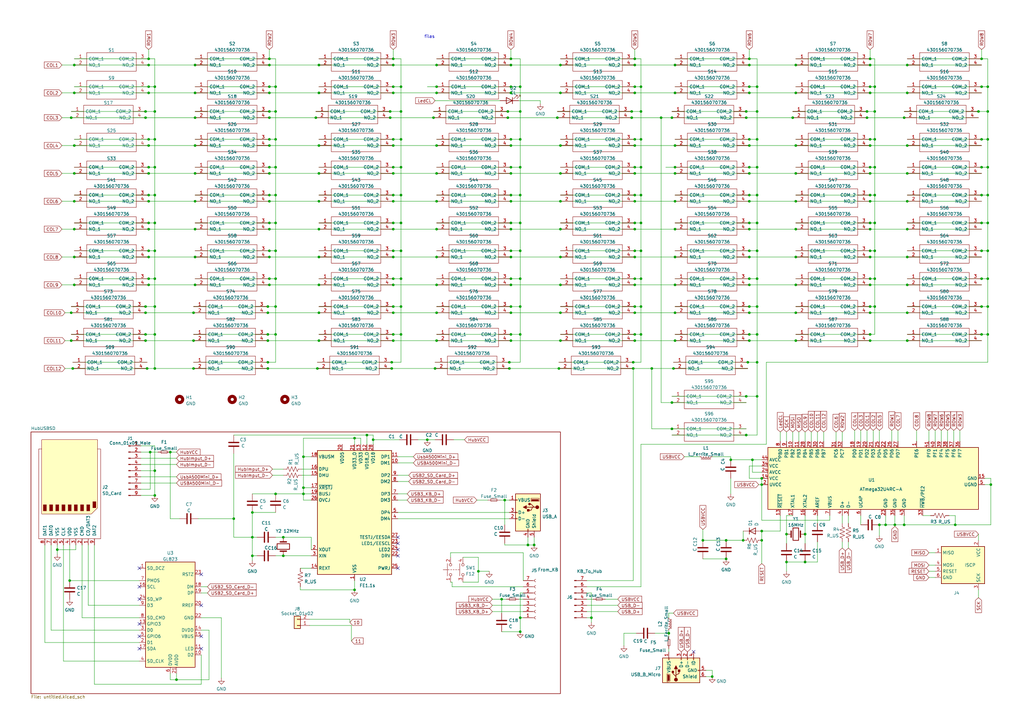
<source format=kicad_sch>
(kicad_sch (version 20230121) (generator eeschema)
  (paper "A3")
  (junction (at 63.5 114.3))
  (junction (at 208.28 45.72))
  (junction (at 310.515 80.01))
  (junction (at 262.89 137.16))
  (junction (at 161.29 35.56))
  (junction (at 356.87 38.1))
  (junction (at 402.59 91.44))
  (junction (at 355.6 45.72))
  (junction (at 60.96 24.13))
  (junction (at 110.49 102.87))
  (junction (at 161.29 137.16))
  (junction (at 164.465 91.44))
  (junction (at 358.775 91.44))
  (junction (at 124.46 202.565))
  (junction (at 310.515 57.15))
  (junction (at 312.42 198.755))
  (junction (at 130.81 128.27))
  (junction (at 164.465 35.56))
  (junction (at 113.03 35.56))
  (junction (at 209.55 137.16))
  (junction (at 276.86 139.7))
  (junction (at 63.5 57.15))
  (junction (at 80.01 105.41))
  (junction (at 161.29 139.7))
  (junction (at 229.235 151.13))
  (junction (at 304.8 221.615))
  (junction (at 276.86 68.58))
  (junction (at 275.59 165.1))
  (junction (at 196.215 234.315))
  (junction (at 161.29 114.3))
  (junction (at 60.96 26.67))
  (junction (at 103.505 210.185))
  (junction (at 310.515 162.56))
  (junction (at 307.34 38.1))
  (junction (at 63.5 193.04))
  (junction (at 355.6 48.26))
  (junction (at 322.58 219.075))
  (junction (at 113.03 137.16))
  (junction (at 69.85 185.42))
  (junction (at 405.13 68.58))
  (junction (at 60.96 105.41))
  (junction (at 130.81 59.69))
  (junction (at 110.49 48.26))
  (junction (at 30.48 71.12))
  (junction (at 306.07 45.72))
  (junction (at 259.08 45.72))
  (junction (at 307.34 59.69))
  (junction (at 109.855 148.59))
  (junction (at 213.36 57.15))
  (junction (at 229.87 71.12))
  (junction (at 402.59 24.13))
  (junction (at 326.39 71.12))
  (junction (at 356.87 128.27))
  (junction (at 326.39 82.55))
  (junction (at 59.69 137.16))
  (junction (at 63.5 80.01))
  (junction (at 307.34 35.56))
  (junction (at 260.35 91.44))
  (junction (at 208.28 48.26))
  (junction (at 72.39 278.765))
  (junction (at 306.705 148.59))
  (junction (at 130.81 71.12))
  (junction (at 213.36 102.87))
  (junction (at 161.29 82.55))
  (junction (at 372.11 26.67))
  (junction (at 208.915 151.13))
  (junction (at 405.13 137.16))
  (junction (at 60.96 35.56))
  (junction (at 276.86 38.1))
  (junction (at 209.55 35.56))
  (junction (at 80.01 48.26))
  (junction (at 358.775 57.15))
  (junction (at 161.29 38.1))
  (junction (at 209.55 82.55))
  (junction (at 59.69 128.27))
  (junction (at 160.02 45.72))
  (junction (at 358.775 45.72))
  (junction (at 30.48 93.98))
  (junction (at 307.34 128.27))
  (junction (at 276.225 151.13))
  (junction (at 229.87 93.98))
  (junction (at 276.86 116.84))
  (junction (at 113.03 114.3))
  (junction (at 307.34 91.44))
  (junction (at 326.39 116.84))
  (junction (at 307.34 105.41))
  (junction (at 306.07 48.26))
  (junction (at 310.515 125.73))
  (junction (at 110.49 59.69))
  (junction (at 110.49 68.58))
  (junction (at 130.81 26.67))
  (junction (at 110.49 105.41))
  (junction (at 260.35 128.27))
  (junction (at 356.87 102.87))
  (junction (at 260.35 38.1))
  (junction (at 405.13 91.44))
  (junction (at 145.415 241.935))
  (junction (at 260.35 137.16))
  (junction (at 153.035 180.34))
  (junction (at 259.715 148.59))
  (junction (at 213.36 80.01))
  (junction (at 310.515 102.87))
  (junction (at 109.855 128.27))
  (junction (at 219.075 223.52))
  (junction (at 312.42 217.805))
  (junction (at 405.13 114.3))
  (junction (at 262.89 114.3))
  (junction (at 79.375 151.13))
  (junction (at 161.29 102.87))
  (junction (at 60.96 91.44))
  (junction (at 30.48 38.1))
  (junction (at 80.01 26.67))
  (junction (at 109.855 137.16))
  (junction (at 164.465 57.15))
  (junction (at 326.39 59.69))
  (junction (at 175.26 180.34))
  (junction (at 276.86 71.12))
  (junction (at 161.29 71.12))
  (junction (at 299.72 188.595))
  (junction (at 307.34 71.12))
  (junction (at 402.59 80.01))
  (junction (at 262.89 91.44))
  (junction (at 276.86 26.67))
  (junction (at 260.35 102.87))
  (junction (at 367.03 215.265))
  (junction (at 325.12 48.26))
  (junction (at 372.11 59.69))
  (junction (at 209.55 102.87))
  (junction (at 63.5 68.58))
  (junction (at 356.87 82.55))
  (junction (at 275.59 48.26))
  (junction (at 130.81 93.98))
  (junction (at 209.55 139.7))
  (junction (at 402.59 68.58))
  (junction (at 110.49 26.67))
  (junction (at 260.35 59.69))
  (junction (at 110.49 82.55))
  (junction (at 110.49 45.72))
  (junction (at 80.01 82.55))
  (junction (at 275.59 175.895))
  (junction (at 326.39 26.67))
  (junction (at 160.02 48.26))
  (junction (at 164.465 137.16))
  (junction (at 356.87 137.16))
  (junction (at 310.515 91.44))
  (junction (at 405.13 35.56))
  (junction (at 356.87 59.69))
  (junction (at 130.81 38.1))
  (junction (at 326.39 128.27))
  (junction (at 164.465 102.87))
  (junction (at 356.87 71.12))
  (junction (at 164.465 80.01))
  (junction (at 113.03 45.72))
  (junction (at 30.48 116.84))
  (junction (at 30.48 105.41))
  (junction (at 30.48 59.69))
  (junction (at 59.69 48.26))
  (junction (at 161.29 68.58))
  (junction (at 179.07 26.67))
  (junction (at 307.34 125.73))
  (junction (at 161.29 91.44))
  (junction (at 209.55 71.12))
  (junction (at 276.86 93.98))
  (junction (at 307.34 116.84))
  (junction (at 161.29 80.01))
  (junction (at 124.46 187.325))
  (junction (at 110.49 80.01))
  (junction (at 372.11 139.7))
  (junction (at 145.415 179.705))
  (junction (at 29.21 128.27))
  (junction (at 30.48 26.67))
  (junction (at 208.915 148.59))
  (junction (at 209.55 128.27))
  (junction (at 110.49 91.44))
  (junction (at 209.55 59.69))
  (junction (at 326.39 139.7))
  (junction (at 207.01 205.105))
  (junction (at 307.34 24.13))
  (junction (at 260.35 68.58))
  (junction (at 80.01 59.69))
  (junction (at 307.34 26.67))
  (junction (at 110.49 71.12))
  (junction (at 63.5 35.56))
  (junction (at 307.34 93.98))
  (junction (at 297.815 221.615))
  (junction (at 124.46 200.025))
  (junction (at 213.36 253.365))
  (junction (at 179.07 116.84))
  (junction (at 110.49 35.56))
  (junction (at 358.775 114.3))
  (junction (at 370.84 215.265))
  (junction (at 260.35 116.84))
  (junction (at 63.5 102.87))
  (junction (at 177.8 48.26))
  (junction (at 370.84 48.26))
  (junction (at 113.03 57.15))
  (junction (at 402.59 102.87))
  (junction (at 79.375 139.7))
  (junction (at 402.59 57.15))
  (junction (at 161.29 105.41))
  (junction (at 358.775 125.73))
  (junction (at 260.35 24.13))
  (junction (at 209.55 24.13))
  (junction (at 209.55 26.67))
  (junction (at 209.55 38.1))
  (junction (at 292.1 277.495))
  (junction (at 229.87 82.55))
  (junction (at 28.575 238.125))
  (junction (at 356.87 57.15))
  (junction (at 229.87 139.7))
  (junction (at 160.655 148.59))
  (junction (at 356.87 91.44))
  (junction (at 274.32 259.715))
  (junction (at 267.335 151.13))
  (junction (at 113.03 102.87))
  (junction (at 63.5 203.2))
  (junction (at 110.49 116.84))
  (junction (at 310.515 35.56))
  (junction (at 356.87 24.13))
  (junction (at 310.515 45.72))
  (junction (at 401.32 45.72))
  (junction (at 110.49 38.1))
  (junction (at 356.87 125.73))
  (junction (at 109.855 139.7))
  (junction (at 356.87 105.41))
  (junction (at 209.55 93.98))
  (junction (at 160.655 151.13))
  (junction (at 95.885 212.725))
  (junction (at 63.5 137.16))
  (junction (at 209.55 91.44))
  (junction (at 60.325 151.13))
  (junction (at 276.86 105.41))
  (junction (at 109.855 151.13))
  (junction (at 29.845 151.13))
  (junction (at 402.59 114.3))
  (junction (at 60.96 80.01))
  (junction (at 116.205 220.345))
  (junction (at 129.54 48.26))
  (junction (at 63.5 45.72))
  (junction (at 406.4 198.755))
  (junction (at 260.35 57.15))
  (junction (at 260.35 114.3))
  (junction (at 130.81 82.55))
  (junction (at 213.36 114.3))
  (junction (at 260.35 139.7))
  (junction (at 209.55 80.01))
  (junction (at 178.435 151.13))
  (junction (at 405.13 125.73))
  (junction (at 213.36 68.58))
  (junction (at 259.715 151.13))
  (junction (at 262.89 35.56))
  (junction (at 209.55 57.15))
  (junction (at 372.11 38.1))
  (junction (at 60.96 57.15))
  (junction (at 260.35 26.67))
  (junction (at 60.96 68.58))
  (junction (at 262.89 68.58))
  (junction (at 330.2 219.075))
  (junction (at 356.87 116.84))
  (junction (at 209.55 125.73))
  (junction (at 161.29 57.15))
  (junction (at 60.96 38.1))
  (junction (at 164.465 68.58))
  (junction (at 164.465 45.72))
  (junction (at 179.07 59.69))
  (junction (at 60.96 93.98))
  (junction (at 356.87 26.67))
  (junction (at 372.11 128.27))
  (junction (at 179.07 93.98))
  (junction (at 307.34 57.15))
  (junction (at 288.29 221.615))
  (junction (at 110.49 114.3))
  (junction (at 262.89 102.87))
  (junction (at 179.07 38.1))
  (junction (at 229.87 26.67))
  (junction (at 229.87 59.69))
  (junction (at 307.34 68.58))
  (junction (at 260.35 105.41))
  (junction (at 260.35 71.12))
  (junction (at 310.515 137.16))
  (junction (at 161.29 93.98))
  (junction (at 130.81 105.41))
  (junction (at 60.96 116.84))
  (junction (at 164.465 114.3))
  (junction (at 363.22 215.265))
  (junction (at 179.07 82.55))
  (junction (at 228.6 48.26))
  (junction (at 80.01 93.98))
  (junction (at 307.34 114.3))
  (junction (at 306.07 162.56))
  (junction (at 372.11 105.41))
  (junction (at 405.13 80.01))
  (junction (at 260.35 82.55))
  (junction (at 179.07 71.12))
  (junction (at 356.87 68.58))
  (junction (at 80.01 71.12))
  (junction (at 213.36 125.73))
  (junction (at 59.69 139.7))
  (junction (at 308.61 188.595))
  (junction (at 161.29 125.73))
  (junction (at 30.48 82.55))
  (junction (at 59.69 125.73))
  (junction (at 297.815 229.235))
  (junction (at 161.29 128.27))
  (junction (at 229.87 105.41))
  (junction (at 262.89 57.15))
  (junction (at 60.96 82.55))
  (junction (at 130.81 139.7))
  (junction (at 179.07 35.56))
  (junction (at 402.59 125.73))
  (junction (at 213.36 91.44))
  (junction (at 229.87 116.84))
  (junction (at 262.89 80.01))
  (junction (at 29.21 48.26))
  (junction (at 113.03 91.44))
  (junction (at 150.495 178.435))
  (junction (at 260.35 35.56))
  (junction (at 358.775 68.58))
  (junction (at 79.375 128.27))
  (junction (at 209.55 105.41))
  (junction (at 358.775 35.56))
  (junction (at 372.11 71.12))
  (junction (at 391.795 215.265))
  (junction (at 161.29 24.13))
  (junction (at 110.49 24.13))
  (junction (at 326.39 38.1))
  (junction (at 271.145 48.26))
  (junction (at 63.5 91.44))
  (junction (at 80.01 116.84))
  (junction (at 229.87 38.1))
  (junction (at 402.59 35.56))
  (junction (at 213.36 35.56))
  (junction (at 213.36 45.72))
  (junction (at 60.96 102.87))
  (junction (at 29.21 139.7))
  (junction (at 60.96 114.3))
  (junction (at 60.96 59.69))
  (junction (at 372.11 116.84))
  (junction (at 216.535 223.52))
  (junction (at 259.08 48.26))
  (junction (at 63.5 125.73))
  (junction (at 63.5 151.13))
  (junction (at 229.87 128.27))
  (junction (at 179.07 139.7))
  (junction (at 310.515 114.3))
  (junction (at 356.87 35.56))
  (junction (at 307.34 139.7))
  (junction (at 130.81 116.84))
  (junction (at 276.86 128.27))
  (junction (at 356.87 139.7))
  (junction (at 276.86 59.69))
  (junction (at 161.29 116.84))
  (junction (at 356.87 114.3))
  (junction (at 330.2 230.505))
  (junction (at 23.495 225.425))
  (junction (at 358.775 80.01))
  (junction (at 60.96 71.12))
  (junction (at 209.55 116.84))
  (junction (at 161.29 26.67))
  (junction (at 103.505 227.965))
  (junction (at 405.13 57.15))
  (junction (at 179.07 128.27))
  (junction (at 322.58 230.505))
  (junction (at 110.49 57.15))
  (junction (at 109.855 125.73))
  (junction (at 356.87 93.98))
  (junction (at 242.57 253.365))
  (junction (at 306.07 178.435))
  (junction (at 113.03 80.01))
  (junction (at 113.03 68.58))
  (junction (at 262.89 125.73))
  (junction (at 312.42 221.615))
  (junction (at 326.39 105.41))
  (junction (at 372.11 82.55))
  (junction (at 113.03 125.73))
  (junction (at 61.595 185.42))
  (junction (at 116.205 227.965))
  (junction (at 164.465 125.73))
  (junction (at 103.505 220.345))
  (junction (at 307.34 102.87))
  (junction (at 213.36 137.16))
  (junction (at 307.34 80.01))
  (junction (at 262.89 45.72))
  (junction (at 310.515 68.58))
  (junction (at 372.11 93.98))
  (junction (at 209.55 68.58))
  (junction (at 161.29 59.69))
  (junction (at 276.86 82.55))
  (junction (at 405.13 102.87))
  (junction (at 179.07 105.41))
  (junction (at 209.55 114.3))
  (junction (at 260.35 93.98))
  (junction (at 80.01 38.1))
  (junction (at 110.49 93.98))
  (junction (at 360.68 215.265))
  (junction (at 113.03 202.565))
  (junction (at 356.87 80.01))
  (junction (at 130.175 151.13))
  (junction (at 213.36 259.08))
  (junction (at 358.775 102.87))
  (junction (at 326.39 93.98))
  (junction (at 312.42 196.215))
  (junction (at 402.59 137.16))
  (junction (at 205.74 245.745))
  (junction (at 307.34 82.55))
  (junction (at 59.69 45.72))
  (junction (at 310.515 148.59))
  (junction (at 405.13 45.72))
  (junction (at 307.34 137.16))
  (junction (at 260.35 80.01))
  (junction (at 260.35 125.73))
  (no_connect (at 57.15 233.045))
  (no_connect (at 57.15 240.665))
  (no_connect (at 57.15 260.985))
  (no_connect (at 57.15 266.065))
  (no_connect (at 57.15 255.905))
  (no_connect (at 57.15 245.745))
  (no_connect (at 82.55 260.985))
  (no_connect (at 163.195 220.345))
  (no_connect (at 163.195 233.045))
  (no_connect (at 163.195 225.425))
  (no_connect (at 163.195 222.885))
  (no_connect (at 163.195 227.965))
  (no_connect (at 284.48 267.335))
  (no_connect (at 82.55 248.285))
  (no_connect (at 82.55 235.585))
  (no_connect (at 82.55 266.065))
  (wire (pts (xy 214.63 226.695) (xy 214.63 238.125)))
  (wire (pts (xy 372.11 105.41) (xy 402.59 105.41)))
  (wire (pts (xy 63.5 102.87) (xy 60.96 102.87)))
  (wire (pts (xy 307.34 26.67) (xy 326.39 26.67)))
  (wire (pts (xy 332.74 177.165) (xy 332.74 180.975)))
  (wire (pts (xy 240.665 245.745) (xy 243.205 245.745)))
  (wire (pts (xy 402.59 20.32) (xy 402.59 24.13)))
  (wire (pts (xy 326.39 24.13) (xy 356.87 24.13)))
  (wire (pts (xy 161.29 137.16) (xy 164.465 137.16)))
  (wire (pts (xy 335.28 177.165) (xy 335.28 180.975)))
  (wire (pts (xy 124.46 200.025) (xy 127.635 200.025)))
  (wire (pts (xy 113.03 227.965) (xy 116.205 227.965)))
  (wire (pts (xy 378.46 211.455) (xy 381.635 211.455)))
  (wire (pts (xy 260.35 91.44) (xy 262.89 91.44)))
  (wire (pts (xy 276.86 128.27) (xy 307.34 128.27)))
  (wire (pts (xy 80.01 48.26) (xy 110.49 48.26)))
  (wire (pts (xy 308.61 193.675) (xy 308.61 188.595)))
  (wire (pts (xy 113.03 220.345) (xy 116.205 220.345)))
  (wire (pts (xy 255.905 264.795) (xy 255.905 259.715)))
  (wire (pts (xy 145.415 238.125) (xy 145.415 241.935)))
  (wire (pts (xy 405.13 24.13) (xy 405.13 35.56)))
  (wire (pts (xy 185.42 238.76) (xy 185.42 240.665)))
  (wire (pts (xy 80.01 45.72) (xy 110.49 45.72)))
  (wire (pts (xy 179.07 24.13) (xy 209.55 24.13)))
  (wire (pts (xy 25.4 48.26) (xy 29.21 48.26)))
  (wire (pts (xy 260.35 116.84) (xy 276.86 116.84)))
  (wire (pts (xy 129.54 48.26) (xy 160.02 48.26)))
  (wire (pts (xy 276.86 80.01) (xy 307.34 80.01)))
  (wire (pts (xy 60.96 68.58) (xy 63.5 68.58)))
  (wire (pts (xy 262.89 102.87) (xy 262.89 114.3)))
  (wire (pts (xy 402.59 57.15) (xy 405.13 57.15)))
  (wire (pts (xy 312.42 217.805) (xy 320.04 217.805)))
  (wire (pts (xy 307.34 93.98) (xy 326.39 93.98)))
  (wire (pts (xy 322.58 230.505) (xy 322.58 234.315)))
  (wire (pts (xy 69.85 278.765) (xy 72.39 278.765)))
  (wire (pts (xy 310.515 91.44) (xy 310.515 102.87)))
  (wire (pts (xy 127 256.54) (xy 144.145 256.54)))
  (wire (pts (xy 402.59 102.87) (xy 405.13 102.87)))
  (wire (pts (xy 69.85 212.725) (xy 73.66 212.725)))
  (wire (pts (xy 307.34 38.1) (xy 326.39 38.1)))
  (wire (pts (xy 63.5 57.15) (xy 63.5 68.58)))
  (wire (pts (xy 307.34 102.87) (xy 310.515 102.87)))
  (wire (pts (xy 307.34 71.12) (xy 326.39 71.12)))
  (wire (pts (xy 262.89 125.73) (xy 262.89 137.16)))
  (wire (pts (xy 153.035 180.34) (xy 153.035 182.245)))
  (wire (pts (xy 276.86 102.87) (xy 307.34 102.87)))
  (wire (pts (xy 61.595 185.42) (xy 61.595 200.66)))
  (wire (pts (xy 372.11 71.12) (xy 402.59 71.12)))
  (wire (pts (xy 28.575 238.125) (xy 28.575 223.52)))
  (wire (pts (xy 274.32 258.445) (xy 274.32 259.715)))
  (wire (pts (xy 370.84 45.72) (xy 401.32 45.72)))
  (wire (pts (xy 59.69 125.73) (xy 63.5 125.73)))
  (wire (pts (xy 393.7 176.53) (xy 393.7 180.975)))
  (wire (pts (xy 116.205 220.345) (xy 127.635 220.345)))
  (wire (pts (xy 82.55 268.605) (xy 82.55 280.67)))
  (wire (pts (xy 147.955 179.705) (xy 147.955 182.245)))
  (wire (pts (xy 262.89 182.245) (xy 314.325 182.245)))
  (wire (pts (xy 242.57 243.205) (xy 242.57 253.365)))
  (wire (pts (xy 178.435 148.59) (xy 208.915 148.59)))
  (wire (pts (xy 57.15 238.125) (xy 28.575 238.125)))
  (wire (pts (xy 130.81 59.69) (xy 161.29 59.69)))
  (wire (pts (xy 370.84 48.26) (xy 401.32 48.26)))
  (wire (pts (xy 307.34 128.27) (xy 326.39 128.27)))
  (wire (pts (xy 276.225 148.59) (xy 306.705 148.59)))
  (wire (pts (xy 360.68 215.265) (xy 360.68 219.71)))
  (wire (pts (xy 405.13 57.15) (xy 405.13 68.58)))
  (wire (pts (xy 123.19 241.935) (xy 145.415 241.935)))
  (wire (pts (xy 160.02 48.26) (xy 177.8 48.26)))
  (wire (pts (xy 59.69 45.72) (xy 63.5 45.72)))
  (wire (pts (xy 124.46 187.325) (xy 124.46 200.025)))
  (wire (pts (xy 214.63 243.205) (xy 213.36 243.205)))
  (wire (pts (xy 260.35 20.32) (xy 260.35 24.13)))
  (wire (pts (xy 322.58 219.075) (xy 322.58 222.885)))
  (wire (pts (xy 60.96 116.84) (xy 80.01 116.84)))
  (wire (pts (xy 326.39 35.56) (xy 356.87 35.56)))
  (wire (pts (xy 185.42 240.665) (xy 214.63 240.665)))
  (wire (pts (xy 129.54 45.72) (xy 160.02 45.72)))
  (wire (pts (xy 327.66 177.165) (xy 327.66 180.975)))
  (wire (pts (xy 229.87 59.69) (xy 260.35 59.69)))
  (wire (pts (xy 111.76 192.405) (xy 116.205 192.405)))
  (wire (pts (xy 103.505 220.345) (xy 103.505 227.965)))
  (wire (pts (xy 201.93 250.825) (xy 214.63 250.825)))
  (wire (pts (xy 367.03 215.265) (xy 370.84 215.265)))
  (wire (pts (xy 109.855 148.59) (xy 113.03 148.59)))
  (wire (pts (xy 29.21 45.72) (xy 59.69 45.72)))
  (wire (pts (xy 326.39 137.16) (xy 356.87 137.16)))
  (wire (pts (xy 262.89 68.58) (xy 262.89 57.15)))
  (wire (pts (xy 335.28 222.25) (xy 335.28 230.505)))
  (wire (pts (xy 161.29 116.84) (xy 179.07 116.84)))
  (wire (pts (xy 25.4 93.98) (xy 30.48 93.98)))
  (wire (pts (xy 30.48 80.01) (xy 60.96 80.01)))
  (wire (pts (xy 209.55 116.84) (xy 229.87 116.84)))
  (wire (pts (xy 23.495 223.52) (xy 23.495 225.425)))
  (wire (pts (xy 307.34 35.56) (xy 310.515 35.56)))
  (wire (pts (xy 163.195 194.945) (xy 167.64 194.945)))
  (wire (pts (xy 18.415 263.525) (xy 18.415 223.52)))
  (wire (pts (xy 209.55 128.27) (xy 229.87 128.27)))
  (wire (pts (xy 402.59 80.01) (xy 405.13 80.01)))
  (wire (pts (xy 110.49 24.13) (xy 113.03 24.13)))
  (wire (pts (xy 110.49 91.44) (xy 113.03 91.44)))
  (wire (pts (xy 240.665 243.205) (xy 242.57 243.205)))
  (wire (pts (xy 113.03 80.01) (xy 113.03 91.44)))
  (wire (pts (xy 164.465 125.73) (xy 164.465 137.16)))
  (wire (pts (xy 61.595 185.42) (xy 64.77 185.42)))
  (wire (pts (xy 326.39 128.27) (xy 356.87 128.27)))
  (wire (pts (xy 260.35 71.12) (xy 276.86 71.12)))
  (wire (pts (xy 345.44 177.165) (xy 345.44 180.975)))
  (wire (pts (xy 103.505 220.345) (xy 105.41 220.345)))
  (wire (pts (xy 229.87 128.27) (xy 260.35 128.27)))
  (wire (pts (xy 312.42 196.215) (xy 307.34 196.215)))
  (wire (pts (xy 153.035 180.34) (xy 163.83 180.34)))
  (wire (pts (xy 345.44 211.455) (xy 345.44 214.63)))
  (wire (pts (xy 260.35 59.69) (xy 276.86 59.69)))
  (wire (pts (xy 60.96 80.01) (xy 63.5 80.01)))
  (wire (pts (xy 213.36 24.13) (xy 213.36 35.56)))
  (wire (pts (xy 209.55 93.98) (xy 229.87 93.98)))
  (wire (pts (xy 353.06 211.455) (xy 353.06 215.265)))
  (wire (pts (xy 60.96 26.67) (xy 80.01 26.67)))
  (wire (pts (xy 164.465 57.15) (xy 161.29 57.15)))
  (wire (pts (xy 80.01 59.69) (xy 110.49 59.69)))
  (wire (pts (xy 161.29 20.32) (xy 161.29 24.13)))
  (wire (pts (xy 326.39 91.44) (xy 356.87 91.44)))
  (wire (pts (xy 109.855 151.13) (xy 130.175 151.13)))
  (wire (pts (xy 209.55 38.1) (xy 229.87 38.1)))
  (wire (pts (xy 103.505 210.185) (xy 113.03 210.185)))
  (wire (pts (xy 31.115 225.425) (xy 31.115 223.52)))
  (wire (pts (xy 105.41 227.965) (xy 103.505 227.965)))
  (wire (pts (xy 405.13 35.56) (xy 405.13 45.72)))
  (wire (pts (xy 143.51 254) (xy 143.51 255.27)))
  (wire (pts (xy 356.87 24.13) (xy 358.775 24.13)))
  (wire (pts (xy 79.375 128.27) (xy 109.855 128.27)))
  (wire (pts (xy 229.87 125.73) (xy 260.35 125.73)))
  (wire (pts (xy 299.72 196.215) (xy 299.72 202.565)))
  (wire (pts (xy 116.205 227.965) (xy 127.635 227.965)))
  (wire (pts (xy 110.49 71.12) (xy 130.81 71.12)))
  (wire (pts (xy 179.07 26.67) (xy 209.55 26.67)))
  (wire (pts (xy 276.86 68.58) (xy 307.34 68.58)))
  (wire (pts (xy 402.59 91.44) (xy 405.13 91.44)))
  (wire (pts (xy 189.865 228.6) (xy 196.215 228.6)))
  (wire (pts (xy 229.87 91.44) (xy 260.35 91.44)))
  (wire (pts (xy 145.415 179.705) (xy 145.415 182.245)))
  (wire (pts (xy 383.54 176.53) (xy 383.54 180.975)))
  (wire (pts (xy 161.29 82.55) (xy 179.07 82.55)))
  (wire (pts (xy 310.515 137.16) (xy 310.515 148.59)))
  (wire (pts (xy 59.69 139.7) (xy 79.375 139.7)))
  (wire (pts (xy 229.87 26.67) (xy 260.35 26.67)))
  (wire (pts (xy 356.87 82.55) (xy 372.11 82.55)))
  (wire (pts (xy 292.1 277.495) (xy 292.1 274.955)))
  (wire (pts (xy 30.48 102.87) (xy 60.96 102.87)))
  (wire (pts (xy 337.82 177.165) (xy 337.82 180.975)))
  (wire (pts (xy 178.435 151.13) (xy 208.915 151.13)))
  (wire (pts (xy 307.34 68.58) (xy 310.515 68.58)))
  (wire (pts (xy 25.4 26.67) (xy 30.48 26.67)))
  (wire (pts (xy 405.13 45.72) (xy 401.32 45.72)))
  (wire (pts (xy 179.07 93.98) (xy 209.55 93.98)))
  (wire (pts (xy 326.39 93.98) (xy 356.87 93.98)))
  (wire (pts (xy 26.67 128.27) (xy 29.21 128.27)))
  (wire (pts (xy 358.775 68.58) (xy 356.87 68.58)))
  (wire (pts (xy 80.01 26.67) (xy 110.49 26.67)))
  (wire (pts (xy 63.5 45.72) (xy 63.5 57.15)))
  (wire (pts (xy 276.86 82.55) (xy 307.34 82.55)))
  (wire (pts (xy 80.01 24.13) (xy 110.49 24.13)))
  (wire (pts (xy 405.13 91.44) (xy 405.13 102.87)))
  (wire (pts (xy 179.07 38.1) (xy 209.55 38.1)))
  (wire (pts (xy 179.07 105.41) (xy 209.55 105.41)))
  (wire (pts (xy 20.955 258.445) (xy 20.955 223.52)))
  (wire (pts (xy 110.49 26.67) (xy 130.81 26.67)))
  (wire (pts (xy 229.87 68.58) (xy 260.35 68.58)))
  (wire (pts (xy 130.175 151.13) (xy 160.655 151.13)))
  (wire (pts (xy 262.89 68.58) (xy 262.89 80.01)))
  (wire (pts (xy 307.34 20.32) (xy 307.34 24.13)))
  (wire (pts (xy 205.105 205.105) (xy 207.01 205.105)))
  (wire (pts (xy 160.655 151.13) (xy 178.435 151.13)))
  (wire (pts (xy 209.55 59.69) (xy 229.87 59.69)))
  (wire (pts (xy 110.49 116.84) (xy 130.81 116.84)))
  (wire (pts (xy 110.49 93.98) (xy 130.81 93.98)))
  (wire (pts (xy 25.4 82.55) (xy 30.48 82.55)))
  (wire (pts (xy 271.145 48.26) (xy 271.145 165.1)))
  (wire (pts (xy 276.86 116.84) (xy 307.34 116.84)))
  (wire (pts (xy 63.5 80.01) (xy 63.5 91.44)))
  (wire (pts (xy 208.915 151.13) (xy 229.235 151.13)))
  (wire (pts (xy 372.11 59.69) (xy 402.59 59.69)))
  (wire (pts (xy 326.39 71.12) (xy 356.87 71.12)))
  (wire (pts (xy 63.5 137.16) (xy 63.5 151.13)))
  (wire (pts (xy 340.36 213.36) (xy 312.42 213.36)))
  (wire (pts (xy 405.13 68.58) (xy 402.59 68.58)))
  (wire (pts (xy 262.89 80.01) (xy 262.89 91.44)))
  (wire (pts (xy 124.46 187.325) (xy 124.46 179.705)))
  (wire (pts (xy 61.595 200.66) (xy 57.785 200.66)))
  (wire (pts (xy 326.39 82.55) (xy 356.87 82.55)))
  (wire (pts (xy 130.81 105.41) (xy 161.29 105.41)))
  (wire (pts (xy 60.96 114.3) (xy 63.5 114.3)))
  (wire (pts (xy 372.11 57.15) (xy 402.59 57.15)))
  (wire (pts (xy 326.39 102.87) (xy 356.87 102.87)))
  (wire (pts (xy 358.775 57.15) (xy 358.775 45.72)))
  (wire (pts (xy 213.36 114.3) (xy 213.36 125.73)))
  (wire (pts (xy 314.325 148.59) (xy 405.13 148.59)))
  (wire (pts (xy 123.825 194.945) (xy 127.635 194.945)))
  (wire (pts (xy 325.12 211.455) (xy 322.58 211.455)))
  (wire (pts (xy 356.87 137.16) (xy 358.775 137.16)))
  (wire (pts (xy 110.49 59.69) (xy 130.81 59.69)))
  (wire (pts (xy 275.59 178.435) (xy 306.07 178.435)))
  (wire (pts (xy 308.61 188.595) (xy 312.42 188.595)))
  (wire (pts (xy 312.42 193.675) (xy 308.61 193.675)))
  (wire (pts (xy 127 254) (xy 143.51 254)))
  (wire (pts (xy 161.29 125.73) (xy 164.465 125.73)))
  (wire (pts (xy 124.46 179.705) (xy 145.415 179.705)))
  (wire (pts (xy 326.39 125.73) (xy 356.87 125.73)))
  (wire (pts (xy 213.36 35.56) (xy 213.36 45.72)))
  (wire (pts (xy 209.55 125.73) (xy 213.36 125.73)))
  (wire (pts (xy 209.55 105.41) (xy 229.87 105.41)))
  (wire (pts (xy 307.34 125.73) (xy 310.515 125.73)))
  (wire (pts (xy 130.81 102.87) (xy 161.29 102.87)))
  (wire (pts (xy 372.11 116.84) (xy 402.59 116.84)))
  (wire (pts (xy 178.435 41.275) (xy 205.105 41.275)))
  (wire (pts (xy 179.07 102.87) (xy 209.55 102.87)))
  (wire (pts (xy 325.12 177.165) (xy 325.12 180.975)))
  (wire (pts (xy 262.89 240.665) (xy 262.89 182.245)))
  (wire (pts (xy 275.59 165.1) (xy 306.07 165.1)))
  (wire (pts (xy 229.87 139.7) (xy 260.35 139.7)))
  (wire (pts (xy 262.89 125.73) (xy 260.35 125.73)))
  (wire (pts (xy 95.885 178.435) (xy 150.495 178.435)))
  (wire (pts (xy 30.48 38.1) (xy 60.96 38.1)))
  (wire (pts (xy 372.11 24.13) (xy 402.59 24.13)))
  (wire (pts (xy 80.01 116.84) (xy 110.49 116.84)))
  (wire (pts (xy 212.725 41.275) (xy 221.615 41.275)))
  (wire (pts (xy 63.5 114.3) (xy 63.5 125.73)))
  (wire (pts (xy 60.96 105.41) (xy 80.01 105.41)))
  (wire (pts (xy 161.29 24.13) (xy 164.465 24.13)))
  (wire (pts (xy 209.55 80.01) (xy 213.36 80.01)))
  (wire (pts (xy 29.21 137.16) (xy 59.69 137.16)))
  (wire (pts (xy 314.325 182.245) (xy 314.325 148.59)))
  (wire (pts (xy 268.605 259.715) (xy 274.32 259.715)))
  (wire (pts (xy 289.56 277.495) (xy 292.1 277.495)))
  (wire (pts (xy 163.195 197.485) (xy 167.64 197.485)))
  (wire (pts (xy 59.69 48.26) (xy 80.01 48.26)))
  (wire (pts (xy 164.465 137.16) (xy 164.465 148.59)))
  (wire (pts (xy 79.375 148.59) (xy 109.855 148.59)))
  (wire (pts (xy 325.12 45.72) (xy 355.6 45.72)))
  (wire (pts (xy 388.62 176.53) (xy 388.62 180.975)))
  (wire (pts (xy 109.855 137.16) (xy 113.03 137.16)))
  (wire (pts (xy 82.55 253.365) (xy 90.805 253.365)))
  (wire (pts (xy 274.32 266.065) (xy 274.32 267.335)))
  (wire (pts (xy 330.2 211.455) (xy 330.2 219.075)))
  (wire (pts (xy 30.48 57.15) (xy 60.96 57.15)))
  (wire (pts (xy 209.55 82.55) (xy 229.87 82.55)))
  (wire (pts (xy 229.235 148.59) (xy 259.715 148.59)))
  (wire (pts (xy 310.515 125.73) (xy 310.515 137.16)))
  (wire (pts (xy 276.86 91.44) (xy 307.34 91.44)))
  (wire (pts (xy 161.29 68.58) (xy 164.465 68.58)))
  (wire (pts (xy 179.07 125.73) (xy 209.55 125.73)))
  (wire (pts (xy 161.29 102.87) (xy 164.465 102.87)))
  (wire (pts (xy 30.48 59.69) (xy 60.96 59.69)))
  (wire (pts (xy 356.87 20.32) (xy 356.87 24.13)))
  (wire (pts (xy 401.32 241.935) (xy 401.32 245.11)))
  (wire (pts (xy 219.075 223.52) (xy 219.075 220.345)))
  (wire (pts (xy 262.89 102.87) (xy 260.35 102.87)))
  (wire (pts (xy 240.665 253.365) (xy 242.57 253.365)))
  (wire (pts (xy 30.48 105.41) (xy 60.96 105.41)))
  (wire (pts (xy 242.57 253.365) (xy 242.57 255.27)))
  (wire (pts (xy 207.01 205.105) (xy 208.915 205.105)))
  (wire (pts (xy 196.215 234.315) (xy 200.66 234.315)))
  (wire (pts (xy 391.795 211.455) (xy 391.795 215.265)))
  (wire (pts (xy 312.42 196.215) (xy 312.42 198.755)))
  (wire (pts (xy 271.145 48.26) (xy 275.59 48.26)))
  (wire (pts (xy 25.4 105.41) (xy 30.48 105.41)))
  (wire (pts (xy 260.35 24.13) (xy 262.89 24.13)))
  (wire (pts (xy 145.415 179.705) (xy 147.955 179.705)))
  (wire (pts (xy 304.8 217.805) (xy 304.8 221.615)))
  (wire (pts (xy 81.28 212.725) (xy 95.885 212.725)))
  (wire (pts (xy 260.35 35.56) (xy 262.89 35.56)))
  (wire (pts (xy 179.07 68.58) (xy 209.55 68.58)))
  (wire (pts (xy 130.175 148.59) (xy 160.655 148.59)))
  (wire (pts (xy 405.13 68.58) (xy 405.13 80.01)))
  (wire (pts (xy 123.825 192.405) (xy 127.635 192.405)))
  (wire (pts (xy 63.5 102.87) (xy 63.5 114.3)))
  (wire (pts (xy 259.715 151.13) (xy 259.715 238.125)))
  (wire (pts (xy 179.07 57.15) (xy 209.55 57.15)))
  (wire (pts (xy 63.5 24.13) (xy 63.5 35.56)))
  (wire (pts (xy 273.05 68.58) (xy 276.86 68.58)))
  (wire (pts (xy 310.515 35.56) (xy 310.515 24.13)))
  (wire (pts (xy 360.68 215.265) (xy 363.22 215.265)))
  (wire (pts (xy 306.07 162.56) (xy 310.515 162.56)))
  (wire (pts (xy 358.775 102.87) (xy 358.775 114.3)))
  (wire (pts (xy 164.465 91.44) (xy 164.465 102.87)))
  (wire (pts (xy 109.855 125.73) (xy 113.03 125.73)))
  (wire (pts (xy 127.635 187.325) (xy 124.46 187.325)))
  (wire (pts (xy 350.52 176.53) (xy 350.52 180.975)))
  (wire (pts (xy 29.21 139.7) (xy 59.69 139.7)))
  (wire (pts (xy 356.87 80.01) (xy 358.775 80.01)))
  (wire (pts (xy 262.89 137.16) (xy 262.89 148.59)))
  (wire (pts (xy 340.36 211.455) (xy 340.36 213.36)))
  (wire (pts (xy 310.515 114.3) (xy 310.515 125.73)))
  (wire (pts (xy 110.49 57.15) (xy 113.03 57.15)))
  (wire (pts (xy 30.48 68.58) (xy 60.96 68.58)))
  (wire (pts (xy 25.4 59.69) (xy 30.48 59.69)))
  (wire (pts (xy 342.9 177.165) (xy 342.9 180.975)))
  (wire (pts (xy 389.255 211.455) (xy 391.795 211.455)))
  (wire (pts (xy 209.55 139.7) (xy 229.87 139.7)))
  (wire (pts (xy 60.96 20.32) (xy 60.96 24.13)))
  (wire (pts (xy 356.87 105.41) (xy 372.11 105.41)))
  (wire (pts (xy 310.515 68.58) (xy 310.515 57.15)))
  (wire (pts (xy 130.81 80.01) (xy 161.29 80.01)))
  (wire (pts (xy 130.81 93.98) (xy 161.29 93.98)))
  (wire (pts (xy 195.58 205.105) (xy 200.025 205.105)))
  (wire (pts (xy 33.655 223.52) (xy 33.655 253.365)))
  (wire (pts (xy 80.01 102.87) (xy 110.49 102.87)))
  (wire (pts (xy 57.15 263.525) (xy 18.415 263.525)))
  (wire (pts (xy 72.39 278.765) (xy 85.725 278.765)))
  (wire (pts (xy 113.03 114.3) (xy 113.03 125.73)))
  (wire (pts (xy 113.03 137.16) (xy 113.03 148.59)))
  (wire (pts (xy 30.48 82.55) (xy 60.96 82.55)))
  (wire (pts (xy 262.89 57.15) (xy 260.35 57.15)))
  (wire (pts (xy 209.55 35.56) (xy 213.36 35.56)))
  (wire (pts (xy 179.07 137.16) (xy 209.55 137.16)))
  (wire (pts (xy 130.81 26.67) (xy 161.29 26.67)))
  (wire (pts (xy 163.195 189.865) (xy 169.545 189.865)))
  (wire (pts (xy 186.055 180.34) (xy 190.5 180.34)))
  (wire (pts (xy 229.87 116.84) (xy 260.35 116.84)))
  (wire (pts (xy 196.215 228.6) (xy 196.215 234.315)))
  (wire (pts (xy 123.19 240.665) (xy 123.19 241.935)))
  (wire (pts (xy 405.13 114.3) (xy 402.59 114.3)))
  (wire (pts (xy 124.46 205.105) (xy 127.635 205.105)))
  (wire (pts (xy 63.5 203.2) (xy 57.785 203.2)))
  (wire (pts (xy 130.81 24.13) (xy 161.29 24.13)))
  (wire (pts (xy 356.87 114.3) (xy 358.775 114.3)))
  (wire (pts (xy 347.98 222.25) (xy 347.98 224.79)))
  (wire (pts (xy 29.845 151.13) (xy 60.325 151.13)))
  (wire (pts (xy 240.665 240.665) (xy 262.89 240.665)))
  (wire (pts (xy 280.67 187.325) (xy 287.02 187.325)))
  (wire (pts (xy 267.335 151.13) (xy 267.335 175.895)))
  (wire (pts (xy 345.44 222.25) (xy 345.44 224.79)))
  (wire (pts (xy 164.465 45.72) (xy 164.465 57.15)))
  (wire (pts (xy 57.785 190.5) (xy 72.39 190.5)))
  (wire (pts (xy 213.36 148.59) (xy 208.915 148.59)))
  (wire (pts (xy 209.55 20.32) (xy 209.55 24.13)))
  (wire (pts (xy 229.87 57.15) (xy 260.35 57.15)))
  (wire (pts (xy 163.195 212.725) (xy 208.915 212.725)))
  (wire (pts (xy 358.775 91.44) (xy 356.87 91.44)))
  (wire (pts (xy 80.01 93.98) (xy 110.49 93.98)))
  (wire (pts (xy 103.505 202.565) (xy 113.03 202.565)))
  (wire (pts (xy 221.615 42.545) (xy 221.615 41.275)))
  (wire (pts (xy 228.6 45.72) (xy 259.08 45.72)))
  (wire (pts (xy 229.87 35.56) (xy 260.35 35.56)))
  (wire (pts (xy 161.29 26.67) (xy 179.07 26.67)))
  (wire (pts (xy 260.35 128.27) (xy 276.86 128.27)))
  (wire (pts (xy 381 234.315) (xy 383.54 234.315)))
  (wire (pts (xy 177.8 48.26) (xy 208.28 48.26)))
  (wire (pts (xy 259.715 148.59) (xy 262.89 148.59)))
  (wire (pts (xy 110.49 114.3) (xy 113.03 114.3)))
  (wire (pts (xy 213.36 243.205) (xy 213.36 253.365)))
  (wire (pts (xy 275.59 162.56) (xy 306.07 162.56)))
  (wire (pts (xy 310.515 148.59) (xy 306.705 148.59)))
  (wire (pts (xy 184.785 238.76) (xy 185.42 238.76)))
  (wire (pts (xy 113.03 57.15) (xy 113.03 68.58)))
  (wire (pts (xy 405.13 137.16) (xy 405.13 148.59)))
  (wire (pts (xy 292.1 187.325) (xy 299.72 187.325)))
  (wire (pts (xy 110.49 82.55) (xy 130.81 82.55)))
  (wire (pts (xy 356.87 139.7) (xy 372.11 139.7)))
  (wire (pts (xy 95.885 212.725) (xy 95.885 220.345)))
  (wire (pts (xy 82.55 240.665) (xy 85.09 240.665)))
  (wire (pts (xy 111.76 194.945) (xy 116.205 194.945)))
  (wire (pts (xy 130.81 35.56) (xy 161.29 35.56)))
  (wire (pts (xy 175.26 35.56) (xy 179.07 35.56)))
  (wire (pts (xy 276.86 71.12) (xy 307.34 71.12)))
  (wire (pts (xy 216.535 223.52) (xy 219.075 223.52)))
  (wire (pts (xy 29.21 128.27) (xy 59.69 128.27)))
  (wire (pts (xy 325.12 48.26) (xy 355.6 48.26)))
  (wire (pts (xy 109.855 139.7) (xy 130.81 139.7)))
  (wire (pts (xy 63.5 182.88) (xy 63.5 193.04)))
  (wire (pts (xy 372.11 114.3) (xy 402.59 114.3)))
  (wire (pts (xy 161.29 105.41) (xy 179.07 105.41)))
  (wire (pts (xy 229.87 137.16) (xy 260.35 137.16)))
  (wire (pts (xy 63.5 68.58) (xy 63.5 80.01)))
  (wire (pts (xy 30.48 71.12) (xy 60.96 71.12)))
  (wire (pts (xy 25.4 116.84) (xy 30.48 116.84)))
  (wire (pts (xy 406.4 196.215) (xy 406.4 198.755)))
  (wire (pts (xy 130.81 57.15) (xy 161.29 57.15)))
  (wire (pts (xy 60.96 91.44) (xy 63.5 91.44)))
  (wire (pts (xy 372.11 80.01) (xy 402.59 80.01)))
  (wire (pts (xy 213.36 45.72) (xy 208.28 45.72)))
  (wire (pts (xy 372.11 128.27) (xy 402.59 128.27)))
  (wire (pts (xy 110.49 105.41) (xy 130.81 105.41)))
  (wire (pts (xy 80.01 82.55) (xy 110.49 82.55)))
  (wire (pts (xy 130.81 114.3) (xy 161.29 114.3)))
  (wire (pts (xy 358.775 80.01) (xy 358.775 91.44)))
  (wire (pts (xy 405.13 125.73) (xy 405.13 114.3)))
  (wire (pts (xy 184.785 226.695) (xy 214.63 226.695)))
  (wire (pts (xy 161.29 114.3) (xy 164.465 114.3)))
  (wire (pts (xy 229.87 38.1) (xy 260.35 38.1)))
  (wire (pts (xy 213.36 68.58) (xy 209.55 68.58)))
  (wire (pts (xy 310.515 162.56) (xy 310.515 148.59)))
  (wire (pts (xy 144.145 256.54) (xy 144.145 262.89)))
  (wire (pts (xy 110.49 102.87) (xy 113.03 102.87)))
  (wire (pts (xy 30.48 35.56) (xy 60.96 35.56)))
  (wire (pts (xy 276.225 151.13) (xy 306.705 151.13)))
  (wire (pts (xy 207.01 205.105) (xy 207.01 215.265)))
  (wire (pts (xy 259.08 45.72) (xy 262.89 45.72)))
  (wire (pts (xy 370.84 211.455) (xy 370.84 215.265)))
  (wire (pts (xy 72.39 276.225) (xy 72.39 278.765)))
  (wire (pts (xy 57.785 182.88) (xy 63.5 182.88)))
  (wire (pts (xy 353.06 176.53) (xy 353.06 180.975)))
  (wire (pts (xy 275.59 175.895) (xy 306.07 175.895)))
  (wire (pts (xy 113.03 68.58) (xy 113.03 80.01)))
  (wire (pts (xy 213.36 45.72) (xy 213.36 57.15)))
  (wire (pts (xy 127.635 220.345) (xy 127.635 225.425)))
  (wire (pts (xy 355.6 48.26) (xy 370.84 48.26)))
  (wire (pts (xy 307.34 137.16) (xy 310.515 137.16)))
  (wire (pts (xy 356.87 128.27) (xy 372.11 128.27)))
  (wire (pts (xy 276.86 59.69) (xy 307.34 59.69)))
  (wire (pts (xy 82.55 243.205) (xy 85.09 243.205)))
  (wire (pts (xy 29.845 148.59) (xy 60.325 148.59)))
  (wire (pts (xy 356.87 38.1) (xy 372.11 38.1)))
  (wire (pts (xy 405.13 137.16) (xy 405.13 125.73)))
  (wire (pts (xy 110.49 80.01) (xy 113.03 80.01)))
  (wire (pts (xy 259.08 48.26) (xy 271.145 48.26)))
  (wire (pts (xy 358.775 68.58) (xy 358.775 80.01)))
  (wire (pts (xy 276.86 38.1) (xy 307.34 38.1)))
  (wire (pts (xy 26.67 139.7) (xy 29.21 139.7)))
  (wire (pts (xy 311.15 198.755) (xy 312.42 198.755)))
  (wire (pts (xy 103.505 210.185) (xy 103.505 220.345)))
  (wire (pts (xy 372.11 125.73) (xy 402.59 125.73)))
  (wire (pts (xy 57.785 195.58) (xy 72.39 195.58)))
  (wire (pts (xy 196.215 234.315) (xy 196.215 238.76)))
  (wire (pts (xy 260.35 114.3) (xy 262.89 114.3)))
  (wire (pts (xy 276.86 57.15) (xy 307.34 57.15)))
  (wire (pts (xy 196.215 238.76) (xy 189.865 238.76)))
  (wire (pts (xy 310.515 24.13) (xy 307.34 24.13)))
  (wire (pts (xy 356.87 57.15) (xy 358.775 57.15)))
  (wire (pts (xy 161.29 35.56) (xy 164.465 35.56)))
  (wire (pts (xy 306.07 178.435) (xy 310.515 178.435)))
  (wire (pts (xy 402.59 137.16) (xy 405.13 137.16)))
  (wire (pts (xy 260.35 137.16) (xy 262.89 137.16)))
  (wire (pts (xy 292.1 274.955) (xy 289.56 274.955)))
  (wire (pts (xy 213.36 259.08) (xy 213.36 253.365)))
  (wire (pts (xy 368.3 176.53) (xy 368.3 180.975)))
  (wire (pts (xy 80.01 91.44) (xy 110.49 91.44)))
  (wire (pts (xy 326.39 57.15) (xy 356.87 57.15)))
  (wire (pts (xy 60.96 82.55) (xy 80.01 82.55)))
  (wire (pts (xy 63.5 125.73) (xy 63.5 137.16)))
  (wire (pts (xy 229.87 24.13) (xy 260.35 24.13)))
  (wire (pts (xy 356.87 35.56) (xy 358.775 35.56)))
  (wire (pts (xy 113.03 91.44) (xy 113.03 102.87)))
  (wire (pts (xy 164.465 80.01) (xy 164.465 91.44)))
  (wire (pts (xy 275.59 175.895) (xy 267.335 175.895)))
  (wire (pts (xy 161.29 128.27) (xy 179.07 128.27)))
  (wire (pts (xy 69.85 185.42) (xy 72.39 185.42)))
  (wire (pts (xy 201.93 245.745) (xy 205.74 245.745)))
  (wire (pts (xy 326.39 59.69) (xy 356.87 59.69)))
  (wire (pts (xy 310.515 80.01) (xy 310.515 91.44)))
  (wire (pts (xy 260.35 139.7) (xy 276.86 139.7)))
  (wire (pts (xy 209.55 71.12) (xy 229.87 71.12)))
  (wire (pts (xy 80.01 80.01) (xy 110.49 80.01)))
  (wire (pts (xy 130.81 71.12) (xy 161.29 71.12)))
  (wire (pts (xy 130.81 116.84) (xy 161.29 116.84)))
  (wire (pts (xy 307.34 196.215) (xy 307.34 191.135)))
  (wire (pts (xy 209.55 24.13) (xy 213.36 24.13)))
  (wire (pts (xy 307.34 139.7) (xy 326.39 139.7)))
  (wire (pts (xy 307.34 82.55) (xy 326.39 82.55)))
  (wire (pts (xy 80.01 35.56) (xy 110.49 35.56)))
  (wire (pts (xy 80.01 68.58) (xy 110.49 68.58)))
  (wire (pts (xy 201.93 248.285) (xy 214.63 248.285)))
  (wire (pts (xy 57.785 187.96) (xy 72.39 187.96)))
  (wire (pts (xy 260.35 68.58) (xy 262.89 68.58)))
  (wire (pts (xy 356.87 59.69) (xy 372.11 59.69)))
  (wire (pts (xy 25.4 71.12) (xy 30.48 71.12)))
  (wire (pts (xy 30.48 93.98) (xy 60.96 93.98)))
  (wire (pts (xy 260.35 105.41) (xy 276.86 105.41)))
  (wire (pts (xy 110.49 48.26) (xy 129.54 48.26)))
  (wire (pts (xy 130.81 91.44) (xy 161.29 91.44)))
  (wire (pts (xy 372.11 139.7) (xy 402.59 139.7)))
  (wire (pts (xy 228.6 48.26) (xy 259.08 48.26)))
  (wire (pts (xy 95.885 220.345) (xy 103.505 220.345)))
  (wire (pts (xy 213.36 57.15) (xy 213.36 68.58)))
  (wire (pts (xy 326.39 38.1) (xy 356.87 38.1)))
  (wire (pts (xy 358.775 35.56) (xy 358.775 45.72)))
  (wire (pts (xy 30.48 114.3) (xy 60.96 114.3)))
  (wire (pts (xy 26.67 151.13) (xy 29.845 151.13)))
  (wire (pts (xy 335.28 211.455) (xy 335.28 214.63)))
  (wire (pts (xy 229.87 102.87) (xy 260.35 102.87)))
  (wire (pts (xy 209.55 102.87) (xy 213.36 102.87)))
  (wire (pts (xy 79.375 137.16) (xy 109.855 137.16)))
  (wire (pts (xy 274.32 253.365) (xy 274.32 251.46)))
  (wire (pts (xy 356.87 125.73) (xy 358.775 125.73)))
  (wire (pts (xy 262.89 45.72) (xy 262.89 35.56)))
  (wire (pts (xy 60.325 151.13) (xy 63.5 151.13)))
  (wire (pts (xy 161.29 59.69) (xy 179.07 59.69)))
  (wire (pts (xy 406.4 198.755) (xy 406.4 215.265)))
  (wire (pts (xy 60.96 71.12) (xy 80.01 71.12)))
  (wire (pts (xy 90.805 253.365) (xy 90.805 278.13)))
  (wire (pts (xy 150.495 178.435) (xy 153.035 178.435)))
  (wire (pts (xy 213.36 253.365) (xy 214.63 253.365)))
  (wire (pts (xy 103.505 227.965) (xy 103.505 229.87)))
  (wire (pts (xy 322.58 211.455) (xy 322.58 219.075)))
  (wire (pts (xy 260.35 38.1) (xy 276.86 38.1)))
  (wire (pts (xy 240.665 250.825) (xy 253.365 250.825)))
  (wire (pts (xy 160.02 45.72) (xy 164.465 45.72)))
  (wire (pts (xy 80.01 114.3) (xy 110.49 114.3)))
  (wire (pts (xy 229.87 82.55) (xy 260.35 82.55)))
  (wire (pts (xy 113.03 45.72) (xy 113.03 57.15)))
  (wire (pts (xy 320.04 211.455) (xy 320.04 217.805)))
  (wire (pts (xy 356.87 102.87) (xy 358.775 102.87)))
  (wire (pts (xy 358.775 114.3) (xy 358.775 125.73)))
  (wire (pts (xy 179.07 82.55) (xy 209.55 82.55)))
  (wire (pts (xy 372.11 26.67) (xy 402.59 26.67)))
  (wire (pts (xy 57.785 198.12) (xy 72.39 198.12)))
  (wire (pts (xy 161.29 38.1) (xy 179.07 38.1)))
  (wire (pts (xy 310.515 80.01) (xy 310.515 68.58)))
  (wire (pts (xy 356.87 116.84) (xy 372.11 116.84)))
  (wire (pts (xy 307.34 59.69) (xy 326.39 59.69)))
  (wire (pts (xy 179.07 116.84) (xy 209.55 116.84)))
  (wire (pts (xy 59.69 128.27) (xy 79.375 128.27)))
  (wire (pts (xy 229.87 93.98) (xy 260.35 93.98)))
  (wire (pts (xy 124.46 202.565) (xy 124.46 205.105)))
  (wire (pts (xy 372.11 35.56) (xy 402.59 35.56)))
  (wire (pts (xy 63.5 57.15) (xy 60.96 57.15)))
  (wire (pts (xy 229.87 80.01) (xy 260.35 80.01)))
  (wire (pts (xy 271.145 165.1) (xy 275.59 165.1)))
  (wire (pts (xy 299.72 188.595) (xy 308.61 188.595)))
  (wire (pts (xy 363.22 211.455) (xy 363.22 215.265)))
  (wire (pts (xy 26.035 223.52) (xy 26.035 271.145)))
  (wire (pts (xy 85.725 278.765) (xy 85.725 258.445)))
  (wire (pts (xy 306.07 48.26) (xy 325.12 48.26)))
  (wire (pts (xy 161.29 71.12) (xy 179.07 71.12)))
  (wire (pts (xy 372.11 102.87) (xy 402.59 102.87)))
  (wire (pts (xy 164.465 68.58) (xy 164.465 80.01)))
  (wire (pts (xy 355.6 176.53) (xy 355.6 180.975)))
  (wire (pts (xy 25.4 38.1) (xy 30.48 38.1)))
  (wire (pts (xy 82.55 280.67) (xy 38.735 280.67)))
  (wire (pts (xy 163.195 205.105) (xy 167.005 205.105)))
  (wire (pts (xy 262.89 114.3) (xy 262.89 125.73)))
  (wire (pts (xy 33.655 253.365) (xy 57.15 253.365)))
  (wire (pts (xy 275.59 45.72) (xy 306.07 45.72)))
  (wire (pts (xy 240.665 248.285) (xy 253.365 248.285)))
  (wire (pts (xy 370.84 215.265) (xy 391.795 215.265)))
  (wire (pts (xy 274.32 251.46) (xy 276.225 251.46)))
  (wire (pts (xy 358.775 125.73) (xy 358.775 137.16)))
  (wire (pts (xy 123.19 233.045) (xy 127.635 233.045)))
  (wire (pts (xy 80.01 71.12) (xy 110.49 71.12)))
  (wire (pts (xy 113.03 24.13) (xy 113.03 35.56)))
  (wire (pts (xy 124.46 200.025) (xy 124.46 202.565)))
  (wire (pts (xy 184.785 226.695) (xy 184.785 228.6)))
  (wire (pts (xy 310.515 114.3) (xy 307.34 114.3)))
  (wire (pts (xy 310.515 102.87) (xy 310.515 114.3)))
  (wire (pts (xy 130.81 125.73) (xy 161.29 125.73)))
  (wire (pts (xy 177.8 45.72) (xy 208.28 45.72)))
  (wire (pts (xy 80.01 105.41) (xy 110.49 105.41)))
  (wire (pts (xy 260.35 80.01) (xy 262.89 80.01)))
  (wire (pts (xy 358.775 35.56) (xy 358.775 24.13)))
  (wire (pts (xy 381 226.695) (xy 383.54 226.695)))
  (wire (pts (xy 110.49 35.56) (xy 113.03 35.56)))
  (wire (pts (xy 57.785 185.42) (xy 61.595 185.42)))
  (wire (pts (xy 60.96 38.1) (xy 80.01 38.1)))
  (wire (pts (xy 358.14 176.53) (xy 358.14 180.975)))
  (wire (pts (xy 307.34 105.41) (xy 326.39 105.41)))
  (wire (pts (xy 124.46 202.565) (xy 127.635 202.565)))
  (wire (pts (xy 209.55 57.15) (xy 213.36 57.15)))
  (wire (pts (xy 276.86 139.7) (xy 307.34 139.7)))
  (wire (pts (xy 110.49 20.32) (xy 110.49 24.13)))
  (wire (pts (xy 63.5 35.56) (xy 60.96 35.56)))
  (wire (pts (xy 276.86 114.3) (xy 307.34 114.3)))
  (wire (pts (xy 372.11 137.16) (xy 402.59 137.16)))
  (wire (pts (xy 356.87 71.12) (xy 372.11 71.12)))
  (wire (pts (xy 164.465 102.87) (xy 164.465 114.3)))
  (wire (pts (xy 335.28 230.505) (xy 330.2 230.505)))
  (wire (pts (xy 60.96 59.69) (xy 80.01 59.69)))
  (wire (pts (xy 259.715 238.125) (xy 240.665 238.125)))
  (wire (pts (xy 326.39 139.7) (xy 356.87 139.7)))
  (wire (pts (xy 179.07 59.69) (xy 209.55 59.69)))
  (wire (pts (xy 209.55 91.44) (xy 213.36 91.44)))
  (wire (pts (xy 80.01 57.15) (xy 110.49 57.15)))
  (wire (pts (xy 164.465 114.3) (xy 164.465 125.73)))
  (wire (pts (xy 213.36 137.16) (xy 213.36 148.59)))
  (wire (pts (xy 307.34 80.01) (xy 310.515 80.01)))
  (wire (pts (xy 26.035 271.145) (xy 57.15 271.145)))
  (wire (pts (xy 229.87 105.41) (xy 260.35 105.41)))
  (wire (pts (xy 276.86 35.56) (xy 307.34 35.56)))
  (wire (pts (xy 326.39 114.3) (xy 356.87 114.3)))
  (wire (pts (xy 260.35 82.55) (xy 276.86 82.55)))
  (wire (pts (xy 164.465 24.13) (xy 164.465 35.56)))
  (wire (pts (xy 59.69 137.16) (xy 63.5 137.16)))
  (wire (pts (xy 363.22 215.265) (xy 367.03 215.265)))
  (wire (pts (xy 213.36 91.44) (xy 213.36 102.87)))
  (wire (pts (xy 60.96 93.98) (xy 80.01 93.98)))
  (wire (pts (xy 347.98 211.455) (xy 347.98 214.63)))
  (wire (pts (xy 381 176.53) (xy 381 180.975)))
  (wire (pts (xy 358.775 57.15) (xy 358.775 68.58)))
  (wire (pts (xy 358.775 91.44) (xy 358.775 102.87)))
  (wire (pts (xy 326.39 26.67) (xy 356.87 26.67)))
  (wire (pts (xy 402.59 35.56) (xy 405.13 35.56)))
  (wire (pts (xy 95.885 212.725) (xy 95.885 186.055)))
  (wire (pts (xy 260.35 93.98) (xy 276.86 93.98)))
  (wire (pts (xy 381 236.855) (xy 383.54 236.855)))
  (wire (pts (xy 255.905 259.715) (xy 260.985 259.715)))
  (wire (pts (xy 153.035 178.435) (xy 153.035 180.34)))
  (wire (pts (xy 36.195 248.285) (xy 36.195 223.52)))
  (wire (pts (xy 130.81 38.1) (xy 161.29 38.1)))
  (wire (pts (xy 306.07 45.72) (xy 310.515 45.72)))
  (wire (pts (xy 372.11 38.1) (xy 402.59 38.1)))
  (wire (pts (xy 130.81 68.58) (xy 161.29 68.58)))
  (wire (pts (xy 274.32 259.715) (xy 274.32 260.985)))
  (wire (pts (xy 356.87 93.98) (xy 372.11 93.98)))
  (wire (pts (xy 229.87 71.12) (xy 260.35 71.12)))
  (wire (pts (xy 406.4 198.755) (xy 403.86 198.755)))
  (wire (pts (xy 288.29 221.615) (xy 297.815 221.615)))
  (wire (pts (xy 79.375 139.7) (xy 109.855 139.7)))
  (wire (pts (xy 365.76 176.53) (xy 365.76 180.975)))
  (wire (pts (xy 312.42 221.615) (xy 312.42 231.14)))
  (wire (pts (xy 113.03 35.56) (xy 113.03 45.72)))
  (wire (pts (xy 60.96 24.13) (xy 63.5 24.13)))
  (wire (pts (xy 259.715 151.13) (xy 267.335 151.13)))
  (wire (pts (xy 109.855 128.27) (xy 130.81 128.27)))
  (wire (pts (xy 79.375 125.73) (xy 109.855 125.73)))
  (wire (pts (xy 179.07 80.01) (xy 209.55 80.01)))
  (wire (pts (xy 320.04 177.165) (xy 320.04 180.975)))
  (wire (pts (xy 30.48 116.84) (xy 60.96 116.84)))
  (wire (pts (xy 326.39 80.01) (xy 356.87 80.01)))
  (wire (pts (xy 356.87 26.67) (xy 372.11 26.67)))
  (wire (pts (xy 401.32 219.075) (xy 401.32 221.615)))
  (wire (pts (xy 130.81 128.27) (xy 161.29 128.27)))
  (wire (pts (xy 248.285 245.745) (xy 253.365 245.745)))
  (wire (pts (xy 330.2 219.075) (xy 330.2 222.885)))
  (wire (pts (xy 113.03 102.87) (xy 113.03 114.3)))
  (wire (pts (xy 381 231.775) (xy 383.54 231.775)))
  (wire (pts (xy 130.81 82.55) (xy 161.29 82.55)))
  (wire (pts (xy 402.59 24.13) (xy 405.13 24.13)))
  (wire (pts (xy 179.07 35.56) (xy 209.55 35.56)))
  (wire (pts (xy 391.16 176.53) (xy 391.16 180.975)))
  (wire (pts (xy 229.87 114.3) (xy 260.35 114.3)))
  (wire (pts (xy 63.5 151.13) (xy 79.375 151.13)))
  (wire (pts (xy 179.07 71.12) (xy 209.55 71.12)))
  (wire (pts (xy 205.74 245.745) (xy 207.645 245.745)))
  (wire (pts (xy 307.34 116.84) (xy 326.39 116.84)))
  (wire (pts (xy 161.29 80.01) (xy 164.465 80.01)))
  (wire (pts (xy 403.86 196.215) (xy 406.4 196.215)))
  (wire (pts (xy 310.515 91.44) (xy 307.34 91.44)))
  (wire (pts (xy 209.55 137.16) (xy 213.36 137.16)))
  (wire (pts (xy 312.42 217.805) (xy 312.42 221.615)))
  (wire (pts (xy 179.07 91.44) (xy 209.55 91.44)))
  (wire (pts (xy 29.21 48.26) (xy 59.69 48.26)))
  (wire (pts (xy 164.465 35.56) (xy 164.465 45.72)))
  (wire (pts (xy 260.35 26.67) (xy 276.86 26.67)))
  (wire (pts (xy 113.03 202.565) (xy 124.46 202.565)))
  (wire (pts (xy 307.34 191.135) (xy 312.42 191.135)))
  (wire (pts (xy 80.01 38.1) (xy 110.49 38.1)))
  (wire (pts (xy 402.59 125.73) (xy 405.13 125.73)))
  (wire (pts (xy 63.5 193.04) (xy 63.5 203.2)))
  (wire (pts (xy 216.535 220.345) (xy 216.535 223.52)))
  (wire (pts (xy 372.11 82.55) (xy 402.59 82.55)))
  (wire (pts (xy 164.465 68.58) (xy 164.465 57.15)))
  (wire (pts (xy 30.48 26.67) (xy 60.96 26.67)))
  (wire (pts (xy 375.92 176.53) (xy 375.92 180.975)))
  (wire (pts (xy 69.85 185.42) (xy 69.85 212.725)))
  (wire (pts (xy 163.195 187.325) (xy 169.545 187.325)))
  (wire (pts (xy 310.515 57.15) (xy 310.515 45.72)))
  (wire (pts (xy 161.29 91.44) (xy 164.465 91.44)))
  (wire (pts (xy 372.11 91.44) (xy 402.59 91.44)))
  (wire (pts (xy 372.11 93.98) (xy 402.59 93.98)))
  (wire (pts (xy 372.11 68.58) (xy 402.59 68.58)))
  (wire (pts (xy 113.03 45.72) (xy 110.49 45.72)))
  (wire (pts (xy 276.86 105.41) (xy 307.34 105.41)))
  (wire (pts (xy 276.86 26.67) (xy 307.34 26.67)))
  (wire (pts (xy 405.13 102.87) (xy 405.13 114.3)))
  (wire (pts (xy 30.48 24.13) (xy 60.96 24.13)))
  (wire (pts (xy 30.48 91.44) (xy 60.96 91.44)))
  (wire (pts (xy 175.26 180.34) (xy 178.435 180.34)))
  (wire (pts (xy 405.13 80.01) (xy 405.13 91.44)))
  (wire (pts (xy 171.45 180.34) (xy 175.26 180.34)))
  (wire (pts (xy 113.03 125.73) (xy 113.03 137.16)))
  (wire (pts (xy 213.36 68.58) (xy 213.36 80.01)))
  (wire (pts (xy 163.195 210.185) (xy 208.915 210.185)))
  (wire (pts (xy 322.58 177.165) (xy 322.58 180.975)))
  (wire (pts (xy 276.86 125.73) (xy 307.34 125.73)))
  (wire (pts (xy 179.07 128.27) (xy 209.55 128.27)))
  (wire (pts (xy 262.89 91.44) (xy 262.89 102.87)))
  (wire (pts (xy 307.34 57.15) (xy 310.515 57.15)))
  (wire (pts (xy 276.86 93.98) (xy 307.34 93.98)))
  (wire (pts (xy 69.85 276.225) (xy 69.85 278.765)))
  (wire (pts (xy 391.795 215.265) (xy 406.4 215.265)))
  (wire (pts (xy 130.81 137.16) (xy 161.29 137.16)))
  (wire (pts (xy 63.5 45.72) (xy 63.5 35.56)))
  (wire (pts (xy 63.5 91.44) (xy 63.5 102.87)))
  (wire (pts (xy 297.815 221.615) (xy 304.8 221.615)))
  (wire (pts (xy 163.195 202.565) (xy 167.005 202.565)))
  (wire (pts (xy 322.58 230.505) (xy 330.2 230.505)))
  (wire (pts (xy 288.29 229.235) (xy 297.815 229.235)))
  (wire (pts (xy 161.29 139.7) (xy 179.07 139.7)))
  (wire (pts (xy 207.01 223.52) (xy 216.535 223.52)))
  (wire (pts (xy 164.465 148.59) (xy 160.655 148.59)))
  (wire (pts (xy 179.07 114.3) (xy 209.55 114.3)))
  (wire (pts (xy 213.36 114.3) (xy 209.55 114.3)))
  (wire (pts (xy 276.86 137.16) (xy 307.34 137.16)))
  (wire (pts (xy 57.15 248.285) (xy 36.195 248.285)))
  (wire (pts (xy 130.81 139.7) (xy 161.29 139.7)))
  (wire (pts (xy 288.29 217.17) (xy 288.29 221.615)))
  (wire (pts (xy 79.375 151.13) (xy 109.855 151.13)))
  (wire (pts (xy 405.13 45.72) (xy 405.13 57.15)))
  (wire (pts (xy 310.515 45.72) (xy 310.515 35.56)))
  (wire (pts (xy 213.36 80.01) (xy 213.36 91.44)))
  (wire (pts (xy 262.89 57.15) (xy 262.89 45.72)))
  (wire (pts (xy 299.72 187.325) (xy 299.72 188.595)))
  (wire (pts (xy 150.495 178.435) (xy 150.495 182.245)))
  (wire (pts (xy 85.725 258.445) (xy 82.55 258.445)))
  (wire (pts (xy 355.6 45.72) (xy 358.775 45.72)))
  (wire (pts (xy 29.21 125.73) (xy 59.69 125.73)))
  (wire (pts (xy 310.515 178.435) (xy 310.515 162.56)))
  (wire (pts (xy 212.725 245.745) (xy 214.63 245.745)))
  (wire (pts (xy 57.15 258.445) (xy 20.955 258.445)))
  (wire (pts (xy 360.68 176.53) (xy 360.68 180.975)))
  (wire (pts (xy 275.59 48.26) (xy 306.07 48.26)))
  (wire (pts (xy 213.36 125.73) (xy 213.36 137.16)))
  (wire (pts (xy 179.07 139.7) (xy 209.55 139.7)))
  (wire (pts (xy 209.55 26.67) (xy 229.87 26.67)))
  (wire (pts (xy 312.42 213.36) (xy 312.42 198.755)))
  (wire (pts (xy 330.2 177.165) (xy 330.2 180.975)))
  (wire (pts (xy 386.08 176.53) (xy 386.08 180.975)))
  (wire (pts (xy 205.74 259.08) (xy 213.36 259.08)))
  (wire (pts (xy 23.495 225.425) (xy 31.115 225.425)))
  (wire (pts (xy 326.39 105.41) (xy 356.87 105.41)))
  (wire (pts (xy 57.785 193.04) (xy 63.5 193.04)))
  (wire (pts (xy 229.235 151.13) (xy 259.715 151.13)))
  (wire (pts (xy 326.39 68.58) (xy 356.87 68.58)))
  (wire (pts (xy 326.39 116.84) (xy 356.87 116.84)))
  (wire (pts (xy 161.29 93.98) (xy 179.07 93.98)))
  (wire (pts (xy 276.86 24.13) (xy 307.34 24.13)))
  (wire (pts (xy 110.49 68.58) (xy 113.03 68.58)))
  (wire (pts (xy 262.89 24.13) (xy 262.89 35.56)))
  (wire (pts (xy 38.735 223.52) (xy 38.735 280.67)))
  (wire (pts (xy 367.03 211.455) (xy 367.03 215.265)))
  (wire (pts (xy 23.495 225.425) (xy 23.495 227.33)))
  (wire (pts (xy 205.74 245.745) (xy 205.74 251.46)))
  (wire (pts (xy 110.49 38.1) (xy 130.81 38.1)))
  (wire (pts (xy 208.28 48.26) (xy 228.6 48.26)))
  (wire (pts (xy 213.36 102.87) (xy 213.36 114.3)))
  (wire (pts (xy 207.01 222.885) (xy 207.01 223.52)))
  (wire (pts (xy 267.335 151.13) (xy 276.225 151.13)))
  (image (at 353.06 330.835))
  (text "filas" (at 173.99 15.875 0) (effects (font (size 1.27 1.27)) (justify left bottom)))
  (global_label "ROW6" (shape input) (at 307.34 20.32 90) (property "Intersheetrefs" "${INTERSHEET_REFS}" (effects hide)) (property "Referencias entre hojas" "${INTERSHEET_REFS}" (effects hide)))
  (global_label "USB_D+" (shape input) (at 253.365 250.825 0) (property "Intersheetrefs" "${INTERSHEET_REFS}" (effects hide)) (property "Referencias entre hojas" "${INTERSHEET_REFS}" (effects hide)))
  (global_label "COL2" (shape input) (at 25.4 38.1 180) (property "Intersheetrefs" "${INTERSHEET_REFS}" (effects hide)) (property "Referencias entre hojas" "${INTERSHEET_REFS}" (effects hide)))
  (global_label "MISO" (shape input) (at 381 226.695 180) (property "Intersheetrefs" "${INTERSHEET_REFS}" (effects hide)) (property "Referencias entre hojas" "${INTERSHEET_REFS}" (effects hide)))
  (global_label "MOSI" (shape input) (at 325.12 177.165 90) (property "Intersheetrefs" "${INTERSHEET_REFS}" (effects hide)) (property "Referencias entre hojas" "${INTERSHEET_REFS}" (effects hide)))
  (global_label "HubVCC" (shape input) (at 190.5 180.34 0) (property "Intersheetrefs" "${INTERSHEET_REFS}" (effects hide)) (property "Referencias entre hojas" "${INTERSHEET_REFS}" (effects hide)))
  (global_label "COL12" (shape input) (at 337.82 177.165 90) (property "Intersheetrefs" "${INTERSHEET_REFS}" (effects hide)) (property "Referencias entre hojas" "${INTERSHEET_REFS}" (effects hide)))
  (global_label "COL5" (shape input) (at 25.4 71.12 180) (property "Intersheetrefs" "${INTERSHEET_REFS}" (effects hide)) (property "Referencias entre hojas" "${INTERSHEET_REFS}" (effects hide)))
  (global_label "COL6" (shape input) (at 342.9 177.165 90) (property "Intersheetrefs" "${INTERSHEET_REFS}" (effects hide)) (property "Referencias entre hojas" "${INTERSHEET_REFS}" (effects hide)))
  (global_label "HubImput_D+" (shape input) (at 111.76 192.405 180) (property "Intersheetrefs" "${INTERSHEET_REFS}" (effects hide)) (property "Referencias entre hojas" "${INTERSHEET_REFS}" (effects hide)))
  (global_label "RESET" (shape input) (at 312.42 231.14 270) (property "Intersheetrefs" "${INTERSHEET_REFS}" (effects hide)) (property "Referencias entre hojas" "${INTERSHEET_REFS}" (effects hide)))
  (global_label "UsbA500Mini_D+" (shape input) (at 169.545 187.325 0) (property "Intersheetrefs" "${INTERSHEET_REFS}" (effects hide)) (property "Referencias entre hojas" "${INTERSHEET_REFS}" (effects hide)))
  (global_label "10" (shape input) (at 143.51 255.27 0) (property "Intersheetrefs" "${INTERSHEET_REFS}" (effects hide)))
  (global_label "HubVCC" (shape input) (at 72.39 185.42 0) (property "Intersheetrefs" "${INTERSHEET_REFS}" (effects hide)) (property "Referencias entre hojas" "${INTERSHEET_REFS}" (effects hide)))
  (global_label "USB3_KB_D-" (shape input) (at 167.005 205.105 0) (property "Intersheetrefs" "${INTERSHEET_REFS}" (effects hide)) (property "Referencias entre hojas" "${INTERSHEET_REFS}" (effects hide)))
  (global_label "COL1" (shape input) (at 355.6 176.53 90) (property "Intersheetrefs" "${INTERSHEET_REFS}" (effects hide)) (property "Referencias entre hojas" "${INTERSHEET_REFS}" (effects hide)))
  (global_label "COL12" (shape input) (at 26.67 151.13 180) (property "Intersheetrefs" "${INTERSHEET_REFS}" (effects hide)) (property "Referencias entre hojas" "${INTERSHEET_REFS}" (effects hide)))
  (global_label "USBVCC" (shape input) (at 280.67 187.325 180) (property "Intersheetrefs" "${INTERSHEET_REFS}" (effects hide)) (property "Referencias entre hojas" "${INTERSHEET_REFS}" (effects hide)))
  (global_label "ROW4" (shape input) (at 391.16 176.53 90) (property "Intersheetrefs" "${INTERSHEET_REFS}" (effects hide)) (property "Referencias entre hojas" "${INTERSHEET_REFS}" (effects hide)))
  (global_label "HubVCC" (shape input) (at 201.93 245.745 180) (property "Intersheetrefs" "${INTERSHEET_REFS}" (effects hide)) (property "Referencias entre hojas" "${INTERSHEET_REFS}" (effects hide)))
  (global_label "COL11" (shape input) (at 26.67 139.7 180) (property "Intersheetrefs" "${INTERSHEET_REFS}" (effects hide)) (property "Referencias entre hojas" "${INTERSHEET_REFS}" (effects hide)))
  (global_label "USB2_SD_Card_D+" (shape input) (at 85.09 243.205 0) (property "Intersheetrefs" "${INTERSHEET_REFS}" (effects hide)) (property "Referencias entre hojas" "${INTERSHEET_REFS}" (effects hide)))
  (global_label "USB_D-" (shape input) (at 347.98 224.79 270) (property "Intersheetrefs" "${INTERSHEET_REFS}" (effects hide)) (property "Referencias entre hojas" "${INTERSHEET_REFS}" (effects hide)))
  (global_label "USBA500Mini_D-" (shape input) (at 169.545 189.865 0) (property "Intersheetrefs" "${INTERSHEET_REFS}" (effects hide)) (property "Referencias entre hojas" "${INTERSHEET_REFS}" (effects hide)))
  (global_label "11" (shape input) (at 144.145 262.89 0) (property "Intersheetrefs" "${INTERSHEET_REFS}" (effects hide)))
  (global_label "ROW3" (shape input) (at 393.7 176.53 90) (property "Intersheetrefs" "${INTERSHEET_REFS}" (effects hide)) (property "Referencias entre hojas" "${INTERSHEET_REFS}" (effects hide)))
  (global_label "COL7" (shape input) (at 368.3 176.53 90) (property "Intersheetrefs" "${INTERSHEET_REFS}" (effects hide)) (property "Referencias entre hojas" "${INTERSHEET_REFS}" (effects hide)))
  (global_label "USB_D+" (shape input) (at 345.44 224.79 270) (property "Intersheetrefs" "${INTERSHEET_REFS}" (effects hide)) (property "Referencias entre hojas" "${INTERSHEET_REFS}" (effects hide)))
  (global_label "USB2_SD_Card_D-" (shape input) (at 167.64 197.485 0) (property "Intersheetrefs" "${INTERSHEET_REFS}" (effects hide)) (property "Referencias entre hojas" "${INTERSHEET_REFS}" (effects hide)))
  (global_label "ROW1" (shape input) (at 60.96 20.32 90) (property "Intersheetrefs" "${INTERSHEET_REFS}" (effects hide)) (property "Referencias entre hojas" "${INTERSHEET_REFS}" (effects hide)))
  (global_label "USB_D-" (shape input) (at 253.365 248.285 0) (property "Intersheetrefs" "${INTERSHEET_REFS}" (effects hide)) (property "Referencias entre hojas" "${INTERSHEET_REFS}" (effects hide)))
  (global_label "USBA500Mini_D-" (shape input) (at 72.39 198.12 0) (property "Intersheetrefs" "${INTERSHEET_REFS}" (effects hide)) (property "Referencias entre hojas" "${INTERSHEET_REFS}" (effects hide)))
  (global_label "ROW2" (shape input) (at 345.44 177.165 90) (property "Intersheetrefs" "${INTERSHEET_REFS}" (effects hide)) (property "Referencias entre hojas" "${INTERSHEET_REFS}" (effects hide)))
  (global_label "HubImput_D-" (shape input) (at 72.39 190.5 0) (property "Intersheetrefs" "${INTERSHEET_REFS}" (effects hide)) (property "Referencias entre hojas" "${INTERSHEET_REFS}" (effects hide)))
  (global_label "MISO" (shape input) (at 327.66 177.165 90) (property "Intersheetrefs" "${INTERSHEET_REFS}" (effects hide)) (property "Referencias entre hojas" "${INTERSHEET_REFS}" (effects hide)))
  (global_label "ROW2" (shape input) (at 110.49 20.32 90) (property "Intersheetrefs" "${INTERSHEET_REFS}" (effects hide)) (property "Referencias entre hojas" "${INTERSHEET_REFS}" (effects hide)))
  (global_label "COL10" (shape input) (at 26.67 128.27 180) (property "Intersheetrefs" "${INTERSHEET_REFS}" (effects hide)) (property "Referencias entre hojas" "${INTERSHEET_REFS}" (effects hide)))
  (global_label "USB_D+" (shape input) (at 279.4 267.335 90) (property "Intersheetrefs" "${INTERSHEET_REFS}" (effects hide)) (property "Referencias entre hojas" "${INTERSHEET_REFS}" (effects hide)))
  (global_label "USBVCC" (shape input) (at 253.365 245.745 0) (property "Intersheetrefs" "${INTERSHEET_REFS}" (effects hide)) (property "Referencias entre hojas" "${INTERSHEET_REFS}" (effects hide)))
  (global_label "USBVCC" (shape input) (at 401.32 219.075 180) (property "Intersheetrefs" "${INTERSHEET_REFS}" (effects hide)) (property "Referencias entre hojas" "${INTERSHEET_REFS}" (effects hide)))
  (global_label "COL6" (shape input) (at 25.4 82.55 180) (property "Intersheetrefs" "${INTERSHEET_REFS}" (effects hide)) (property "Referencias entre hojas" "${INTERSHEET_REFS}" (effects hide)))
  (global_label "USB_D-" (shape input) (at 281.94 267.335 90) (property "Intersheetrefs" "${INTERSHEET_REFS}" (effects hide)) (property "Referencias entre hojas" "${INTERSHEET_REFS}" (effects hide)))
  (global_label "ROW8" (shape input) (at 381 176.53 90) (property "Intersheetrefs" "${INTERSHEET_REFS}" (effects hide)) (property "Referencias entre hojas" "${INTERSHEET_REFS}" (effects hide)))
  (global_label "COL7" (shape input) (at 25.4 93.98 180) (property "Intersheetrefs" "${INTERSHEET_REFS}" (effects hide)) (property "Referencias entre hojas" "${INTERSHEET_REFS}" (effects hide)))
  (global_label "COL8" (shape input) (at 25.4 105.41 180) (property "Intersheetrefs" "${INTERSHEET_REFS}" (effects hide)) (property "Referencias entre hojas" "${INTERSHEET_REFS}" (effects hide)))
  (global_label "USBVCC" (shape input) (at 311.15 198.755 180) (property "Intersheetrefs" "${INTERSHEET_REFS}" (effects hide)) (property "Referencias entre hojas" "${INTERSHEET_REFS}" (effects hide)))
  (global_label "USB3_KB_D-" (shape input) (at 201.93 248.285 180) (property "Intersheetrefs" "${INTERSHEET_REFS}" (effects hide)) (property "Referencias entre hojas" "${INTERSHEET_REFS}" (effects hide)))
  (global_label "ROW8" (shape input) (at 402.59 20.32 90) (property "Intersheetrefs" "${INTERSHEET_REFS}" (effects hide)) (property "Referencias entre hojas" "${INTERSHEET_REFS}" (effects hide)))
  (global_label "ROW7" (shape input) (at 356.87 20.32 90) (property "Intersheetrefs" "${INTERSHEET_REFS}" (effects hide)) (property "Referencias entre hojas" "${INTERSHEET_REFS}" (effects hide)))
  (global_label "COL4" (shape input) (at 25.4 59.69 180) (property "Intersheetrefs" "${INTERSHEET_REFS}" (effects hide)) (property "Referencias entre hojas" "${INTERSHEET_REFS}" (effects hide)))
  (global_label "COL8" (shape input) (at 375.92 176.53 90) (property "Intersheetrefs" "${INTERSHEET_REFS}" (effects hide)) (property "Referencias entre hojas" "${INTERSHEET_REFS}" (effects hide)))
  (global_label "ROW3" (shape input) (at 161.29 20.32 90) (property "Intersheetrefs" "${INTERSHEET_REFS}" (effects hide)) (property "Referencias entre hojas" "${INTERSHEET_REFS}" (effects hide)))
  (global_label "LedCL" (shape input) (at 178.435 41.275 180) (property "Intersheetrefs" "${INTERSHEET_REFS}" (effects hide)) (property "Referencias entre hojas" "${INTERSHEET_REFS}" (effects hide)))
  (global_label "COL3" (shape input) (at 25.4 48.26 180) (property "Intersheetrefs" "${INTERSHEET_REFS}" (effects hide)) (property "Referencias entre hojas" "${INTERSHEET_REFS}" (effects hide)))
  (global_label "USB2_SD_Card_D+" (shape input) (at 167.64 194.945 0) (property "Intersheetrefs" "${INTERSHEET_REFS}" (effects hide)) (property "Referencias entre hojas" "${INTERSHEET_REFS}" (effects hide)))
  (global_label "USBVCC" (shape input) (at 276.225 251.46 0) (property "Intersheetrefs" "${INTERSHEET_REFS}" (effects hide)) (property "Referencias entre hojas" "${INTERSHEET_REFS}" (effects hide)))
  (global_label "COL4" (shape input) (at 350.52 176.53 90) (property "Intersheetrefs" "${INTERSHEET_REFS}" (effects hide)) (property "Referencias entre hojas" "${INTERSHEET_REFS}" (effects hide)))
  (global_label "COL5" (shape input) (at 360.68 176.53 90) (property "Intersheetrefs" "${INTERSHEET_REFS}" (effects hide)) (property "Referencias entre hojas" "${INTERSHEET_REFS}" (effects hide)))
  (global_label "SCK" (shape input) (at 401.32 245.11 270) (property "Intersheetrefs" "${INTERSHEET_REFS}" (effects hide)) (property "Referencias entre hojas" "${INTERSHEET_REFS}" (effects hide)))
  (global_label "COL2" (shape input) (at 358.14 176.53 90) (property "Intersheetrefs" "${INTERSHEET_REFS}" (effects hide)) (property "Referencias entre hojas" "${INTERSHEET_REFS}" (effects hide)))
  (global_label "COL3" (shape input) (at 353.06 176.53 90) (property "Intersheetrefs" "${INTERSHEET_REFS}" (effects hide)) (property "Referencias entre hojas" "${INTERSHEET_REFS}" (effects hide)))
  (global_label "GND" (shape input) (at 367.03 215.9 270) (property "Intersheetrefs" "${INTERSHEET_REFS}" (effects hide)) (property "Referencias entre hojas" "${INTERSHEET_REFS}" (effects hide)))
  (global_label "ROW1" (shape input) (at 365.76 176.53 90) (property "Intersheetrefs" "${INTERSHEET_REFS}" (effects hide)) (property "Referencias entre hojas" "${INTERSHEET_REFS}" (effects hide)))
  (global_label "COL9" (shape input) (at 25.4 116.84 180) (property "Intersheetrefs" "${INTERSHEET_REFS}" (effects hide)) (property "Referencias entre hojas" "${INTERSHEET_REFS}" (effects hide)))
  (global_label "MOSI" (shape input) (at 381 231.775 180) (property "Intersheetrefs" "${INTERSHEET_REFS}" (effects hide)) (property "Referencias entre hojas" "${INTERSHEET_REFS}" (effects hide)))
  (global_label "ROW7" (shape input) (at 383.54 176.53 90) (property "Intersheetrefs" "${INTERSHEET_REFS}" (effects hide)) (property "Referencias entre hojas" "${INTERSHEET_REFS}" (effects hide)))
  (global_label "GND" (shape input) (at 381 236.855 180) (property "Intersheetrefs" "${INTERSHEET_REFS}" (effects hide)) (property "Referencias entre hojas" "${INTERSHEET_REFS}" (effects hide)))
  (global_label "COL9" (shape input) (at 330.2 177.165 90) (property "Intersheetrefs" "${INTERSHEET_REFS}" (effects hide)) (property "Referencias entre hojas" "${INTERSHEET_REFS}" (effects hide)))
  (global_label "HubVCC" (shape input) (at 195.58 205.105 180) (property "Intersheetrefs" "${INTERSHEET_REFS}" (effects hide)) (property "Referencias entre hojas" "${INTERSHEET_REFS}" (effects hide)))
  (global_label "HubImput_D+" (shape input) (at 72.39 187.96 0) (property "Intersheetrefs" "${INTERSHEET_REFS}" (effects hide)) (property "Referencias entre hojas" "${INTERSHEET_REFS}" (effects hide)))
  (global_label "ROW6" (shape input) (at 386.08 176.53 90) (property "Intersheetrefs" "${INTERSHEET_REFS}" (effects hide)) (property "Referencias entre hojas" "${INTERSHEET_REFS}" (effects hide)))
  (global_label "USB3_KB_D+" (shape input) (at 167.005 202.565 0) (property "Intersheetrefs" "${INTERSHEET_REFS}" (effects hide)) (property "Referencias entre hojas" "${INTERSHEET_REFS}" (effects hide)))
  (global_label "ROW5" (shape input) (at 388.62 176.53 90) (property "Intersheetrefs" "${INTERSHEET_REFS}" (effects hide)) (property "Referencias entre hojas" "${INTERSHEET_REFS}" (effects hide)))
  (global_label "ROW4" (shape input) (at 209.55 20.32 90) (property "Intersheetrefs" "${INTERSHEET_REFS}" (effects hide)) (property "Referencias entre hojas" "${INTERSHEET_REFS}" (effects hide)))
  (global_label "HubImput_D-" (shape input) (at 111.76 194.945 180) (property "Intersheetrefs" "${INTERSHEET_REFS}" (effects hide)) (property "Referencias entre hojas" "${INTERSHEET_REFS}" (effects hide)))
  (global_label "COL1" (shape input) (at 25.4 26.67 180) (property "Intersheetrefs" "${INTERSHEET_REFS}" (effects hide)) (property "Referencias entre hojas" "${INTERSHEET_REFS}" (effects hide)))
  (global_label "USB3_KB_D+" (shape input) (at 201.93 250.825 180) (property "Intersheetrefs" "${INTERSHEET_REFS}" (effects hide)) (property "Referencias entre hojas" "${INTERSHEET_REFS}" (effects hide)))
  (global_label "COL10" (shape input) (at 332.74 177.165 90) (property "Intersheetrefs" "${INTERSHEET_REFS}" (effects hide)) (property "Referencias entre hojas" "${INTERSHEET_REFS}" (effects hide)))
  (global_label "USB2_SD_Card_D-" (shape input) (at 85.09 240.665 0) (property "Intersheetrefs" "${INTERSHEET_REFS}" (effects hide)) (property "Referencias entre hojas" "${INTERSHEET_REFS}" (effects hide)))
  (global_label "COL11" (shape input) (at 335.28 177.165 90) (property "Intersheetrefs" "${INTERSHEET_REFS}" (effects hide)) (property "Referencias entre hojas" "${INTERSHEET_REFS}" (effects hide)))
  (global_label "SCK" (shape input) (at 322.58 177.165 90) (property "Intersheetrefs" "${INTERSHEET_REFS}" (effects hide)) (property "Referencias entre hojas" "${INTERSHEET_REFS}" (effects hide)))
  (global_label "USBVCC" (shape input) (at 288.29 217.17 90) (property "Intersheetrefs" "${INTERSHEET_REFS}" (effects hide)) (property "Referencias entre hojas" "${INTERSHEET_REFS}" (effects hide)))
  (global_label "LedCL" (shape input) (at 320.04 177.165 90) (property "Intersheetrefs" "${INTERSHEET_REFS}" (effects hide)) (property "Referencias entre hojas" "${INTERSHEET_REFS}" (effects hide)))
  (global_label "RESET" (shape input) (at 381 234.315 180) (property "Intersheetrefs" "${INTERSHEET_REFS}" (effects hide)) (property "Referencias entre hojas" "${INTERSHEET_REFS}" (effects hide)))
  (global_label "ROW5" (shape input) (at 260.35 20.32 90) (property "Intersheetrefs" "${INTERSHEET_REFS}" (effects hide)) (property "Referencias entre hojas" "${INTERSHEET_REFS}" (effects hide)))
  (global_label "UsbA500Mini_D+" (shape input) (at 72.39 195.58 0) (property "Intersheetrefs" "${INTERSHEET_REFS}" (effects hide)) (property "Referencias entre hojas" "${INTERSHEET_REFS}" (effects hide)))
  (symbol (lib_id "430156070736:430156070736") (at 229.87 114.3 0) (unit 1)
    (property "Reference" "S69" (at 245.11 108.111 0))
    (property "Value" "430156070736" (at 245.11 110.6479 0))
    (property "Footprint" "Library_mia:SW_PUSH_6mm_H7.3mm_mia" (effects hide))
    (property "Datasheet" "https://componentsearchengine.com/Datasheets/2/430156070736.pdf" (effects hide))
    (property "Description" "Pink Tactile Tactile Switch, NO 50 mA 3.6mm Through Hole" (effects hide))
    (property "Height" "7.15" (effects hide))
    (property "Mouser Part Number" "N/A" (effects hide))
    (property "Mouser Price/Stock" "https://www.mouser.com/Search/Refine.aspx?Keyword=N%2FA" (effects hide))
    (property "Manufacturer_Name" "Wurth Elektronik" (effects hide))
    (property "Manufacturer_Part_Number" "430156070736" (effects hide))
  )
  (symbol (lib_id "430156070736:430156070736") (at 275.59 45.72 0) (unit 1)
    (property "Reference" "S22" (at 290.83 39.531 0))
    (property "Value" "430156070736" (at 290.83 42.0679 0))
    (property "Footprint" "Library_mia:SW_PUSH_6mm_H7.3mm_mia" (effects hide))
    (property "Datasheet" "https://componentsearchengine.com/Datasheets/2/430156070736.pdf" (effects hide))
    (property "Description" "Pink Tactile Tactile Switch, NO 50 mA 3.6mm Through Hole" (effects hide))
    (property "Height" "7.15" (effects hide))
    (property "Mouser Part Number" "N/A" (effects hide))
    (property "Mouser Price/Stock" "https://www.mouser.com/Search/Refine.aspx?Keyword=N%2FA" (effects hide))
    (property "Manufacturer_Name" "Wurth Elektronik" (effects hide))
    (property "Manufacturer_Part_Number" "430156070736" (effects hide))
  )
  (symbol (lib_id "430156070736:430156070736") (at 276.86 57.15 0) (unit 1)
    (property "Reference" "S30" (at 292.1 50.961 0))
    (property "Value" "430156070736" (at 292.1 53.4979 0))
    (property "Footprint" "Library_mia:SW_PUSH_6mm_H7.3mm_mia" (effects hide))
    (property "Datasheet" "https://componentsearchengine.com/Datasheets/2/430156070736.pdf" (effects hide))
    (property "Description" "Pink Tactile Tactile Switch, NO 50 mA 3.6mm Through Hole" (effects hide))
    (property "Height" "7.15" (effects hide))
    (property "Mouser Part Number" "N/A" (effects hide))
    (property "Mouser Price/Stock" "https://www.mouser.com/Search/Refine.aspx?Keyword=N%2FA" (effects hide))
    (property "Manufacturer_Name" "Wurth Elektronik" (effects hide))
    (property "Manufacturer_Part_Number" "430156070736" (effects hide))
  )
  (symbol (lib_id "power:GND") (at 219.075 223.52 0) (unit 1)
    (property "Reference" "#PWR05" (effects hide))
    (property "Value" "GND" (at 219.075 227.9634 0))
  )
  (symbol (lib_id "Device:Crystal") (at 116.205 224.155 90) (unit 1)
    (property "Reference" "Y2" (at 113.03 217.805 90) (effects (justify right)))
    (property "Value" "12MHz" (at 116.205 217.805 90) (effects (justify right)))
    (property "Footprint" "Crystal:Crystal_HC49-4H_Vertical" (effects hide))
  )
  (symbol (lib_id "430156070736:430156070736") (at 80.01 114.3 0) (unit 1)
    (property "Reference" "S66" (at 95.25 108.111 0))
    (property "Value" "430156070736" (at 95.25 110.6479 0))
    (property "Footprint" "Library_mia:SW_PUSH_6mm_H7.3mm_mia" (effects hide))
    (property "Datasheet" "https://componentsearchengine.com/Datasheets/2/430156070736.pdf" (effects hide))
    (property "Description" "Pink Tactile Tactile Switch, NO 50 mA 3.6mm Through Hole" (effects hide))
    (property "Height" "7.15" (effects hide))
    (property "Mouser Part Number" "N/A" (effects hide))
    (property "Mouser Price/Stock" "https://www.mouser.com/Search/Refine.aspx?Keyword=N%2FA" (effects hide))
    (property "Manufacturer_Name" "Wurth Elektronik" (effects hide))
    (property "Manufacturer_Part_Number" "430156070736" (effects hide))
  )
  (symbol (lib_id "430156070736:430156070736") (at 179.07 35.56 0) (unit 1)
    (property "Reference" "S12" (at 194.31 29.371 0))
    (property "Value" "430156070736" (at 194.31 31.9079 0))
    (property "Footprint" "Library_mia:SW_PUSH_6mm_H7.3mm_mia" (effects hide))
    (property "Datasheet" "https://componentsearchengine.com/Datasheets/2/430156070736.pdf" (effects hide))
    (property "Description" "Pink Tactile Tactile Switch, NO 50 mA 3.6mm Through Hole" (effects hide))
    (property "Height" "7.15" (effects hide))
    (property "Mouser Part Number" "N/A" (effects hide))
    (property "Mouser Price/Stock" "https://www.mouser.com/Search/Refine.aspx?Keyword=N%2FA" (effects hide))
    (property "Manufacturer_Name" "Wurth Elektronik" (effects hide))
    (property "Manufacturer_Part_Number" "430156070736" (effects hide))
  )
  (symbol (lib_id "430156070736:430156070736") (at 30.48 57.15 0) (unit 1)
    (property "Reference" "S25" (at 45.72 53.5719 0))
    (property "Value" "430156070736" (effects hide))
    (property "Footprint" "Library_mia:SW_PUSH_6mm_H7.3mm_mia" (effects hide))
    (property "Datasheet" "https://componentsearchengine.com/Datasheets/2/430156070736.pdf" (effects hide))
    (property "Description" "Pink Tactile Tactile Switch, NO 50 mA 3.6mm Through Hole" (effects hide))
    (property "Height" "7.15" (effects hide))
    (property "Mouser Part Number" "N/A" (effects hide))
    (property "Mouser Price/Stock" "https://www.mouser.com/Search/Refine.aspx?Keyword=N%2FA" (effects hide))
    (property "Manufacturer_Name" "Wurth Elektronik" (effects hide))
    (property "Manufacturer_Part_Number" "430156070736" (effects hide))
  )
  (symbol (lib_id "Connector:Conn_01x07_Female") (at 219.71 245.745 0) (mirror x) (unit 1)
    (property "Reference" "J5" (at 219.075 233.968 0))
    (property "Value" "From_KB" (at 224.79 233.68 0))
    (property "Footprint" "Connector_FFC-FPC:TE_84953-7_1x07-1MP_P1.0mm_Horizontal" (effects hide))
  )
  (symbol (lib_id "Switch:SW_Push_Dual") (at 184.785 233.68 90) (unit 1)
    (property "Reference" "SW1" (at 191.008 232.8453 90) (effects (justify right)))
    (property "Value" "F12" (at 191.008 235.3822 90) (effects (justify right)))
    (property "Footprint" "Button_Switch_THT:SW_Tactile_SPST_Angled_PTS645Vx83-2LFS" (effects hide))
  )
  (symbol (lib_id "Device:C") (at 167.64 180.34 90) (unit 1)
    (property "Reference" "C1" (at 160.655 179.07 90))
    (property "Value" "C" (at 164.465 179.07 90))
    (property "Footprint" "Capacitor_SMD:C_0805_2012Metric_Pad1.18x1.45mm_HandSolder" (effects hide))
  )
  (symbol (lib_id "430156070736:430156070736") (at 129.54 45.72 0) (unit 1)
    (property "Reference" "S19" (at 144.78 39.531 0))
    (property "Value" "430156070736" (at 144.78 42.0679 0))
    (property "Footprint" "Library_mia:SW_PUSH_6mm_H7.3mm_mia" (effects hide))
    (property "Datasheet" "https://componentsearchengine.com/Datasheets/2/430156070736.pdf" (effects hide))
    (property "Description" "Pink Tactile Tactile Switch, NO 50 mA 3.6mm Through Hole" (effects hide))
    (property "Height" "7.15" (effects hide))
    (property "Mouser Part Number" "N/A" (effects hide))
    (property "Mouser Price/Stock" "https://www.mouser.com/Search/Refine.aspx?Keyword=N%2FA" (effects hide))
    (property "Manufacturer_Name" "Wurth Elektronik" (effects hide))
    (property "Manufacturer_Part_Number" "430156070736" (effects hide))
  )
  (symbol (lib_id "430156070736:430156070736") (at 326.39 35.56 0) (unit 1)
    (property "Reference" "S15" (at 341.63 29.371 0))
    (property "Value" "430156070736" (at 341.63 31.9079 0))
    (property "Footprint" "Library_mia:SW_PUSH_6mm_H7.3mm_mia" (effects hide))
    (property "Datasheet" "https://componentsearchengine.com/Datasheets/2/430156070736.pdf" (effects hide))
    (property "Description" "Pink Tactile Tactile Switch, NO 50 mA 3.6mm Through Hole" (effects hide))
    (property "Height" "7.15" (effects hide))
    (property "Mouser Part Number" "N/A" (effects hide))
    (property "Mouser Price/Stock" "https://www.mouser.com/Search/Refine.aspx?Keyword=N%2FA" (effects hide))
    (property "Manufacturer_Name" "Wurth Elektronik" (effects hide))
    (property "Manufacturer_Part_Number" "430156070736" (effects hide))
  )
  (symbol (lib_id "430156070736:430156070736") (at 130.81 91.44 0) (unit 1)
    (property "Reference" "S51" (at 146.05 85.251 0))
    (property "Value" "430156070736" (at 146.05 87.7879 0))
    (property "Footprint" "Library_mia:SW_PUSH_6mm_H7.3mm_mia" (effects hide))
    (property "Datasheet" "https://componentsearchengine.com/Datasheets/2/430156070736.pdf" (effects hide))
    (property "Description" "Pink Tactile Tactile Switch, NO 50 mA 3.6mm Through Hole" (effects hide))
    (property "Height" "7.15" (effects hide))
    (property "Mouser Part Number" "N/A" (effects hide))
    (property "Mouser Price/Stock" "https://www.mouser.com/Search/Refine.aspx?Keyword=N%2FA" (effects hide))
    (property "Manufacturer_Name" "Wurth Elektronik" (effects hide))
    (property "Manufacturer_Part_Number" "430156070736" (effects hide))
  )
  (symbol (lib_id "430156070736:430156070736") (at 276.86 91.44 0) (unit 1)
    (property "Reference" "S54" (at 292.1 85.251 0))
    (property "Value" "430156070736" (at 292.1 87.7879 0))
    (property "Footprint" "Library_mia:SW_PUSH_6mm_H7.3mm_mia" (effects hide))
    (property "Datasheet" "https://componentsearchengine.com/Datasheets/2/430156070736.pdf" (effects hide))
    (property "Description" "Pink Tactile Tactile Switch, NO 50 mA 3.6mm Through Hole" (effects hide))
    (property "Height" "7.15" (effects hide))
    (property "Mouser Part Number" "N/A" (effects hide))
    (property "Mouser Price/Stock" "https://www.mouser.com/Search/Refine.aspx?Keyword=N%2FA" (effects hide))
    (property "Manufacturer_Name" "Wurth Elektronik" (effects hide))
    (property "Manufacturer_Part_Number" "430156070736" (effects hide))
  )
  (symbol (lib_id "power:GND") (at 242.57 255.27 0) (unit 1)
    (property "Reference" "#PWR012" (effects hide))
    (property "Value" "GND" (at 242.57 259.7134 0))
  )
  (symbol (lib_id "Device:C") (at 109.22 220.345 90) (unit 1)
    (property "Reference" "C11" (at 109.22 214.4862 90))
    (property "Value" "C" (at 109.22 217.0231 90))
    (property "Footprint" "Capacitor_SMD:C_0805_2012Metric_Pad1.18x1.45mm_HandSolder" (effects hide))
  )
  (symbol (lib_id "Device:Crystal") (at 326.39 219.075 0) (unit 1)
    (property "Reference" "Y1" (at 326.39 212.8098 0))
    (property "Value" "16MHz" (at 326.39 215.3467 0))
    (property "Footprint" "Crystal:Crystal_HC49-4H_Vertical" (effects hide))
  )
  (symbol (lib_id "430156070736:430156070736") (at 130.81 102.87 0) (unit 1)
    (property "Reference" "S59" (at 146.05 96.681 0))
    (property "Value" "430156070736" (at 146.05 99.2179 0))
    (property "Footprint" "Library_mia:SW_PUSH_6mm_H7.3mm_mia" (effects hide))
    (property "Datasheet" "https://componentsearchengine.com/Datasheets/2/430156070736.pdf" (effects hide))
    (property "Description" "Pink Tactile Tactile Switch, NO 50 mA 3.6mm Through Hole" (effects hide))
    (property "Height" "7.15" (effects hide))
    (property "Mouser Part Number" "N/A" (effects hide))
    (property "Mouser Price/Stock" "https://www.mouser.com/Search/Refine.aspx?Keyword=N%2FA" (effects hide))
    (property "Manufacturer_Name" "Wurth Elektronik" (effects hide))
    (property "Manufacturer_Part_Number" "430156070736" (effects hide))
  )
  (symbol (lib_id "430156070736:430156070736") (at 30.48 91.44 0) (unit 1)
    (property "Reference" "S49" (at 45.72 85.251 0))
    (property "Value" "430156070736" (at 45.72 87.7879 0))
    (property "Footprint" "Library_mia:SW_PUSH_6mm_H7.3mm_mia" (effects hide))
    (property "Datasheet" "https://componentsearchengine.com/Datasheets/2/430156070736.pdf" (effects hide))
    (property "Description" "Pink Tactile Tactile Switch, NO 50 mA 3.6mm Through Hole" (effects hide))
    (property "Height" "7.15" (effects hide))
    (property "Mouser Part Number" "N/A" (effects hide))
    (property "Mouser Price/Stock" "https://www.mouser.com/Search/Refine.aspx?Keyword=N%2FA" (effects hide))
    (property "Manufacturer_Name" "Wurth Elektronik" (effects hide))
    (property "Manufacturer_Part_Number" "430156070736" (effects hide))
  )
  (symbol (lib_id "430156070736:430156070736") (at 179.07 137.16 0) (unit 1)
    (property "Reference" "S84" (at 194.31 130.971 0))
    (property "Value" "430156070736" (at 194.31 133.5079 0))
    (property "Footprint" "Library_mia:SW_PUSH_6mm_H7.3mm_mia" (effects hide))
    (property "Datasheet" "https://componentsearchengine.com/Datasheets/2/430156070736.pdf" (effects hide))
    (property "Description" "Pink Tactile Tactile Switch, NO 50 mA 3.6mm Through Hole" (effects hide))
    (property "Height" "7.15" (effects hide))
    (property "Mouser Part Number" "N/A" (effects hide))
    (property "Mouser Price/Stock" "https://www.mouser.com/Search/Refine.aspx?Keyword=N%2FA" (effects hide))
    (property "Manufacturer_Name" "Wurth Elektronik" (effects hide))
    (property "Manufacturer_Part_Number" "430156070736" (effects hide))
  )
  (symbol (lib_id "430156070736:430156070736") (at 326.39 68.58 0) (unit 1)
    (property "Reference" "S39" (at 341.63 62.391 0))
    (property "Value" "430156070736" (at 341.63 64.9279 0))
    (property "Footprint" "Library_mia:SW_PUSH_6mm_H7.3mm_mia" (effects hide))
    (property "Datasheet" "https://componentsearchengine.com/Datasheets/2/430156070736.pdf" (effects hide))
    (property "Description" "Pink Tactile Tactile Switch, NO 50 mA 3.6mm Through Hole" (effects hide))
    (property "Height" "7.15" (effects hide))
    (property "Mouser Part Number" "N/A" (effects hide))
    (property "Mouser Price/Stock" "https://www.mouser.com/Search/Refine.aspx?Keyword=N%2FA" (effects hide))
    (property "Manufacturer_Name" "Wurth Elektronik" (effects hide))
    (property "Manufacturer_Part_Number" "430156070736" (effects hide))
  )
  (symbol (lib_id "Device:R_US") (at 385.445 211.455 90) (unit 1)
    (property "Reference" "R3" (at 382.905 213.995 90))
    (property "Value" "R_US" (at 387.35 213.995 90))
    (property "Footprint" "Resistor_SMD:R_0805_2012Metric_Pad1.20x1.40mm_HandSolder" (effects hide))
  )
  (symbol (lib_id "430156070736:430156070736") (at 372.11 91.44 0) (unit 1)
    (property "Reference" "S56" (at 387.35 85.251 0))
    (property "Value" "430156070736" (at 387.35 87.7879 0))
    (property "Footprint" "Library_mia:SW_PUSH_6mm_H7.3mm_mia" (effects hide))
    (property "Datasheet" "https://componentsearchengine.com/Datasheets/2/430156070736.pdf" (effects hide))
    (property "Description" "Pink Tactile Tactile Switch, NO 50 mA 3.6mm Through Hole" (effects hide))
    (property "Height" "7.15" (effects hide))
    (property "Mouser Part Number" "N/A" (effects hide))
    (property "Mouser Price/Stock" "https://www.mouser.com/Search/Refine.aspx?Keyword=N%2FA" (effects hide))
    (property "Manufacturer_Name" "Wurth Elektronik" (effects hide))
    (property "Manufacturer_Part_Number" "430156070736" (effects hide))
  )
  (symbol (lib_id "430156070736:430156070736") (at 275.59 175.895 0) (unit 1)
    (property "Reference" "S96" (at 290.83 169.706 0))
    (property "Value" "430156070736" (at 290.83 172.2429 0))
    (property "Footprint" "Library_mia:SW_PUSH_6mm_H7.3mm_mia" (effects hide))
    (property "Datasheet" "https://componentsearchengine.com/Datasheets/2/430156070736.pdf" (effects hide))
    (property "Description" "Pink Tactile Tactile Switch, NO 50 mA 3.6mm Through Hole" (effects hide))
    (property "Height" "7.15" (effects hide))
    (property "Mouser Part Number" "N/A" (effects hide))
    (property "Mouser Price/Stock" "https://www.mouser.com/Search/Refine.aspx?Keyword=N%2FA" (effects hide))
    (property "Manufacturer_Name" "Wurth Elektronik" (effects hide))
    (property "Manufacturer_Part_Number" "430156070736" (effects hide))
  )
  (symbol (lib_id "power:GND") (at 23.495 227.33 0) (unit 1)
    (property "Reference" "#PWR06" (effects hide))
    (property "Value" "GND" (at 23.495 231.7734 0))
  )
  (symbol (lib_id "430156070736:430156070736") (at 30.48 68.58 0) (unit 1)
    (property "Reference" "S33" (at 45.72 65.0019 0))
    (property "Value" "430156070736" (effects hide))
    (property "Footprint" "Library_mia:SW_PUSH_6mm_H7.3mm_mia" (effects hide))
    (property "Datasheet" "https://componentsearchengine.com/Datasheets/2/430156070736.pdf" (effects hide))
    (property "Description" "Pink Tactile Tactile Switch, NO 50 mA 3.6mm Through Hole" (effects hide))
    (property "Height" "7.15" (effects hide))
    (property "Mouser Part Number" "N/A" (effects hide))
    (property "Mouser Price/Stock" "https://www.mouser.com/Search/Refine.aspx?Keyword=N%2FA" (effects hide))
    (property "Manufacturer_Name" "Wurth Elektronik" (effects hide))
    (property "Manufacturer_Part_Number" "430156070736" (effects hide))
  )
  (symbol (lib_id "430156070736:430156070736") (at 326.39 137.16 0) (unit 1)
    (property "Reference" "S87" (at 341.63 130.971 0))
    (property "Value" "430156070736" (at 341.63 133.5079 0))
    (property "Footprint" "Library_mia:SW_PUSH_6mm_H7.3mm_mia" (effects hide))
    (property "Datasheet" "https://componentsearchengine.com/Datasheets/2/430156070736.pdf" (effects hide))
    (property "Description" "Pink Tactile Tactile Switch, NO 50 mA 3.6mm Through Hole" (effects hide))
    (property "Height" "7.15" (effects hide))
    (property "Mouser Part Number" "N/A" (effects hide))
    (property "Mouser Price/Stock" "https://www.mouser.com/Search/Refine.aspx?Keyword=N%2FA" (effects hide))
    (property "Manufacturer_Name" "Wurth Elektronik" (effects hide))
    (property "Manufacturer_Part_Number" "430156070736" (effects hide))
  )
  (symbol (lib_id "430156070736:430156070736") (at 79.375 125.73 0) (unit 1)
    (property "Reference" "S74" (at 94.615 119.541 0))
    (property "Value" "430156070736" (at 94.615 122.0779 0))
    (property "Footprint" "Library_mia:SW_PUSH_6mm_H7.3mm_mia" (effects hide))
    (property "Datasheet" "https://componentsearchengine.com/Datasheets/2/430156070736.pdf" (effects hide))
    (property "Description" "Pink Tactile Tactile Switch, NO 50 mA 3.6mm Through Hole" (effects hide))
    (property "Height" "7.15" (effects hide))
    (property "Mouser Part Number" "N/A" (effects hide))
    (property "Mouser Price/Stock" "https://www.mouser.com/Search/Refine.aspx?Keyword=N%2FA" (effects hide))
    (property "Manufacturer_Name" "Wurth Elektronik" (effects hide))
    (property "Manufacturer_Part_Number" "430156070736" (effects hide))
  )
  (symbol (lib_id "Device:Fuse_Small") (at 202.565 205.105 0) (unit 1)
    (property "Reference" "F2" (at 202.565 201.0242 0))
    (property "Value" "Fuse_Small" (at 202.565 203.5611 0))
    (property "Footprint" "Fuse:Fuse_1206_3216Metric_Pad1.42x1.75mm_HandSolder" (effects hide))
  )
  (symbol (lib_id "power:GND") (at 299.72 202.565 0) (unit 1)
    (property "Reference" "#PWR02" (effects hide))
    (property "Value" "GND" (at 299.72 207.0084 0))
  )
  (symbol (lib_id "430156070736:430156070736") (at 80.01 80.01 0) (unit 1)
    (property "Reference" "S42" (at 95.25 73.821 0))
    (property "Value" "430156070736" (at 95.25 76.3579 0))
    (property "Footprint" "Library_mia:SW_PUSH_6mm_H7.3mm_mia" (effects hide))
    (property "Datasheet" "https://componentsearchengine.com/Datasheets/2/430156070736.pdf" (effects hide))
    (property "Description" "Pink Tactile Tactile Switch, NO 50 mA 3.6mm Through Hole" (effects hide))
    (property "Height" "7.15" (effects hide))
    (property "Mouser Part Number" "N/A" (effects hide))
    (property "Mouser Price/Stock" "https://www.mouser.com/Search/Refine.aspx?Keyword=N%2FA" (effects hide))
    (property "Manufacturer_Name" "Wurth Elektronik" (effects hide))
    (property "Manufacturer_Part_Number" "430156070736" (effects hide))
  )
  (symbol (lib_id "430156070736:430156070736") (at 179.07 80.01 0) (unit 1)
    (property "Reference" "S44" (at 194.31 73.821 0))
    (property "Value" "430156070736" (at 194.31 76.3579 0))
    (property "Footprint" "Library_mia:SW_PUSH_6mm_H7.3mm_mia" (effects hide))
    (property "Datasheet" "https://componentsearchengine.com/Datasheets/2/430156070736.pdf" (effects hide))
    (property "Description" "Pink Tactile Tactile Switch, NO 50 mA 3.6mm Through Hole" (effects hide))
    (property "Height" "7.15" (effects hide))
    (property "Mouser Part Number" "N/A" (effects hide))
    (property "Mouser Price/Stock" "https://www.mouser.com/Search/Refine.aspx?Keyword=N%2FA" (effects hide))
    (property "Manufacturer_Name" "Wurth Elektronik" (effects hide))
    (property "Manufacturer_Part_Number" "430156070736" (effects hide))
  )
  (symbol (lib_id "Device:Fuse_Small") (at 274.32 263.525 270) (mirror x) (unit 1)
    (property "Reference" "F5" (at 266.7 263.525 90) (effects (justify left)))
    (property "Value" "Fuse_Small" (at 262.255 266.7 90) (effects (justify left)))
    (property "Footprint" "Fuse:Fuse_1206_3216Metric_Pad1.42x1.75mm_HandSolder" (effects hide))
  )
  (symbol (lib_id "power:GND") (at 292.1 277.495 0) (unit 1)
    (property "Reference" "#PWR015" (effects hide))
    (property "Value" "GND" (at 295.91 279.4 0))
  )
  (symbol (lib_name "MountingHole_2") (lib_id "Mechanical:MountingHole") (at 73.66 163.83 0) (unit 1) (in_bom no)
    (property "Reference" "H1" (at 76.2 162.9953 0) (effects (justify left)))
    (property "Value" "GND" (at 76.2 165.5322 0) (effects (justify left)))
    (property "Footprint" "MountingHole:MountingHole_2.1mm" (effects hide))
  )
  (symbol (lib_id "430156070736:430156070736") (at 372.11 137.16 0) (unit 1)
    (property "Reference" "S88" (at 387.35 130.971 0))
    (property "Value" "430156070736" (at 387.35 133.5079 0))
    (property "Footprint" "Library_mia:SW_PUSH_6mm_H7.3mm_mia" (effects hide))
    (property "Datasheet" "https://componentsearchengine.com/Datasheets/2/430156070736.pdf" (effects hide))
    (property "Description" "Pink Tactile Tactile Switch, NO 50 mA 3.6mm Through Hole" (effects hide))
    (property "Height" "7.15" (effects hide))
    (property "Mouser Part Number" "N/A" (effects hide))
    (property "Mouser Price/Stock" "https://www.mouser.com/Search/Refine.aspx?Keyword=N%2FA" (effects hide))
    (property "Manufacturer_Name" "Wurth Elektronik" (effects hide))
    (property "Manufacturer_Part_Number" "430156070736" (effects hide))
  )
  (symbol (lib_id "430156070736:430156070736") (at 276.86 102.87 0) (unit 1)
    (property "Reference" "S62" (at 292.1 96.681 0))
    (property "Value" "430156070736" (at 292.1 99.2179 0))
    (property "Footprint" "Library_mia:SW_PUSH_6mm_H7.3mm_mia" (effects hide))
    (property "Datasheet" "https://componentsearchengine.com/Datasheets/2/430156070736.pdf" (effects hide))
    (property "Description" "Pink Tactile Tactile Switch, NO 50 mA 3.6mm Through Hole" (effects hide))
    (property "Height" "7.15" (effects hide))
    (property "Mouser Part Number" "N/A" (effects hide))
    (property "Mouser Price/Stock" "https://www.mouser.com/Search/Refine.aspx?Keyword=N%2FA" (effects hide))
    (property "Manufacturer_Name" "Wurth Elektronik" (effects hide))
    (property "Manufacturer_Part_Number" "430156070736" (effects hide))
  )
  (symbol (lib_id "430156070736:430156070736") (at 372.11 35.56 0) (unit 1)
    (property "Reference" "S16" (at 387.35 29.371 0))
    (property "Value" "430156070736" (at 387.35 31.9079 0))
    (property "Footprint" "Library_mia:SW_PUSH_6mm_H7.3mm_mia" (effects hide))
    (property "Datasheet" "https://componentsearchengine.com/Datasheets/2/430156070736.pdf" (effects hide))
    (property "Description" "Pink Tactile Tactile Switch, NO 50 mA 3.6mm Through Hole" (effects hide))
    (property "Height" "7.15" (effects hide))
    (property "Mouser Part Number" "N/A" (effects hide))
    (property "Mouser Price/Stock" "https://www.mouser.com/Search/Refine.aspx?Keyword=N%2FA" (effects hide))
    (property "Manufacturer_Name" "Wurth Elektronik" (effects hide))
    (property "Manufacturer_Part_Number" "430156070736" (effects hide))
  )
  (symbol (lib_id "Device:C") (at 264.795 259.715 270) (unit 1)
    (property "Reference" "C19" (at 261.62 262.89 90))
    (property "Value" "C" (at 264.795 263.0369 90))
    (property "Footprint" "Capacitor_SMD:C_0805_2012Metric_Pad1.18x1.45mm_HandSolder" (effects hide))
  )
  (symbol (lib_id "430156070736:430156070736") (at 276.86 68.58 0) (unit 1)
    (property "Reference" "S38" (at 292.1 62.391 0))
    (property "Value" "430156070736" (at 292.1 64.9279 0))
    (property "Footprint" "Library_mia:SW_PUSH_6mm_H7.3mm_mia" (effects hide))
    (property "Datasheet" "https://componentsearchengine.com/Datasheets/2/430156070736.pdf" (effects hide))
    (property "Description" "Pink Tactile Tactile Switch, NO 50 mA 3.6mm Through Hole" (effects hide))
    (property "Height" "7.15" (effects hide))
    (property "Mouser Part Number" "N/A" (effects hide))
    (property "Mouser Price/Stock" "https://www.mouser.com/Search/Refine.aspx?Keyword=N%2FA" (effects hide))
    (property "Manufacturer_Name" "Wurth Elektronik" (effects hide))
    (property "Manufacturer_Part_Number" "430156070736" (effects hide))
  )
  (symbol (lib_id "430156070736:430156070736") (at 130.175 148.59 0) (unit 1)
    (property "Reference" "S91" (at 145.415 142.401 0))
    (property "Value" "430156070736" (at 145.415 144.9379 0))
    (property "Footprint" "Library_mia:SW_PUSH_6mm_H7.3mm_mia" (effects hide))
    (property "Datasheet" "https://componentsearchengine.com/Datasheets/2/430156070736.pdf" (effects hide))
    (property "Description" "Pink Tactile Tactile Switch, NO 50 mA 3.6mm Through Hole" (effects hide))
    (property "Height" "7.15" (effects hide))
    (property "Mouser Part Number" "N/A" (effects hide))
    (property "Mouser Price/Stock" "https://www.mouser.com/Search/Refine.aspx?Keyword=N%2FA" (effects hide))
    (property "Manufacturer_Name" "Wurth Elektronik" (effects hide))
    (property "Manufacturer_Part_Number" "430156070736" (effects hide))
  )
  (symbol (lib_id "Device:L_Ferrite_Small") (at 274.32 255.905 0) (unit 1)
    (property "Reference" "L2" (at 270.7472 255.905 90))
    (property "Value" "L_Ferrite_Small" (at 273.2841 255.905 90))
    (property "Footprint" "Inductor_SMD:L_0805_2012Metric_Pad1.05x1.20mm_HandSolder" (effects hide))
  )
  (symbol (lib_id "430156070736:430156070736") (at 276.86 35.56 0) (unit 1)
    (property "Reference" "S14" (at 292.1 29.371 0))
    (property "Value" "430156070736" (at 292.1 31.9079 0))
    (property "Footprint" "Library_mia:SW_PUSH_6mm_H7.3mm_mia" (effects hide))
    (property "Datasheet" "https://componentsearchengine.com/Datasheets/2/430156070736.pdf" (effects hide))
    (property "Description" "Pink Tactile Tactile Switch, NO 50 mA 3.6mm Through Hole" (effects hide))
    (property "Height" "7.15" (effects hide))
    (property "Mouser Part Number" "N/A" (effects hide))
    (property "Mouser Price/Stock" "https://www.mouser.com/Search/Refine.aspx?Keyword=N%2FA" (effects hide))
    (property "Manufacturer_Name" "Wurth Elektronik" (effects hide))
    (property "Manufacturer_Part_Number" "430156070736" (effects hide))
  )
  (symbol (lib_id "430156070736:430156070736") (at 130.81 80.01 0) (unit 1)
    (property "Reference" "S43" (at 146.05 73.821 0))
    (property "Value" "430156070736" (at 146.05 76.3579 0))
    (property "Footprint" "Library_mia:SW_PUSH_6mm_H7.3mm_mia" (effects hide))
    (property "Datasheet" "https://componentsearchengine.com/Datasheets/2/430156070736.pdf" (effects hide))
    (property "Description" "Pink Tactile Tactile Switch, NO 50 mA 3.6mm Through Hole" (effects hide))
    (property "Height" "7.15" (effects hide))
    (property "Mouser Part Number" "N/A" (effects hide))
    (property "Mouser Price/Stock" "https://www.mouser.com/Search/Refine.aspx?Keyword=N%2FA" (effects hide))
    (property "Manufacturer_Name" "Wurth Elektronik" (effects hide))
    (property "Manufacturer_Part_Number" "430156070736" (effects hide))
  )
  (symbol (lib_id "430156070736:430156070736") (at 179.07 57.15 0) (unit 1)
    (property "Reference" "S28" (at 194.31 50.961 0))
    (property "Value" "430156070736" (at 194.31 53.4979 0))
    (property "Footprint" "Library_mia:SW_PUSH_6mm_H7.3mm_mia" (effects hide))
    (property "Datasheet" "https://componentsearchengine.com/Datasheets/2/430156070736.pdf" (effects hide))
    (property "Description" "Pink Tactile Tactile Switch, NO 50 mA 3.6mm Through Hole" (effects hide))
    (property "Height" "7.15" (effects hide))
    (property "Mouser Part Number" "N/A" (effects hide))
    (property "Mouser Price/Stock" "https://www.mouser.com/Search/Refine.aspx?Keyword=N%2FA" (effects hide))
    (property "Manufacturer_Name" "Wurth Elektronik" (effects hide))
    (property "Manufacturer_Part_Number" "430156070736" (effects hide))
  )
  (symbol (lib_id "430156070736:430156070736") (at 178.435 148.59 0) (unit 1)
    (property "Reference" "S92" (at 193.675 142.401 0))
    (property "Value" "430156070736" (at 193.675 144.9379 0))
    (property "Footprint" "Library_mia:SW_PUSH_6mm_H7.3mm_mia" (effects hide))
    (property "Datasheet" "https://componentsearchengine.com/Datasheets/2/430156070736.pdf" (effects hide))
    (property "Description" "Pink Tactile Tactile Switch, NO 50 mA 3.6mm Through Hole" (effects hide))
    (property "Height" "7.15" (effects hide))
    (property "Mouser Part Number" "N/A" (effects hide))
    (property "Mouser Price/Stock" "https://www.mouser.com/Search/Refine.aspx?Keyword=N%2FA" (effects hide))
    (property "Manufacturer_Name" "Wurth Elektronik" (effects hide))
    (property "Manufacturer_Part_Number" "430156070736" (effects hide))
  )
  (symbol (lib_id "430156070736:430156070736") (at 229.87 80.01 0) (unit 1)
    (property "Reference" "S45" (at 245.11 73.821 0))
    (property "Value" "430156070736" (at 245.11 76.3579 0))
    (property "Footprint" "Library_mia:SW_PUSH_6mm_H7.3mm_mia" (effects hide))
    (property "Datasheet" "https://componentsearchengine.com/Datasheets/2/430156070736.pdf" (effects hide))
    (property "Description" "Pink Tactile Tactile Switch, NO 50 mA 3.6mm Through Hole" (effects hide))
    (property "Height" "7.15" (effects hide))
    (property "Mouser Part Number" "N/A" (effects hide))
    (property "Mouser Price/Stock" "https://www.mouser.com/Search/Refine.aspx?Keyword=N%2FA" (effects hide))
    (property "Manufacturer_Name" "Wurth Elektronik" (effects hide))
    (property "Manufacturer_Part_Number" "430156070736" (effects hide))
  )
  (symbol (lib_id "power:GND") (at 63.5 203.2 0) (unit 1)
    (property "Reference" "#PWR03" (effects hide))
    (property "Value" "GND" (at 63.5 207.6434 0))
  )
  (symbol (lib_id "Device:C") (at 182.245 180.34 90) (unit 1)
    (property "Reference" "C2" (at 175.895 178.435 90))
    (property "Value" "C" (at 179.07 178.435 90))
    (property "Footprint" "Capacitor_SMD:C_0805_2012Metric_Pad1.18x1.45mm_HandSolder" (effects hide))
  )
  (symbol (lib_id "Device:C") (at 77.47 212.725 90) (unit 1)
    (property "Reference" "C7" (at 77.47 206.8662 90))
    (property "Value" "C" (at 77.47 209.4031 90))
    (property "Footprint" "Capacitor_SMD:C_0805_2012Metric_Pad1.18x1.45mm_HandSolder" (effects hide))
  )
  (symbol (lib_id "Device:C") (at 335.28 218.44 0) (unit 1)
    (property "Reference" "C9" (at 335.915 215.265 0) (effects (justify left)))
    (property "Value" "C" (at 333.375 215.265 0) (effects (justify left)))
    (property "Footprint" "Capacitor_SMD:C_0805_2012Metric_Pad1.18x1.45mm_HandSolder" (effects hide))
  )
  (symbol (lib_id "Device:C") (at 288.29 225.425 180) (unit 1)
    (property "Reference" "C12" (at 285.115 222.25 90))
    (property "Value" "C" (at 284.9681 225.425 90))
    (property "Footprint" "Capacitor_SMD:C_0805_2012Metric_Pad1.18x1.45mm_HandSolder" (effects hide))
  )
  (symbol (lib_id "430156070736:430156070736") (at 229.87 68.58 0) (unit 1)
    (property "Reference" "S37" (at 245.11 62.391 0))
    (property "Value" "430156070736" (at 245.11 64.9279 0))
    (property "Footprint" "Library_mia:SW_PUSH_6mm_H7.3mm_mia" (effects hide))
    (property "Datasheet" "https://componentsearchengine.com/Datasheets/2/430156070736.pdf" (effects hide))
    (property "Description" "Pink Tactile Tactile Switch, NO 50 mA 3.6mm Through Hole" (effects hide))
    (property "Height" "7.15" (effects hide))
    (property "Mouser Part Number" "N/A" (effects hide))
    (property "Mouser Price/Stock" "https://www.mouser.com/Search/Refine.aspx?Keyword=N%2FA" (effects hide))
    (property "Manufacturer_Name" "Wurth Elektronik" (effects hide))
    (property "Manufacturer_Part_Number" "430156070736" (effects hide))
  )
  (symbol (lib_id "Device:C") (at 356.87 215.265 90) (unit 1)
    (property "Reference" "C8" (at 360.045 212.09 90))
    (property "Value" "C" (at 356.87 211.9431 90))
    (property "Footprint" "Capacitor_SMD:C_0805_2012Metric_Pad1.18x1.45mm_HandSolder" (effects hide))
  )
  (symbol (lib_id "430156070736:430156070736") (at 276.86 80.01 0) (unit 1)
    (property "Reference" "S46" (at 292.1 73.821 0))
    (property "Value" "430156070736" (at 292.1 76.3579 0))
    (property "Footprint" "Library_mia:SW_PUSH_6mm_H7.3mm_mia" (effects hide))
    (property "Datasheet" "https://componentsearchengine.com/Datasheets/2/430156070736.pdf" (effects hide))
    (property "Description" "Pink Tactile Tactile Switch, NO 50 mA 3.6mm Through Hole" (effects hide))
    (property "Height" "7.15" (effects hide))
    (property "Mouser Part Number" "N/A" (effects hide))
    (property "Mouser Price/Stock" "https://www.mouser.com/Search/Refine.aspx?Keyword=N%2FA" (effects hide))
    (property "Manufacturer_Name" "Wurth Elektronik" (effects hide))
    (property "Manufacturer_Part_Number" "430156070736" (effects hide))
  )
  (symbol (lib_id "power:GND") (at 145.415 241.935 0) (unit 1)
    (property "Reference" "#PWR010" (effects hide))
    (property "Value" "GND" (at 145.415 246.3784 0))
  )
  (symbol (lib_id "430156070736:430156070736") (at 29.21 45.72 0) (unit 1)
    (property "Reference" "S17" (at 44.45 42.1419 0))
    (property "Value" "430156070736" (effects hide))
    (property "Footprint" "Library_mia:SW_PUSH_6mm_H7.3mm_mia" (effects hide))
    (property "Datasheet" "https://componentsearchengine.com/Datasheets/2/430156070736.pdf" (effects hide))
    (property "Description" "Pink Tactile Tactile Switch, NO 50 mA 3.6mm Through Hole" (effects hide))
    (property "Height" "7.15" (effects hide))
    (property "Mouser Part Number" "N/A" (effects hide))
    (property "Mouser Price/Stock" "https://www.mouser.com/Search/Refine.aspx?Keyword=N%2FA" (effects hide))
    (property "Manufacturer_Name" "Wurth Elektronik" (effects hide))
    (property "Manufacturer_Part_Number" "430156070736" (effects hide))
  )
  (symbol (lib_id "Device:C") (at 207.01 219.075 0) (unit 1)
    (property "Reference" "C10" (at 202.565 216.535 0) (effects (justify left)))
    (property "Value" "C" (at 202.565 219.075 0) (effects (justify left)))
    (property "Footprint" "Capacitor_SMD:C_0805_2012Metric_Pad1.18x1.45mm_HandSolder" (effects hide))
  )
  (symbol (lib_id "power:GND") (at 28.575 245.745 0) (unit 1)
    (property "Reference" "#PWR011" (effects hide))
    (property "Value" "GND" (at 28.575 250.1884 0))
  )
  (symbol (lib_id "Battery_Management:LTC4007") (at 69.85 253.365 0) (unit 1)
    (property "Reference" "U3" (at 69.85 226.8052 0))
    (property "Value" "GL823" (at 69.85 229.3421 0))
    (property "Footprint" "Package_SO:SSOP-24_3.9x8.7mm_P0.635mm" (effects hide))
    (property "Datasheet" "https://www.analog.com/media/en/technical-documentation/data-sheets/4007fc.pdf" (effects hide))
  )
  (symbol (lib_id "Device:LED") (at 208.915 41.275 180) (unit 1)
    (property "Reference" "D2" (at 210.5025 36.1061 0))
    (property "Value" "CL" (at 210.5025 38.0271 0))
    (property "Footprint" "LED_SMD:LED_0603_1608Metric" (effects hide))
  )
  (symbol (lib_id "power:GND") (at 255.905 264.795 0) (unit 1)
    (property "Reference" "#PWR014" (effects hide))
    (property "Value" "GND" (at 255.905 269.24 0))
  )
  (symbol (lib_id "430156070736:430156070736") (at 179.07 91.44 0) (unit 1)
    (property "Reference" "S52" (at 194.31 85.251 0))
    (property "Value" "430156070736" (at 194.31 87.7879 0))
    (property "Footprint" "Library_mia:SW_PUSH_6mm_H7.3mm_mia" (effects hide))
    (property "Datasheet" "https://componentsearchengine.com/Datasheets/2/430156070736.pdf" (effects hide))
    (property "Description" "Pink Tactile Tactile Switch, NO 50 mA 3.6mm Through Hole" (effects hide))
    (property "Height" "7.15" (effects hide))
    (property "Mouser Part Number" "N/A" (effects hide))
    (property "Mouser Price/Stock" "https://www.mouser.com/Search/Refine.aspx?Keyword=N%2FA" (effects hide))
    (property "Manufacturer_Name" "Wurth Elektronik" (effects hide))
    (property "Manufacturer_Part_Number" "430156070736" (effects hide))
  )
  (symbol (lib_id "430156070736:430156070736") (at 80.01 45.72 0) (unit 1)
    (property "Reference" "S18" (at 95.25 39.531 0))
    (property "Value" "430156070736" (at 95.25 42.0679 0))
    (property "Footprint" "Library_mia:SW_PUSH_6mm_H7.3mm_mia" (effects hide))
    (property "Datasheet" "https://componentsearchengine.com/Datasheets/2/430156070736.pdf" (effects hide))
    (property "Description" "Pink Tactile Tactile Switch, NO 50 mA 3.6mm Through Hole" (effects hide))
    (property "Height" "7.15" (effects hide))
    (property "Mouser Part Number" "N/A" (effects hide))
    (property "Mouser Price/Stock" "https://www.mouser.com/Search/Refine.aspx?Keyword=N%2FA" (effects hide))
    (property "Manufacturer_Name" "Wurth Elektronik" (effects hide))
    (property "Manufacturer_Part_Number" "430156070736" (effects hide))
  )
  (symbol (lib_id "430156070736:430156070736") (at 370.84 45.72 0) (unit 1)
    (property "Reference" "S24" (at 386.08 39.531 0))
    (property "Value" "430156070736" (at 386.08 42.0679 0))
    (property "Footprint" "Library_mia:SW_PUSH_6mm_H7.3mm_mia" (effects hide))
    (property "Datasheet" "https://componentsearchengine.com/Datasheets/2/430156070736.pdf" (effects hide))
    (property "Description" "Pink Tactile Tactile Switch, NO 50 mA 3.6mm Through Hole" (effects hide))
    (property "Height" "7.15" (effects hide))
    (property "Mouser Part Number" "N/A" (effects hide))
    (property "Mouser Price/Stock" "https://www.mouser.com/Search/Refine.aspx?Keyword=N%2FA" (effects hide))
    (property "Manufacturer_Name" "Wurth Elektronik" (effects hide))
    (property "Manufacturer_Part_Number" "430156070736" (effects hide))
  )
  (symbol (lib_id "Device:L_Ferrite_Small") (at 289.56 187.325 270) (unit 1)
    (property "Reference" "L1" (at 289.56 183.7522 90))
    (property "Value" "L_Ferrite_Small" (at 289.56 186.2891 90))
    (property "Footprint" "Inductor_SMD:L_0805_2012Metric_Pad1.05x1.20mm_HandSolder" (effects hide))
  )
  (symbol (lib_id "power:GND") (at 103.505 229.87 0) (unit 1)
    (property "Reference" "#PWR08" (effects hide))
    (property "Value" "GND" (at 103.505 234.3134 0))
  )
  (symbol (lib_id "430156070736:430156070736") (at 80.01 57.15 0) (unit 1)
    (property "Reference" "S26" (at 95.25 50.961 0))
    (property "Value" "430156070736" (at 95.25 53.4979 0))
    (property "Footprint" "Library_mia:SW_PUSH_6mm_H7.3mm_mia" (effects hide))
    (property "Datasheet" "https://componentsearchengine.com/Datasheets/2/430156070736.pdf" (effects hide))
    (property "Description" "Pink Tactile Tactile Switch, NO 50 mA 3.6mm Through Hole" (effects hide))
    (property "Height" "7.15" (effects hide))
    (property "Mouser Part Number" "N/A" (effects hide))
    (property "Mouser Price/Stock" "https://www.mouser.com/Search/Refine.aspx?Keyword=N%2FA" (effects hide))
    (property "Manufacturer_Name" "Wurth Elektronik" (effects hide))
    (property "Manufacturer_Part_Number" "430156070736" (effects hide))
  )
  (symbol (lib_id "Device:C") (at 95.885 182.245 180) (unit 1)
    (property "Reference" "C3" (at 99.695 180.34 0))
    (property "Value" "C" (at 99.695 182.88 0))
    (property "Footprint" "Capacitor_SMD:C_0805_2012Metric_Pad1.18x1.45mm_HandSolder" (effects hide))
  )
  (symbol (lib_id "430156070736:430156070736") (at 229.87 125.73 0) (unit 1)
    (property "Reference" "S77" (at 245.11 119.541 0))
    (property "Value" "430156070736" (at 245.11 122.0779 0))
    (property "Footprint" "Library_mia:SW_PUSH_6mm_H7.3mm_mia" (effects hide))
    (property "Datasheet" "https://componentsearchengine.com/Datasheets/2/430156070736.pdf" (effects hide))
    (property "Description" "Pink Tactile Tactile Switch, NO 50 mA 3.6mm Through Hole" (effects hide))
    (property "Height" "7.15" (effects hide))
    (property "Mouser Part Number" "N/A" (effects hide))
    (property "Mouser Price/Stock" "https://www.mouser.com/Search/Refine.aspx?Keyword=N%2FA" (effects hide))
    (property "Manufacturer_Name" "Wurth Elektronik" (effects hide))
    (property "Manufacturer_Part_Number" "430156070736" (effects hide))
  )
  (symbol (lib_id "430156070736:430156070736") (at 372.11 68.58 0) (unit 1)
    (property "Reference" "S40" (at 387.35 62.391 0))
    (property "Value" "430156070736" (at 387.35 64.9279 0))
    (property "Footprint" "Library_mia:SW_PUSH_6mm_H7.3mm_mia" (effects hide))
    (property "Datasheet" "https://componentsearchengine.com/Datasheets/2/430156070736.pdf" (effects hide))
    (property "Description" "Pink Tactile Tactile Switch, NO 50 mA 3.6mm Through Hole" (effects hide))
    (property "Height" "7.15" (effects hide))
    (property "Mouser Part Number" "N/A" (effects hide))
    (property "Mouser Price/Stock" "https://www.mouser.com/Search/Refine.aspx?Keyword=N%2FA" (effects hide))
    (property "Manufacturer_Name" "Wurth Elektronik" (effects hide))
    (property "Manufacturer_Part_Number" "430156070736" (effects hide))
  )
  (symbol (lib_id "430156070736:430156070736") (at 229.87 35.56 0) (unit 1)
    (property "Reference" "S13" (at 245.11 29.371 0))
    (property "Value" "430156070736" (at 245.11 31.9079 0))
    (property "Footprint" "Library_mia:SW_PUSH_6mm_H7.3mm_mia" (effects hide))
    (property "Datasheet" "https://componentsearchengine.com/Datasheets/2/430156070736.pdf" (effects hide))
    (property "Description" "Pink Tactile Tactile Switch, NO 50 mA 3.6mm Through Hole" (effects hide))
    (property "Height" "7.15" (effects hide))
    (property "Mouser Part Number" "N/A" (effects hide))
    (property "Mouser Price/Stock" "https://www.mouser.com/Search/Refine.aspx?Keyword=N%2FA" (effects hide))
    (property "Manufacturer_Name" "Wurth Elektronik" (effects hide))
    (property "Manufacturer_Part_Number" "430156070736" (effects hide))
  )
  (symbol (lib_id "Connector:Conn_01x07_Male") (at 235.585 245.745 0) (mirror x) (unit 1)
    (property "Reference" "J6" (at 234.8739 244.9103 0) (effects (justify right)))
    (property "Value" "KB_To_Hub" (at 247.015 234.315 0) (effects (justify right)))
    (property "Footprint" "Connector_FFC-FPC:TE_84953-7_1x07-1MP_P1.0mm_Horizontal" (effects hide))
  )
  (symbol (lib_id "Device:R_US") (at 120.015 192.405 90) (unit 1)
    (property "Reference" "R1" (at 119.1803 190.754 0) (effects (justify left)))
    (property "Value" "R_US" (at 121.7172 190.754 0) (effects (justify left)))
    (property "Footprint" "Resistor_SMD:R_0805_2012Metric_Pad1.20x1.40mm_HandSolder" (effects hide))
  )
  (symbol (lib_id "430156070736:430156070736") (at 30.48 24.13 0) (unit 1)
    (property "Reference" "S1" (at 45.72 20.5519 0))
    (property "Value" "430156070736" (effects hide))
    (property "Footprint" "Library_mia:SW_PUSH_6mm_H7.3mm_mia" (effects hide))
    (property "Datasheet" "https://componentsearchengine.com/Datasheets/2/430156070736.pdf" (effects hide))
    (property "Description" "Pink Tactile Tactile Switch, NO 50 mA 3.6mm Through Hole" (effects hide))
    (property "Height" "7.15" (effects hide))
    (property "Mouser Part Number" "N/A" (effects hide))
    (property "Mouser Price/Stock" "https://www.mouser.com/Search/Refine.aspx?Keyword=N%2FA" (effects hide))
    (property "Manufacturer_Name" "Wurth Elektronik" (effects hide))
    (property "Manufacturer_Part_Number" "430156070736" (effects hide))
  )
  (symbol (lib_id "430156070736:430156070736") (at 276.86 137.16 0) (unit 1)
    (property "Reference" "S86" (at 292.1 130.971 0))
    (property "Value" "430156070736" (at 292.1 133.5079 0))
    (property "Footprint" "Library_mia:SW_PUSH_6mm_H7.3mm_mia" (effects hide))
    (property "Datasheet" "https://componentsearchengine.com/Datasheets/2/430156070736.pdf" (effects hide))
    (property "Description" "Pink Tactile Tactile Switch, NO 50 mA 3.6mm Through Hole" (effects hide))
    (property "Height" "7.15" (effects hide))
    (property "Mouser Part Number" "N/A" (effects hide))
    (property "Mouser Price/Stock" "https://www.mouser.com/Search/Refine.aspx?Keyword=N%2FA" (effects hide))
    (property "Manufacturer_Name" "Wurth Elektronik" (effects hide))
    (property "Manufacturer_Part_Number" "430156070736" (effects hide))
  )
  (symbol (lib_id "Device:R_US") (at 347.98 218.44 0) (unit 1)
    (property "Reference" "R5" (at 349.631 217.6053 0) (effects (justify left)))
    (property "Value" "R_US" (at 349.631 220.1422 0) (effects (justify left)))
    (property "Footprint" "Resistor_SMD:R_0805_2012Metric_Pad1.20x1.40mm_HandSolder" (effects hide))
  )
  (symbol (lib_id "430156070736:430156070736") (at 80.01 68.58 0) (unit 1)
    (property "Reference" "S34" (at 95.25 62.391 0))
    (property "Value" "430156070736" (at 95.25 64.9279 0))
    (property "Footprint" "Library_mia:SW_PUSH_6mm_H7.3mm_mia" (effects hide))
    (property "Datasheet" "https://componentsearchengine.com/Datasheets/2/430156070736.pdf" (effects hide))
    (property "Description" "Pink Tactile Tactile Switch, NO 50 mA 3.6mm Through Hole" (effects hide))
    (property "Height" "7.15" (effects hide))
    (property "Mouser Part Number" "N/A" (effects hide))
    (property "Mouser Price/Stock" "https://www.mouser.com/Search/Refine.aspx?Keyword=N%2FA" (effects hide))
    (property "Manufacturer_Name" "Wurth Elektronik" (effects hide))
    (property "Manufacturer_Part_Number" "430156070736" (effects hide))
  )
  (symbol (lib_id "power:GND") (at 175.26 180.34 0) (unit 1)
    (property "Reference" "#PWR01" (effects hide))
    (property "Value" "GND" (at 175.26 184.7834 0))
  )
  (symbol (lib_id "430156070736:430156070736") (at 177.8 45.72 0) (unit 1)
    (property "Reference" "S20" (at 193.04 39.531 0))
    (property "Value" "430156070736" (at 193.04 42.0679 0))
    (property "Footprint" "Library_mia:SW_PUSH_6mm_H7.3mm_mia" (effects hide))
    (property "Datasheet" "https://componentsearchengine.com/Datasheets/2/430156070736.pdf" (effects hide))
    (property "Description" "Pink Tactile Tactile Switch, NO 50 mA 3.6mm Through Hole" (effects hide))
    (property "Height" "7.15" (effects hide))
    (property "Mouser Part Number" "N/A" (effects hide))
    (property "Mouser Price/Stock" "https://www.mouser.com/Search/Refine.aspx?Keyword=N%2FA" (effects hide))
    (property "Manufacturer_Name" "Wurth Elektronik" (effects hide))
    (property "Manufacturer_Part_Number" "430156070736" (effects hide))
  )
  (symbol (lib_id "Device:C") (at 113.03 206.375 0) (unit 1)
    (property "Reference" "C6" (at 115.951 205.5403 0) (effects (justify left)))
    (property "Value" "C" (at 115.951 208.0772 0) (effects (justify left)))
    (property "Footprint" "Capacitor_SMD:C_0805_2012Metric_Pad1.18x1.45mm_HandSolder" (effects hide))
  )
  (symbol (lib_id "430156070736:430156070736") (at 276.86 114.3 0) (unit 1)
    (property "Reference" "S70" (at 292.1 108.111 0))
    (property "Value" "430156070736" (at 292.1 110.6479 0))
    (property "Footprint" "Library_mia:SW_PUSH_6mm_H7.3mm_mia" (effects hide))
    (property "Datasheet" "https://componentsearchengine.com/Datasheets/2/430156070736.pdf" (effects hide))
    (property "Description" "Pink Tactile Tactile Switch, NO 50 mA 3.6mm Through Hole" (effects hide))
    (property "Height" "7.15" (effects hide))
    (property "Mouser Part Number" "N/A" (effects hide))
    (property "Mouser Price/Stock" "https://www.mouser.com/Search/Refine.aspx?Keyword=N%2FA" (effects hide))
    (property "Manufacturer_Name" "Wurth Elektronik" (effects hide))
    (property "Manufacturer_Part_Number" "430156070736" (effects hide))
  )
  (symbol (lib_id "430156070736:430156070736") (at 372.11 114.3 0) (unit 1)
    (property "Reference" "S72" (at 387.35 108.111 0))
    (property "Value" "430156070736" (at 387.35 110.6479 0))
    (property "Footprint" "Library_mia:SW_PUSH_6mm_H7.3mm_mia" (effects hide))
    (property "Datasheet" "https://componentsearchengine.com/Datasheets/2/430156070736.pdf" (effects hide))
    (property "Description" "Pink Tactile Tactile Switch, NO 50 mA 3.6mm Through Hole" (effects hide))
    (property "Height" "7.15" (effects hide))
    (property "Mouser Part Number" "N/A" (effects hide))
    (property "Mouser Price/Stock" "https://www.mouser.com/Search/Refine.aspx?Keyword=N%2FA" (effects hide))
    (property "Manufacturer_Name" "Wurth Elektronik" (effects hide))
    (property "Manufacturer_Part_Number" "430156070736" (effects hide))
  )
  (symbol (lib_id "430156070736:430156070736") (at 229.87 91.44 0) (unit 1)
    (property "Reference" "S53" (at 245.11 85.251 0))
    (property "Value" "430156070736" (at 245.11 87.7879 0))
    (property "Footprint" "Library_mia:SW_PUSH_6mm_H7.3mm_mia" (effects hide))
    (property "Datasheet" "https://componentsearchengine.com/Datasheets/2/430156070736.pdf" (effects hide))
    (property "Description" "Pink Tactile Tactile Switch, NO 50 mA 3.6mm Through Hole" (effects hide))
    (property "Height" "7.15" (effects hide))
    (property "Mouser Part Number" "N/A" (effects hide))
    (property "Mouser Price/Stock" "https://www.mouser.com/Search/Refine.aspx?Keyword=N%2FA" (effects hide))
    (property "Manufacturer_Name" "Wurth Elektronik" (effects hide))
    (property "Manufacturer_Part_Number" "430156070736" (effects hide))
  )
  (symbol (lib_id "430156070736:430156070736") (at 80.01 35.56 0) (unit 1)
    (property "Reference" "S10" (at 95.25 29.371 0))
    (property "Value" "430156070736" (at 95.25 31.9079 0))
    (property "Footprint" "Library_mia:SW_PUSH_6mm_H7.3mm_mia" (effects hide))
    (property "Datasheet" "https://componentsearchengine.com/Datasheets/2/430156070736.pdf" (effects hide))
    (property "Description" "Pink Tactile Tactile Switch, NO 50 mA 3.6mm Through Hole" (effects hide))
    (property "Height" "7.15" (effects hide))
    (property "Mouser Part Number" "N/A" (effects hide))
    (property "Mouser Price/Stock" "https://www.mouser.com/Search/Refine.aspx?Keyword=N%2FA" (effects hide))
    (property "Manufacturer_Name" "Wurth Elektronik" (effects hide))
    (property "Manufacturer_Part_Number" "430156070736" (effects hide))
  )
  (symbol (lib_id "430156070736:430156070736") (at 80.01 102.87 0) (unit 1)
    (property "Reference" "S58" (at 95.25 96.681 0))
    (property "Value" "430156070736" (at 95.25 99.2179 0))
    (property "Footprint" "Library_mia:SW_PUSH_6mm_H7.3mm_mia" (effects hide))
    (property "Datasheet" "https://componentsearchengine.com/Datasheets/2/430156070736.pdf" (effects hide))
    (property "Description" "Pink Tactile Tactile Switch, NO 50 mA 3.6mm Through Hole" (effects hide))
    (property "Height" "7.15" (effects hide))
    (property "Mouser Part Number" "N/A" (effects hide))
    (property "Mouser Price/Stock" "https://www.mouser.com/Search/Refine.aspx?Keyword=N%2FA" (effects hide))
    (property "Manufacturer_Name" "Wurth Elektronik" (effects hide))
    (property "Manufacturer_Part_Number" "430156070736" (effects hide))
  )
  (symbol (lib_id "430156070736:430156070736") (at 325.12 45.72 0) (unit 1)
    (property "Reference" "S23" (at 340.36 39.531 0))
    (property "Value" "430156070736" (at 340.36 42.0679 0))
    (property "Footprint" "Library_mia:SW_PUSH_6mm_H7.3mm_mia" (effects hide))
    (property "Datasheet" "https://componentsearchengine.com/Datasheets/2/430156070736.pdf" (effects hide))
    (property "Description" "Pink Tactile Tactile Switch, NO 50 mA 3.6mm Through Hole" (effects hide))
    (property "Height" "7.15" (effects hide))
    (property "Mouser Part Number" "N/A" (effects hide))
    (property "Mouser Price/Stock" "https://www.mouser.com/Search/Refine.aspx?Keyword=N%2FA" (effects hide))
    (property "Manufacturer_Name" "Wurth Elektronik" (effects hide))
    (property "Manufacturer_Part_Number" "430156070736" (effects hide))
  )
  (symbol (lib_id "430156070736:430156070736") (at 179.07 125.73 0) (unit 1)
    (property "Reference" "S76" (at 194.31 119.541 0))
    (property "Value" "430156070736" (at 194.31 122.0779 0))
    (property "Footprint" "Library_mia:SW_PUSH_6mm_H7.3mm_mia" (effects hide))
    (property "Datasheet" "https://componentsearchengine.com/Datasheets/2/430156070736.pdf" (effects hide))
    (property "Description" "Pink Tactile Tactile Switch, NO 50 mA 3.6mm Through Hole" (effects hide))
    (property "Height" "7.15" (effects hide))
    (property "Mouser Part Number" "N/A" (effects hide))
    (property "Mouser Price/Stock" "https://www.mouser.com/Search/Refine.aspx?Keyword=N%2FA" (effects hide))
    (property "Manufacturer_Name" "Wurth Elektronik" (effects hide))
    (property "Manufacturer_Part_Number" "430156070736" (effects hide))
  )
  (symbol (lib_id "430156070736:430156070736") (at 179.07 114.3 0) (unit 1)
    (property "Reference" "S68" (at 194.31 108.111 0))
    (property "Value" "430156070736" (at 194.31 110.6479 0))
    (property "Footprint" "Library_mia:SW_PUSH_6mm_H7.3mm_mia" (effects hide))
    (property "Datasheet" "https://componentsearchengine.com/Datasheets/2/430156070736.pdf" (effects hide))
    (property "Description" "Pink Tactile Tactile Switch, NO 50 mA 3.6mm Through Hole" (effects hide))
    (property "Height" "7.15" (effects hide))
    (property "Mouser Part Number" "N/A" (effects hide))
    (property "Mouser Price/Stock" "https://www.mouser.com/Search/Refine.aspx?Keyword=N%2FA" (effects hide))
    (property "Manufacturer_Name" "Wurth Elektronik" (effects hide))
    (property "Manufacturer_Part_Number" "430156070736" (effects hide))
  )
  (symbol (lib_id "Device:C") (at 205.74 255.27 0) (unit 1)
    (property "Reference" "C18" (at 208.661 254.4353 0) (effects (justify left)))
    (property "Value" "C" (at 208.661 256.9722 0) (effects (justify left)))
    (property "Footprint" "Capacitor_SMD:C_0805_2012Metric_Pad1.18x1.45mm_HandSolder" (effects hide))
  )
  (symbol (lib_id "430156070736:430156070736") (at 276.225 148.59 0) (unit 1)
    (property "Reference" "S94" (at 291.465 142.401 0))
    (property "Value" "430156070736" (at 291.465 144.9379 0))
    (property "Footprint" "Library_mia:SW_PUSH_6mm_H7.3mm_mia" (effects hide))
    (property "Datasheet" "https://componentsearchengine.com/Datasheets/2/430156070736.pdf" (effects hide))
    (property "Description" "Pink Tactile Tactile Switch, NO 50 mA 3.6mm Through Hole" (effects hide))
    (property "Height" "7.15" (effects hide))
    (property "Mouser Part Number" "N/A" (effects hide))
    (property "Mouser Price/Stock" "https://www.mouser.com/Search/Refine.aspx?Keyword=N%2FA" (effects hide))
    (property "Manufacturer_Name" "Wurth Elektronik" (effects hide))
    (property "Manufacturer_Part_Number" "430156070736" (effects hide))
  )
  (symbol (lib_id "430156070736:430156070736") (at 130.81 24.13 0) (unit 1)
    (property "Reference" "S3" (at 146.05 17.941 0))
    (property "Value" "430156070736" (at 146.05 20.4779 0))
    (property "Footprint" "Library_mia:SW_PUSH_6mm_H7.3mm_mia" (effects hide))
    (property "Datasheet" "https://componentsearchengine.com/Datasheets/2/430156070736.pdf" (effects hide))
    (property "Description" "Pink Tactile Tactile Switch, NO 50 mA 3.6mm Through Hole" (effects hide))
    (property "Height" "7.15" (effects hide))
    (property "Mouser Part Number" "N/A" (effects hide))
    (property "Mouser Price/Stock" "https://www.mouser.com/Search/Refine.aspx?Keyword=N%2FA" (effects hide))
    (property "Manufacturer_Name" "Wurth Elektronik" (effects hide))
    (property "Manufacturer_Part_Number" "430156070736" (effects hide))
  )
  (symbol (lib_id "Device:C") (at 299.72 192.405 180) (unit 1)
    (property "Reference" "C4" (at 296.545 189.23 90))
    (property "Value" "C" (at 296.3981 192.405 90))
    (property "Footprint" "Capacitor_SMD:C_0805_2012Metric_Pad1.18x1.45mm_HandSolder" (effects hide))
  )
  (symbol (lib_id "430156070736:430156070736") (at 179.07 102.87 0) (unit 1)
    (property "Reference" "S60" (at 194.31 96.681 0))
    (property "Value" "430156070736" (at 194.31 99.2179 0))
    (property "Footprint" "Library_mia:SW_PUSH_6mm_H7.3mm_mia" (effects hide))
    (property "Datasheet" "https://componentsearchengine.com/Datasheets/2/430156070736.pdf" (effects hide))
    (property "Description" "Pink Tactile Tactile Switch, NO 50 mA 3.6mm Through Hole" (effects hide))
    (property "Height" "7.15" (effects hide))
    (property "Mouser Part Number" "N/A" (effects hide))
    (property "Mouser Price/Stock" "https://www.mouser.com/Search/Refine.aspx?Keyword=N%2FA" (effects hide))
    (property "Manufacturer_Name" "Wurth Elektronik" (effects hide))
    (property "Manufacturer_Part_Number" "430156070736" (effects hide))
  )
  (symbol (lib_id "Device:R_US") (at 308.61 221.615 90) (unit 1)
    (property "Reference" "R6" (at 307.34 225.425 0) (effects (justify left)))
    (property "Value" "R_US" (at 309.88 227.965 0) (effects (justify left)))
    (property "Footprint" "Resistor_SMD:R_0805_2012Metric_Pad1.20x1.40mm_HandSolder" (effects hide))
  )
  (symbol (lib_id "430156070736:430156070736") (at 229.87 57.15 0) (unit 1)
    (property "Reference" "S29" (at 245.11 50.961 0))
    (property "Value" "430156070736" (at 245.11 53.4979 0))
    (property "Footprint" "Library_mia:SW_PUSH_6mm_H7.3mm_mia" (effects hide))
    (property "Datasheet" "https://componentsearchengine.com/Datasheets/2/430156070736.pdf" (effects hide))
    (property "Description" "Pink Tactile Tactile Switch, NO 50 mA 3.6mm Through Hole" (effects hide))
    (property "Height" "7.15" (effects hide))
    (property "Mouser Part Number" "N/A" (effects hide))
    (property "Mouser Price/Stock" "https://www.mouser.com/Search/Refine.aspx?Keyword=N%2FA" (effects hide))
    (property "Manufacturer_Name" "Wurth Elektronik" (effects hide))
    (property "Manufacturer_Part_Number" "430156070736" (effects hide))
  )
  (symbol (lib_id "430156070736:430156070736") (at 326.39 102.87 0) (unit 1)
    (property "Reference" "S63" (at 341.63 96.681 0))
    (property "Value" "430156070736" (at 341.63 99.2179 0))
    (property "Footprint" "Library_mia:SW_PUSH_6mm_H7.3mm_mia" (effects hide))
    (property "Datasheet" "https://componentsearchengine.com/Datasheets/2/430156070736.pdf" (effects hide))
    (property "Description" "Pink Tactile Tactile Switch, NO 50 mA 3.6mm Through Hole" (effects hide))
    (property "Height" "7.15" (effects hide))
    (property "Mouser Part Number" "N/A" (effects hide))
    (property "Mouser Price/Stock" "https://www.mouser.com/Search/Refine.aspx?Keyword=N%2FA" (effects hide))
    (property "Manufacturer_Name" "Wurth Elektronik" (effects hide))
    (property "Manufacturer_Part_Number" "430156070736" (effects hide))
  )
  (symbol (lib_id "430156070736:430156070736") (at 372.11 125.73 0) (unit 1)
    (property "Reference" "S80" (at 387.35 119.541 0))
    (property "Value" "430156070736" (at 387.35 122.0779 0))
    (property "Footprint" "Library_mia:SW_PUSH_6mm_H7.3mm_mia" (effects hide))
    (property "Datasheet" "https://componentsearchengine.com/Datasheets/2/430156070736.pdf" (effects hide))
    (property "Description" "Pink Tactile Tactile Switch, NO 50 mA 3.6mm Through Hole" (effects hide))
    (property "Height" "7.15" (effects hide))
    (property "Mouser Part Number" "N/A" (effects hide))
    (property "Mouser Price/Stock" "https://www.mouser.com/Search/Refine.aspx?Keyword=N%2FA" (effects hide))
    (property "Manufacturer_Name" "Wurth Elektronik" (effects hide))
    (property "Manufacturer_Part_Number" "430156070736" (effects hide))
  )
  (symbol (lib_id "430156070736:430156070736") (at 276.86 125.73 0) (unit 1)
    (property "Reference" "S78" (at 292.1 119.541 0))
    (property "Value" "430156070736" (at 292.1 122.0779 0))
    (property "Footprint" "Library_mia:SW_PUSH_6mm_H7.3mm_mia" (effects hide))
    (property "Datasheet" "https://componentsearchengine.com/Datasheets/2/430156070736.pdf" (effects hide))
    (property "Description" "Pink Tactile Tactile Switch, NO 50 mA 3.6mm Through Hole" (effects hide))
    (property "Height" "7.15" (effects hide))
    (property "Mouser Part Number" "N/A" (effects hide))
    (property "Mouser Price/Stock" "https://www.mouser.com/Search/Refine.aspx?Keyword=N%2FA" (effects hide))
    (property "Manufacturer_Name" "Wurth Elektronik" (effects hide))
    (property "Manufacturer_Part_Number" "430156070736" (effects hide))
  )
  (symbol (lib_id "430156070736:430156070736") (at 130.81 57.15 0) (unit 1)
    (property "Reference" "S27" (at 146.05 50.961 0))
    (property "Value" "430156070736" (at 146.05 53.4979 0))
    (property "Footprint" "Library_mia:SW_PUSH_6mm_H7.3mm_mia" (effects hide))
    (property "Datasheet" "https://componentsearchengine.com/Datasheets/2/430156070736.pdf" (effects hide))
    (property "Description" "Pink Tactile Tactile Switch, NO 50 mA 3.6mm Through Hole" (effects hide))
    (property "Height" "7.15" (effects hide))
    (property "Mouser Part Number" "N/A" (effects hide))
    (property "Mouser Price/Stock" "https://www.mouser.com/Search/Refine.aspx?Keyword=N%2FA" (effects hide))
    (property "Manufacturer_Name" "Wurth Elektronik" (effects hide))
    (property "Manufacturer_Part_Number" "430156070736" (effects hide))
  )
  (symbol (lib_id "power:GND") (at 213.36 259.08 0) (unit 1)
    (property "Reference" "#PWR013" (effects hide))
    (property "Value" "GND" (at 217.17 260.985 0))
  )
  (symbol (lib_id "Connector:Conn_PIC_ICSP_ICD") (at 396.24 231.775 0) (mirror y) (unit 1)
    (property "Reference" "J4" (at 391.16 243.205 0) (effects (justify right)))
    (property "Value" "ISCP" (at 395.605 231.775 0) (effects (justify right)))
    (property "Footprint" "Connector_PinHeader_2.54mm:PinHeader_2x03_P2.54mm_Vertical" (effects hide))
    (property "Datasheet" "http://ww1.microchip.com/downloads/en/devicedoc/30277d.pdf" (effects hide))
  )
  (symbol (lib_id "430156070736:430156070736") (at 229.235 148.59 0) (unit 1)
    (property "Reference" "S93" (at 244.475 142.401 0))
    (property "Value" "430156070736" (at 244.475 144.9379 0))
    (property "Footprint" "Library_mia:SW_PUSH_6mm_H7.3mm_mia" (effects hide))
    (property "Datasheet" "https://componentsearchengine.com/Datasheets/2/430156070736.pdf" (effects hide))
    (property "Description" "Pink Tactile Tactile Switch, NO 50 mA 3.6mm Through Hole" (effects hide))
    (property "Height" "7.15" (effects hide))
    (property "Mouser Part Number" "N/A" (effects hide))
    (property "Mouser Price/Stock" "https://www.mouser.com/Search/Refine.aspx?Keyword=N%2FA" (effects hide))
    (property "Manufacturer_Name" "Wurth Elektronik" (effects hide))
    (property "Manufacturer_Part_Number" "430156070736" (effects hide))
  )
  (symbol (lib_id "power:GND") (at 200.66 234.315 0) (unit 1)
    (property "Reference" "#PWR018" (effects hide))
    (property "Value" "GND" (at 200.66 238.7584 0))
  )
  (symbol (lib_id "Device:C") (at 109.22 227.965 90) (unit 1)
    (property "Reference" "C16" (at 111.76 224.79 90))
    (property "Value" "C" (at 109.22 224.6431 90))
    (property "Footprint" "Capacitor_SMD:C_0805_2012Metric_Pad1.18x1.45mm_HandSolder" (effects hide))
  )
  (symbol (lib_id "430156070736:430156070736") (at 30.48 102.87 0) (unit 1)
    (property "Reference" "S57" (at 45.72 96.681 0))
    (property "Value" "430156070736" (at 45.72 99.2179 0))
    (property "Footprint" "Library_mia:SW_PUSH_6mm_H7.3mm_mia" (effects hide))
    (property "Datasheet" "https://componentsearchengine.com/Datasheets/2/430156070736.pdf" (effects hide))
    (property "Description" "Pink Tactile Tactile Switch, NO 50 mA 3.6mm Through Hole" (effects hide))
    (property "Height" "7.15" (effects hide))
    (property "Mouser Part Number" "N/A" (effects hide))
    (property "Mouser Price/Stock" "https://www.mouser.com/Search/Refine.aspx?Keyword=N%2FA" (effects hide))
    (property "Manufacturer_Name" "Wurth Elektronik" (effects hide))
    (property "Manufacturer_Part_Number" "430156070736" (effects hide))
  )
  (symbol (lib_id "430156070736:430156070736") (at 80.01 91.44 0) (unit 1)
    (property "Reference" "S50" (at 95.25 85.251 0))
    (property "Value" "430156070736" (at 95.25 87.7879 0))
    (property "Footprint" "Library_mia:SW_PUSH_6mm_H7.3mm_mia" (effects hide))
    (property "Datasheet" "https://componentsearchengine.com/Datasheets/2/430156070736.pdf" (effects hide))
    (property "Description" "Pink Tactile Tactile Switch, NO 50 mA 3.6mm Through Hole" (effects hide))
    (property "Height" "7.15" (effects hide))
    (property "Mouser Part Number" "N/A" (effects hide))
    (property "Mouser Price/Stock" "https://www.mouser.com/Search/Refine.aspx?Keyword=N%2FA" (effects hide))
    (property "Manufacturer_Name" "Wurth Elektronik" (effects hide))
    (property "Manufacturer_Part_Number" "430156070736" (effects hide))
  )
  (symbol (lib_id "430156070736:430156070736") (at 326.39 57.15 0) (unit 1)
    (property "Reference" "S31" (at 341.63 50.961 0))
    (property "Value" "430156070736" (at 341.63 53.4979 0))
    (property "Footprint" "Library_mia:SW_PUSH_6mm_H7.3mm_mia" (effects hide))
    (property "Datasheet" "https://componentsearchengine.com/Datasheets/2/430156070736.pdf" (effects hide))
    (property "Description" "Pink Tactile Tactile Switch, NO 50 mA 3.6mm Through Hole" (effects hide))
    (property "Height" "7.15" (effects hide))
    (property "Mouser Part Number" "N/A" (effects hide))
    (property "Mouser Price/Stock" "https://www.mouser.com/Search/Refine.aspx?Keyword=N%2FA" (effects hide))
    (property "Manufacturer_Name" "Wurth Elektronik" (effects hide))
    (property "Manufacturer_Part_Number" "430156070736" (effects hide))
  )
  (symbol (lib_id "430156070736:430156070736") (at 229.87 102.87 0) (unit 1)
    (property "Reference" "S61" (at 245.11 96.681 0))
    (property "Value" "430156070736" (at 245.11 99.2179 0))
    (property "Footprint" "Library_mia:SW_PUSH_6mm_H7.3mm_mia" (effects hide))
    (property "Datasheet" "https://componentsearchengine.com/Datasheets/2/430156070736.pdf" (effects hide))
    (property "Description" "Pink Tactile Tactile Switch, NO 50 mA 3.6mm Through Hole" (effects hide))
    (property "Height" "7.15" (effects hide))
    (property "Mouser Part Number" "N/A" (effects hide))
    (property "Mouser Price/Stock" "https://www.mouser.com/Search/Refine.aspx?Keyword=N%2FA" (effects hide))
    (property "Manufacturer_Name" "Wurth Elektronik" (effects hide))
    (property "Manufacturer_Part_Number" "430156070736" (effects hide))
  )
  (symbol (lib_id "430156070736:430156070736") (at 229.87 24.13 0) (unit 1)
    (property "Reference" "S5" (at 245.11 17.941 0))
    (property "Value" "430156070736" (at 245.11 20.4779 0))
    (property "Footprint" "Library_mia:SW_PUSH_6mm_H7.3mm_mia" (effects hide))
    (property "Datasheet" "https://componentsearchengine.com/Datasheets/2/430156070736.pdf" (effects hide))
    (property "Description" "Pink Tactile Tactile Switch, NO 50 mA 3.6mm Through Hole" (effects hide))
    (property "Height" "7.15" (effects hide))
    (property "Mouser Part Number" "N/A" (effects hide))
    (property "Mouser Price/Stock" "https://www.mouser.com/Search/Refine.aspx?Keyword=N%2FA" (effects hide))
    (property "Manufacturer_Name" "Wurth Elektronik" (effects hide))
    (property "Manufacturer_Part_Number" "430156070736" (effects hide))
  )
  (symbol (lib_id "430156070736:430156070736") (at 29.845 148.59 0) (unit 1)
    (property "Reference" "S89" (at 45.085 142.401 0))
    (property "Value" "430156070736" (at 45.085 144.9379 0))
    (property "Footprint" "Library_mia:SW_PUSH_6mm_H7.3mm_mia" (effects hide))
    (property "Datasheet" "https://componentsearchengine.com/Datasheets/2/430156070736.pdf" (effects hide))
    (property "Description" "Pink Tactile Tactile Switch, NO 50 mA 3.6mm Through Hole" (effects hide))
    (property "Height" "7.15" (effects hide))
    (property "Mouser Part Number" "N/A" (effects hide))
    (property "Mouser Price/Stock" "https://www.mouser.com/Search/Refine.aspx?Keyword=N%2FA" (effects hide))
    (property "Manufacturer_Name" "Wurth Elektronik" (effects hide))
    (property "Manufacturer_Part_Number" "430156070736" (effects hide))
  )
  (symbol (lib_id "430156070736:430156070736") (at 372.11 57.15 0) (unit 1)
    (property "Reference" "S32" (at 387.35 50.961 0))
    (property "Value" "430156070736" (at 387.35 53.4979 0))
    (property "Footprint" "Library_mia:SW_PUSH_6mm_H7.3mm_mia" (effects hide))
    (property "Datasheet" "https://componentsearchengine.com/Datasheets/2/430156070736.pdf" (effects hide))
    (property "Description" "Pink Tactile Tactile Switch, NO 50 mA 3.6mm Through Hole" (effects hide))
    (property "Height" "7.15" (effects hide))
    (property "Mouser Part Number" "N/A" (effects hide))
    (property "Mouser Price/Stock" "https://www.mouser.com/Search/Refine.aspx?Keyword=N%2FA" (effects hide))
    (property "Manufacturer_Name" "Wurth Elektronik" (effects hide))
    (property "Manufacturer_Part_Number" "430156070736" (effects hide))
  )
  (symbol (lib_id "430156070736:430156070736") (at 372.11 80.01 0) (unit 1)
    (property "Reference" "S48" (at 387.35 73.821 0))
    (property "Value" "430156070736" (at 387.35 76.3579 0))
    (property "Footprint" "Library_mia:SW_PUSH_6mm_H7.3mm_mia" (effects hide))
    (property "Datasheet" "https://componentsearchengine.com/Datasheets/2/430156070736.pdf" (effects hide))
    (property "Description" "Pink Tactile Tactile Switch, NO 50 mA 3.6mm Through Hole" (effects hide))
    (property "Height" "7.15" (effects hide))
    (property "Mouser Part Number" "N/A" (effects hide))
    (property "Mouser Price/Stock" "https://www.mouser.com/Search/Refine.aspx?Keyword=N%2FA" (effects hide))
    (property "Manufacturer_Name" "Wurth Elektronik" (effects hide))
    (property "Manufacturer_Part_Number" "430156070736" (effects hide))
  )
  (symbol (lib_id "Device:Fuse_Small") (at 210.185 245.745 0) (unit 1)
    (property "Reference" "F3" (at 210.185 241.6642 0))
    (property "Value" "Fuse_Small" (at 210.185 244.2011 0))
    (property "Footprint" "Fuse:Fuse_1206_3216Metric_Pad1.42x1.75mm_HandSolder" (effects hide))
  )
  (symbol (lib_id "power:GND") (at 322.58 234.315 0) (unit 1)
    (property "Reference" "#PWR09" (effects hide))
    (property "Value" "GND" (at 322.58 238.7584 0))
  )
  (symbol (lib_id "430156070736:430156070736") (at 229.87 137.16 0) (unit 1)
    (property "Reference" "S85" (at 245.11 130.971 0))
    (property "Value" "430156070736" (at 245.11 133.5079 0))
    (property "Footprint" "Library_mia:SW_PUSH_6mm_H7.3mm_mia" (effects hide))
    (property "Datasheet" "https://componentsearchengine.com/Datasheets/2/430156070736.pdf" (effects hide))
    (property "Description" "Pink Tactile Tactile Switch, NO 50 mA 3.6mm Through Hole" (effects hide))
    (property "Height" "7.15" (effects hide))
    (property "Mouser Part Number" "N/A" (effects hide))
    (property "Mouser Price/Stock" "https://www.mouser.com/Search/Refine.aspx?Keyword=N%2FA" (effects hide))
    (property "Manufacturer_Name" "Wurth Elektronik" (effects hide))
    (property "Manufacturer_Part_Number" "430156070736" (effects hide))
  )
  (symbol (lib_id "430156070736:430156070736") (at 276.86 24.13 0) (unit 1)
    (property "Reference" "S6" (at 292.1 17.941 0))
    (property "Value" "430156070736" (at 292.1 20.4779 0))
    (property "Footprint" "Library_mia:SW_PUSH_6mm_H7.3mm_mia" (effects hide))
    (property "Datasheet" "https://componentsearchengine.com/Datasheets/2/430156070736.pdf" (effects hide))
    (property "Description" "Pink Tactile Tactile Switch, NO 50 mA 3.6mm Through Hole" (effects hide))
    (property "Height" "7.15" (effects hide))
    (property "Mouser Part Number" "N/A" (effects hide))
    (property "Mouser Price/Stock" "https://www.mouser.com/Search/Refine.aspx?Keyword=N%2FA" (effects hide))
    (property "Manufacturer_Name" "Wurth Elektronik" (effects hide))
    (property "Manufacturer_Part_Number" "430156070736" (effects hide))
  )
  (symbol (lib_id "power:GND") (at 360.68 219.71 0) (unit 1)
    (property "Reference" "#PWR04" (effects hide))
    (property "Value" "GND" (at 360.68 224.1534 0))
  )
  (symbol (lib_name "GND_1") (lib_id "power:GND") (at 221.615 42.545 0) (unit 1)
    (property "Reference" "#PWR017" (effects hide))
    (property "Value" "GND" (at 221.615 46.6805 0))
  )
  (symbol (lib_id "430156070736:430156070736") (at 30.48 114.3 0) (unit 1)
    (property "Reference" "S65" (at 45.72 108.111 0))
    (property "Value" "430156070736" (at 45.72 110.6479 0))
    (property "Footprint" "Library_mia:SW_PUSH_6mm_H7.3mm_mia" (effects hide))
    (property "Datasheet" "https://componentsearchengine.com/Datasheets/2/430156070736.pdf" (effects hide))
    (property "Description" "Pink Tactile Tactile Switch, NO 50 mA 3.6mm Through Hole" (effects hide))
    (property "Height" "7.15" (effects hide))
    (property "Mouser Part Number" "N/A" (effects hide))
    (property "Mouser Price/Stock" "https://www.mouser.com/Search/Refine.aspx?Keyword=N%2FA" (effects hide))
    (property "Manufacturer_Name" "Wurth Elektronik" (effects hide))
    (property "Manufacturer_Part_Number" "430156070736" (effects hide))
  )
  (symbol (lib_id "Device:C") (at 28.575 241.935 0) (unit 1)
    (property "Reference" "C17" (at 31.496 241.1003 0) (effects (justify left)))
    (property "Value" "C" (at 31.496 243.6372 0) (effects (justify left)))
    (property "Footprint" "Capacitor_SMD:C_0805_2012Metric_Pad1.18x1.45mm_HandSolder" (effects hide))
  )
  (symbol (lib_id "430156070736:430156070736") (at 326.39 125.73 0) (unit 1)
    (property "Reference" "S79" (at 341.63 119.541 0))
    (property "Value" "430156070736" (at 341.63 122.0779 0))
    (property "Footprint" "Library_mia:SW_PUSH_6mm_H7.3mm_mia" (effects hide))
    (property "Datasheet" "https://componentsearchengine.com/Datasheets/2/430156070736.pdf" (effects hide))
    (property "Description" "Pink Tactile Tactile Switch, NO 50 mA 3.6mm Through Hole" (effects hide))
    (property "Height" "7.15" (effects hide))
    (property "Mouser Part Number" "N/A" (effects hide))
    (property "Mouser Price/Stock" "https://www.mouser.com/Search/Refine.aspx?Keyword=N%2FA" (effects hide))
    (property "Manufacturer_Name" "Wurth Elektronik" (effects hide))
    (property "Manufacturer_Part_Number" "430156070736" (effects hide))
  )
  (symbol (lib_id "Connector:USB_A") (at 216.535 210.185 0) (mirror y) (unit 1)
    (property "Reference" "J3" (at 222.377 209.3503 0) (effects (justify right)))
    (property "Value" "USB_A" (at 222.377 211.8872 0) (effects (justify right)))
    (property "Footprint" "Connector_USB:USB_A_Molex_67643_Horizontal" (effects hide))
    (property "Datasheet" " ~" (effects hide))
  )
  (symbol (lib_id "430156070736:430156070736") (at 275.59 162.56 0) (unit 1)
    (property "Reference" "S95" (at 290.83 156.371 0))
    (property "Value" "430156070736" (at 290.83 158.9079 0))
    (property "Footprint" "Library_mia:SW_PUSH_6mm_H7.3mm_mia" (effects hide))
    (property "Datasheet" "https://componentsearchengine.com/Datasheets/2/430156070736.pdf" (effects hide))
    (property "Description" "Pink Tactile Tactile Switch, NO 50 mA 3.6mm Through Hole" (effects hide))
    (property "Height" "7.15" (effects hide))
    (property "Mouser Part Number" "N/A" (effects hide))
    (property "Mouser Price/Stock" "https://www.mouser.com/Search/Refine.aspx?Keyword=N%2FA" (effects hide))
    (property "Manufacturer_Name" "Wurth Elektronik" (effects hide))
    (property "Manufacturer_Part_Number" "430156070736" (effects hide))
  )
  (symbol (lib_id "power:GND") (at 297.815 229.235 0) (unit 1)
    (property "Reference" "#PWR07" (effects hide))
    (property "Value" "GND" (at 297.815 233.6784 0))
  )
  (symbol (lib_id "430156070736:430156070736") (at 326.39 24.13 0) (unit 1)
    (property "Reference" "S7" (at 341.63 17.941 0))
    (property "Value" "430156070736" (at 341.63 20.4779 0))
    (property "Footprint" "Library_mia:SW_PUSH_6mm_H7.3mm_mia" (effects hide))
    (property "Datasheet" "https://componentsearchengine.com/Datasheets/2/430156070736.pdf" (effects hide))
    (property "Description" "Pink Tactile Tactile Switch, NO 50 mA 3.6mm Through Hole" (effects hide))
    (property "Height" "7.15" (effects hide))
    (property "Mouser Part Number" "N/A" (effects hide))
    (property "Mouser Price/Stock" "https://www.mouser.com/Search/Refine.aspx?Keyword=N%2FA" (effects hide))
    (property "Manufacturer_Name" "Wurth Elektronik" (effects hide))
    (property "Manufacturer_Part_Number" "430156070736" (effects hide))
  )
  (symbol (lib_id "4ms_Connector:Socket_01x02") (at 121.92 256.54 180) (unit 1)
    (property "Reference" "J8" (at 121.92 249.7201 0))
    (property "Value" "Socket_01x02" (at 121.92 251.6411 0))
    (property "Footprint" "Connector_PinHeader_1.00mm:PinHeader_1x02_P1.00mm_Vertical" (effects hide))
    (property "Specifications" "Socket Header, 1*2, spacing 2.54mm, Vertical" (effects hide))
    (property "Manufacturer" "?" (effects hide))
    (property "Part Number" "?" (effects hide))
  )
  (symbol (lib_id "Device:R_US") (at 345.44 218.44 0) (unit 1)
    (property "Reference" "R4" (at 341.63 217.17 0) (effects (justify left)))
    (property "Value" "R_US" (at 339.09 219.71 0) (effects (justify left)))
    (property "Footprint" "Resistor_SMD:R_0805_2012Metric_Pad1.20x1.40mm_HandSolder" (effects hide))
  )
  (symbol (lib_id "Device:D") (at 308.61 217.805 0) (unit 1)
    (property "Reference" "D1" (at 307.7753 215.773 90) (effects (justify left)))
    (property "Value" "D" (at 310.3122 215.773 90) (effects (justify left)))
    (property "Footprint" "Diode_SMD:D_0805_2012Metric_Pad1.15x1.40mm_HandSolder" (effects hide))
  )
  (symbol (lib_id "430156070736:430156070736") (at 130.81 137.16 0) (unit 1)
    (property "Reference" "S83" (at 146.05 130.971 0))
    (property "Value" "430156070736" (at 146.05 133.5079 0))
    (property "Footprint" "Library_mia:SW_PUSH_6mm_H7.3mm_mia" (effects hide))
    (property "Datasheet" "https://componentsearchengine.com/Datasheets/2/430156070736.pdf" (effects hide))
    (property "Description" "Pink Tactile Tactile Switch, NO 50 mA 3.6mm Through Hole" (effects hide))
    (property "Height" "7.15" (effects hide))
    (property "Mouser Part Number" "N/A" (effects hide))
    (property "Mouser Price/Stock" "https://www.mouser.com/Search/Refine.aspx?Keyword=N%2FA" (effects hide))
    (property "Manufacturer_Name" "Wurth Elektronik" (effects hide))
    (property "Manufacturer_Part_Number" "430156070736" (effects hide))
  )
  (symbol (lib_id "Device:R_US") (at 123.19 236.855 180) (unit 1)
    (property "Reference" "R7" (at 124.841 236.0203 0) (effects (justify right)))
    (property "Value" "R_US" (at 124.841 238.5572 0) (effects (justify right)))
    (property "Footprint" "Resistor_SMD:R_0805_2012Metric_Pad1.20x1.40mm_HandSolder" (effects hide))
  )
  (symbol (lib_id "Connector:USB_B_Micro") (at 279.4 274.955 90) (unit 1)
    (property "Reference" "J7" (at 271.018 274.1203 90) (effects (justify left)))
    (property "Value" "USB_B_Micro" (at 271.018 276.6572 90) (effects (justify left)))
    (property "Footprint" "Connector_USB:USB_Micro-B_Amphenol_10118194_Horizontal" (effects hide))
  )
  (symbol (lib_id "430156070736:430156070736") (at 130.81 35.56 0) (unit 1)
    (property "Reference" "S11" (at 146.05 29.371 0))
    (property "Value" "430156070736" (at 146.05 31.9079 0))
    (property "Footprint" "Library_mia:SW_PUSH_6mm_H7.3mm_mia" (effects hide))
    (property "Datasheet" "https://componentsearchengine.com/Datasheets/2/430156070736.pdf" (effects hide))
    (property "Description" "Pink Tactile Tactile Switch, NO 50 mA 3.6mm Through Hole" (effects hide))
    (property "Height" "7.15" (effects hide))
    (property "Mouser Part Number" "N/A" (effects hide))
    (property "Mouser Price/Stock" "https://www.mouser.com/Search/Refine.aspx?Keyword=N%2FA" (effects hide))
    (property "Manufacturer_Name" "Wurth Elektronik" (effects hide))
    (property "Manufacturer_Part_Number" "430156070736" (effects hide))
  )
  (symbol (lib_id "430156070736:430156070736") (at 80.01 24.13 0) (unit 1)
    (property "Reference" "S2" (at 95.25 17.941 0))
    (property "Value" "430156070736" (at 95.25 20.4779 0))
    (property "Footprint" "Library_mia:SW_PUSH_6mm_H7.3mm_mia" (effects hide))
    (property "Datasheet" "https://componentsearchengine.com/Datasheets/2/430156070736.pdf" (effects hide))
    (property "Description" "Pink Tactile Tactile Switch, NO 50 mA 3.6mm Through Hole" (effects hide))
    (property "Height" "7.15" (effects hide))
    (property "Mouser Part Number" "N/A" (effects hide))
    (property "Mouser Price/Stock" "https://www.mouser.com/Search/Refine.aspx?Keyword=N%2FA" (effects hide))
    (property "Manufacturer_Name" "Wurth Elektronik" (effects hide))
    (property "Manufacturer_Part_Number" "430156070736" (effects hide))
  )
  (symbol (lib_id "430156070736:430156070736") (at 228.6 45.72 0) (unit 1)
    (property "Reference" "S21" (at 243.84 39.531 0))
    (property "Value" "430156070736" (at 243.84 42.0679 0))
    (property "Footprint" "Library_mia:SW_PUSH_6mm_H7.3mm_mia" (effects hide))
    (property "Datasheet" "https://componentsearchengine.com/Datasheets/2/430156070736.pdf" (effects hide))
    (property "Description" "Pink Tactile Tactile Switch, NO 50 mA 3.6mm Through Hole" (effects hide))
    (property "Height" "7.15" (effects hide))
    (property "Mouser Part Number" "N/A" (effects hide))
    (property "Mouser Price/Stock" "https://www.mouser.com/Search/Refine.aspx?Keyword=N%2FA" (effects hide))
    (property "Manufacturer_Name" "Wurth Elektronik" (effects hide))
    (property "Manufacturer_Part_Number" "430156070736" (effects hide))
  )
  (symbol (lib_id "power:GND") (at 90.805 278.13 0) (unit 1)
    (property "Reference" "#PWR016" (effects hide))
    (property "Value" "GND" (at 90.805 282.5734 0))
  )
  (symbol (lib_id "430156070736:430156070736") (at 79.375 148.59 0) (unit 1)
    (property "Reference" "S90" (at 94.615 142.401 0))
    (property "Value" "430156070736" (at 94.615 144.9379 0))
    (property "Footprint" "Library_mia:SW_PUSH_6mm_H7.3mm_mia" (effects hide))
    (property "Datasheet" "https://componentsearchengine.com/Datasheets/2/430156070736.pdf" (effects hide))
    (property "Description" "Pink Tactile Tactile Switch, NO 50 mA 3.6mm Through Hole" (effects hide))
    (property "Height" "7.15" (effects hide))
    (property "Mouser Part Number" "N/A" (effects hide))
    (property "Mouser Price/Stock" "https://www.mouser.com/Search/Refine.aspx?Keyword=N%2FA" (effects hide))
    (property "Manufacturer_Name" "Wurth Elektronik" (effects hide))
    (property "Manufacturer_Part_Number" "430156070736" (effects hide))
  )
  (symbol (lib_name "MountingHole_1") (lib_id "Mechanical:MountingHole") (at 116.84 163.83 0) (unit 1) (in_bom no)
    (property "Reference" "H3" (at 119.38 162.9953 0) (effects (justify left)))
    (property "Value" "GND" (at 119.38 165.5322 0) (effects (justify left)))
    (property "Footprint" "MountingHole:MountingHole_2.1mm" (effects hide))
  )
  (symbol (lib_id "430156070736:430156070736") (at 29.21 137.16 0) (unit 1)
    (property "Reference" "S81" (at 44.45 130.971 0))
    (property "Value" "430156070736" (at 44.45 133.5079 0))
    (property "Footprint" "Library_mia:SW_PUSH_6mm_H7.3mm_mia" (effects hide))
    (property "Datasheet" "https://componentsearchengine.com/Datasheets/2/430156070736.pdf" (effects hide))
    (property "Description" "Pink Tactile Tactile Switch, NO 50 mA 3.6mm Through Hole" (effects hide))
    (property "Height" "7.15" (effects hide))
    (property "Mouser Part Number" "N/A" (effects hide))
    (property "Mouser Price/Stock" "https://www.mouser.com/Search/Refine.aspx?Keyword=N%2FA" (effects hide))
    (property "Manufacturer_Name" "Wurth Elektronik" (effects hide))
    (property "Manufacturer_Part_Number" "430156070736" (effects hide))
  )
  (symbol (lib_id "Device:C") (at 330.2 226.695 0) (unit 1)
    (property "Reference" "C15" (at 333.121 225.8603 0) (effects (justify left)))
    (property "Value" "C" (at 333.121 228.3972 0) (effects (justify left)))
    (property "Footprint" "Capacitor_SMD:C_0805_2012Metric_Pad1.18x1.45mm_HandSolder" (effects hide))
  )
  (symbol (lib_id "Device:R_US") (at 120.015 194.945 90) (unit 1)
    (property "Reference" "R2" (at 118.745 198.755 0) (effects (justify left)))
    (property "Value" "R_US" (at 121.285 201.295 0) (effects (justify left)))
    (property "Footprint" "Resistor_SMD:R_0805_2012Metric_Pad1.20x1.40mm_HandSolder" (effects hide))
  )
  (symbol (lib_id "430156070736:430156070736") (at 326.39 80.01 0) (unit 1)
    (property "Reference" "S47" (at 341.63 73.821 0))
    (property "Value" "430156070736" (at 341.63 76.3579 0))
    (property "Footprint" "Library_mia:SW_PUSH_6mm_H7.3mm_mia" (effects hide))
    (property "Datasheet" "https://componentsearchengine.com/Datasheets/2/430156070736.pdf" (effects hide))
    (property "Description" "Pink Tactile Tactile Switch, NO 50 mA 3.6mm Through Hole" (effects hide))
    (property "Height" "7.15" (effects hide))
    (property "Mouser Part Number" "N/A" (effects hide))
    (property "Mouser Price/Stock" "https://www.mouser.com/Search/Refine.aspx?Keyword=N%2FA" (effects hide))
    (property "Manufacturer_Name" "Wurth Elektronik" (effects hide))
    (property "Manufacturer_Part_Number" "430156070736" (effects hide))
  )
  (symbol (lib_id "430156070736:430156070736") (at 179.07 68.58 0) (unit 1)
    (property "Reference" "S36" (at 194.31 62.391 0))
    (property "Value" "430156070736" (at 194.31 64.9279 0))
    (property "Footprint" "Library_mia:SW_PUSH_6mm_H7.3mm_mia" (effects hide))
    (property "Datasheet" "https://componentsearchengine.com/Datasheets/2/430156070736.pdf" (effects hide))
    (property "Description" "Pink Tactile Tactile Switch, NO 50 mA 3.6mm Through Hole" (effects hide))
    (property "Height" "7.15" (effects hide))
    (property "Mouser Part Number" "N/A" (effects hide))
    (property "Mouser Price/Stock" "https://www.mouser.com/Search/Refine.aspx?Keyword=N%2FA" (effects hide))
    (property "Manufacturer_Name" "Wurth Elektronik" (effects hide))
    (property "Manufacturer_Part_Number" "430156070736" (effects hide))
  )
  (symbol (lib_id "430156070736:430156070736") (at 130.81 114.3 0) (unit 1)
    (property "Reference" "S67" (at 146.05 108.111 0))
    (property "Value" "430156070736" (at 146.05 110.6479 0))
    (property "Footprint" "Library_mia:SW_PUSH_6mm_H7.3mm_mia" (effects hide))
    (property "Datasheet" "https://componentsearchengine.com/Datasheets/2/430156070736.pdf" (effects hide))
    (property "Description" "Pink Tactile Tactile Switch, NO 50 mA 3.6mm Through Hole" (effects hide))
    (property "Height" "7.15" (effects hide))
    (property "Mouser Part Number" "N/A" (effects hide))
    (property "Mouser Price/Stock" "https://www.mouser.com/Search/Refine.aspx?Keyword=N%2FA" (effects hide))
    (property "Manufacturer_Name" "Wurth Elektronik" (effects hide))
    (property "Manufacturer_Part_Number" "430156070736" (effects hide))
  )
  (symbol (lib_id "Connector:Conn_01x09_Male") (at 52.705 193.04 0) (unit 1)
    (property "Reference" "J1" (at 53.34 179.7939 0))
    (property "Value" "Conn_01x09_Male" (at 53.34 181.7149 0))
    (property "Footprint" "Connector_PinHeader_2.54mm:PinHeader_1x09_P2.54mm_Horizontal" (effects hide))
  )
  (symbol (lib_id "430156070736:430156070736") (at 29.21 125.73 0) (unit 1)
    (property "Reference" "S73" (at 44.45 119.541 0))
    (property "Value" "430156070736" (at 44.45 122.0779 0))
    (property "Footprint" "Library_mia:SW_PUSH_6mm_H7.3mm_mia" (effects hide))
    (property "Datasheet" "https://componentsearchengine.com/Datasheets/2/430156070736.pdf" (effects hide))
    (property "Description" "Pink Tactile Tactile Switch, NO 50 mA 3.6mm Through Hole" (effects hide))
    (property "Height" "7.15" (effects hide))
    (property "Mouser Part Number" "N/A" (effects hide))
    (property "Mouser Price/Stock" "https://www.mouser.com/Search/Refine.aspx?Keyword=N%2FA" (effects hide))
    (property "Manufacturer_Name" "Wurth Elektronik" (effects hide))
    (property "Manufacturer_Part_Number" "430156070736" (effects hide))
  )
  (symbol (lib_id "430156070736:430156070736") (at 326.39 91.44 0) (unit 1)
    (property "Reference" "S55" (at 341.63 85.251 0))
    (property "Value" "430156070736" (at 341.63 87.7879 0))
    (property "Footprint" "Library_mia:SW_PUSH_6mm_H7.3mm_mia" (effects hide))
    (property "Datasheet" "https://componentsearchengine.com/Datasheets/2/430156070736.pdf" (effects hide))
    (property "Description" "Pink Tactile Tactile Switch, NO 50 mA 3.6mm Through Hole" (effects hide))
    (property "Height" "7.15" (effects hide))
    (property "Mouser Part Number" "N/A" (effects hide))
    (property "Mouser Price/Stock" "https://www.mouser.com/Search/Refine.aspx?Keyword=N%2FA" (effects hide))
    (property "Manufacturer_Name" "Wurth Elektronik" (effects hide))
    (property "Manufacturer_Part_Number" "430156070736" (effects hide))
  )
  (symbol (lib_id "430156070736:430156070736") (at 30.48 80.01 0) (unit 1)
    (property "Reference" "S41" (at 45.72 73.821 0))
    (property "Value" "430156070736" (at 45.72 76.3579 0))
    (property "Footprint" "Library_mia:SW_PUSH_6mm_H7.3mm_mia" (effects hide))
    (property "Datasheet" "https://componentsearchengine.com/Datasheets/2/430156070736.pdf" (effects hide))
    (property "Description" "Pink Tactile Tactile Switch, NO 50 mA 3.6mm Through Hole" (effects hide))
    (property "Height" "7.15" (effects hide))
    (property "Mouser Part Number" "N/A" (effects hide))
    (property "Mouser Price/Stock" "https://www.mouser.com/Search/Refine.aspx?Keyword=N%2FA" (effects hide))
    (property "Manufacturer_Name" "Wurth Elektronik" (effects hide))
    (property "Manufacturer_Part_Number" "430156070736" (effects hide))
  )
  (symbol (lib_id "Device:C") (at 103.505 206.375 0) (unit 1)
    (property "Reference" "C5" (at 106.426 205.5403 0) (effects (justify left)))
    (property "Value" "C" (at 106.426 208.0772 0) (effects (justify left)))
    (property "Footprint" "Capacitor_SMD:C_0805_2012Metric_Pad1.18x1.45mm_HandSolder" (effects hide))
  )
  (symbol (lib_id "430156070736:430156070736") (at 79.375 137.16 0) (unit 1)
    (property "Reference" "S82" (at 94.615 130.971 0))
    (property "Value" "430156070736" (at 94.615 133.5079 0))
    (property "Footprint" "Library_mia:SW_PUSH_6mm_H7.3mm_mia" (effects hide))
    (property "Datasheet" "https://componentsearchengine.com/Datasheets/2/430156070736.pdf" (effects hide))
    (property "Description" "Pink Tactile Tactile Switch, NO 50 mA 3.6mm Through Hole" (effects hide))
    (property "Height" "7.15" (effects hide))
    (property "Mouser Part Number" "N/A" (effects hide))
    (property "Mouser Price/Stock" "https://www.mouser.com/Search/Refine.aspx?Keyword=N%2FA" (effects hide))
    (property "Manufacturer_Name" "Wurth Elektronik" (effects hide))
    (property "Manufacturer_Part_Number" "430156070736" (effects hide))
  )
  (symbol (lib_id "430156070736:430156070736") (at 372.11 102.87 0) (unit 1)
    (property "Reference" "S64" (at 387.35 96.681 0))
    (property "Value" "430156070736" (at 387.35 99.2179 0))
    (property "Footprint" "Library_mia:SW_PUSH_6mm_H7.3mm_mia" (effects hide))
    (property "Datasheet" "https://componentsearchengine.com/Datasheets/2/430156070736.pdf" (effects hide))
    (property "Description" "Pink Tactile Tactile Switch, NO 50 mA 3.6mm Through Hole" (effects hide))
    (property "Height" "7.15" (effects hide))
    (property "Mouser Part Number" "N/A" (effects hide))
    (property "Mouser Price/Stock" "https://www.mouser.com/Search/Refine.aspx?Keyword=N%2FA" (effects hide))
    (property "Manufacturer_Name" "Wurth Elektronik" (effects hide))
    (property "Manufacturer_Part_Number" "430156070736" (effects hide))
  )
  (symbol (lib_id "Device:C") (at 297.815 225.425 180) (unit 1)
    (property "Reference" "C13" (at 294.64 222.25 90))
    (property "Value" "C" (at 294.4931 225.425 90))
    (property "Footprint" "Capacitor_SMD:C_0805_2012Metric_Pad1.18x1.45mm_HandSolder" (effects hide))
  )
  (symbol (lib_id "Device:C") (at 322.58 226.695 0) (unit 1)
    (property "Reference" "C14" (at 325.501 225.8603 0) (effects (justify left)))
    (property "Value" "C" (at 325.501 228.3972 0) (effects (justify left)))
    (property "Footprint" "Capacitor_SMD:C_0805_2012Metric_Pad1.18x1.45mm_HandSolder" (effects hide))
  )
  (symbol (lib_id "430156070736:430156070736") (at 30.48 35.56 0) (unit 1)
    (property "Reference" "S9" (at 45.72 31.9819 0))
    (property "Value" "430156070736" (effects hide))
    (property "Footprint" "Library_mia:SW_PUSH_6mm_H7.3mm_mia" (effects hide))
    (property "Datasheet" "https://componentsearchengine.com/Datasheets/2/430156070736.pdf" (effects hide))
    (property "Description" "Pink Tactile Tactile Switch, NO 50 mA 3.6mm Through Hole" (effects hide))
    (property "Height" "7.15" (effects hide))
    (property "Mouser Part Number" "N/A" (effects hide))
    (property "Mouser Price/Stock" "https://www.mouser.com/Search/Refine.aspx?Keyword=N%2FA" (effects hide))
    (property "Manufacturer_Name" "Wurth Elektronik" (effects hide))
    (property "Manufacturer_Part_Number" "430156070736" (effects hide))
  )
  (symbol (lib_id "Mechanical:MountingHole") (at 95.25 163.83 0) (unit 1) (in_bom no)
    (property "Reference" "H2" (at 97.79 162.9953 0) (effects (justify left)))
    (property "Value" "GND" (at 97.79 165.5322 0) (effects (justify left)))
    (property "Footprint" "MountingHole:MountingHole_2.1mm" (effects hide))
  )
  (symbol (lib_id "Device:Fuse_Small") (at 245.745 245.745 0) (unit 1)
    (property "Reference" "F4" (at 245.745 241.6642 0))
    (property "Value" "Fuse_Small" (at 245.745 244.2011 0))
    (property "Footprint" "Fuse:Fuse_1206_3216Metric_Pad1.42x1.75mm_HandSolder" (effects hide))
  )
  (symbol (lib_id "430156070736:430156070736") (at 326.39 114.3 0) (unit 1)
    (property "Reference" "S71" (at 341.63 108.111 0))
    (property "Value" "430156070736" (at 341.63 110.6479 0))
    (property "Footprint" "Library_mia:SW_PUSH_6mm_H7.3mm_mia" (effects hide))
    (property "Datasheet" "https://componentsearchengine.com/Datasheets/2/430156070736.pdf" (effects hide))
    (property "Description" "Pink Tactile Tactile Switch, NO 50 mA 3.6mm Through Hole" (effects hide))
    (property "Height" "7.15" (effects hide))
    (property "Mouser Part Number" "N/A" (effects hide))
    (property "Mouser Price/Stock" "https://www.mouser.com/Search/Refine.aspx?Keyword=N%2FA" (effects hide))
    (property "Manufacturer_Name" "Wurth Elektronik" (effects hide))
    (property "Manufacturer_Part_Number" "430156070736" (effects hide))
  )
  (symbol (lib_id "Device:Fuse_Small") (at 67.31 185.42 0) (unit 1)
    (property "Reference" "F1" (at 67.31 181.3392 0))
    (property "Value" "Fuse_Small" (at 67.31 183.8761 0))
    (property "Footprint" "Fuse:Fuse_1206_3216Metric_Pad1.42x1.75mm_HandSolder" (effects hide))
  )
  (symbol (lib_id "430156070736:430156070736") (at 179.07 24.13 0) (unit 1)
    (property "Reference" "S4" (at 194.31 17.941 0))
    (property "Value" "430156070736" (at 194.31 20.4779 0))
    (property "Footprint" "Library_mia:SW_PUSH_6mm_H7.3mm_mia" (effects hide))
    (property "Datasheet" "https://componentsearchengine.com/Datasheets/2/430156070736.pdf" (effects hide))
    (property "Description" "Pink Tactile Tactile Switch, NO 50 mA 3.6mm Through Hole" (effects hide))
    (property "Height" "7.15" (effects hide))
    (property "Mouser Part Number" "N/A" (effects hide))
    (property "Mouser Price/Stock" "https://www.mouser.com/Search/Refine.aspx?Keyword=N%2FA" (effects hide))
    (property "Manufacturer_Name" "Wurth Elektronik" (effects hide))
    (property "Manufacturer_Part_Number" "430156070736" (effects hide))
  )
  (symbol (lib_id "MCU_Microchip_ATmega:ATmega32U4RC-A") (at 358.14 196.215 90) (unit 1)
    (property "Reference" "U1" (at 357.505 196.85 90))
    (property "Value" "ATmega32U4RC-A" (at 361.315 200.66 90))
    (property "Footprint" "Package_QFP:TQFP-44_10x10mm_P0.8mm" (effects hide))
    (property "Datasheet" "http://ww1.microchip.com/downloads/en/DeviceDoc/Atmel-7766-8-bit-AVR-ATmega16U4-32U4_Datasheet.pdf" (effects hide))
  )
  (symbol (lib_id "Interface_USB:FE1.1s") (at 145.415 210.185 0) (unit 1)
    (property "Reference" "U2" (at 147.4344 237.6154 0) (effects (justify left)))
    (property "Value" "FE1.1s" (at 147.4344 240.1523 0) (effects (justify left)))
    (property "Footprint" "Package_SO:SSOP-28_3.9x9.9mm_P0.635mm" (effects hide))
    (property "Datasheet" "https://cdn-shop.adafruit.com/product-files/2991/FE1.1s+Data+Sheet+(Rev.+1.0).pdf" (effects hide))
  )
  (symbol (lib_id "430156070736:430156070736") (at 372.11 24.13 0) (unit 1)
    (property "Reference" "S8" (at 387.35 17.941 0))
    (property "Value" "430156070736" (at 387.35 20.4779 0))
    (property "Footprint" "Library_mia:SW_PUSH_6mm_H7.3mm_mia" (effects hide))
    (property "Datasheet" "https://componentsearchengine.com/Datasheets/2/430156070736.pdf" (effects hide))
    (property "Description" "Pink Tactile Tactile Switch, NO 50 mA 3.6mm Through Hole" (effects hide))
    (property "Height" "7.15" (effects hide))
    (property "Mouser Part Number" "N/A" (effects hide))
    (property "Mouser Price/Stock" "https://www.mouser.com/Search/Refine.aspx?Keyword=N%2FA" (effects hide))
    (property "Manufacturer_Name" "Wurth Elektronik" (effects hide))
    (property "Manufacturer_Part_Number" "430156070736" (effects hide))
  )
  (symbol (lib_id "Connector:SD_Card") (at 28.575 200.66 270) (mirror x) (unit 1)
    (property "Reference" "J2" (at 41.91 199.8253 90) (effects (justify left)))
    (property "Value" "SD_Card" (at 41.91 202.3622 90) (effects (justify left)))
    (property "Footprint" "Connector_Card:SD_TE_2041021" (effects hide))
    (property "Datasheet" "http://portal.fciconnect.com/Comergent//fci/drawing/10067847.pdf" (effects hide))
  )
  (symbol (lib_id "430156070736:430156070736") (at 130.81 125.73 0) (unit 1)
    (property "Reference" "S75" (at 146.05 119.541 0))
    (property "Value" "430156070736" (at 146.05 122.0779 0))
    (property "Footprint" "Library_mia:SW_PUSH_6mm_H7.3mm_mia" (effects hide))
    (property "Datasheet" "https://componentsearchengine.com/Datasheets/2/430156070736.pdf" (effects hide))
    (property "Description" "Pink Tactile Tactile Switch, NO 50 mA 3.6mm Through Hole" (effects hide))
    (property "Height" "7.15" (effects hide))
    (property "Mouser Part Number" "N/A" (effects hide))
    (property "Mouser Price/Stock" "https://www.mouser.com/Search/Refine.aspx?Keyword=N%2FA" (effects hide))
    (property "Manufacturer_Name" "Wurth Elektronik" (effects hide))
    (property "Manufacturer_Part_Number" "430156070736" (effects hide))
  )
  (symbol (lib_id "430156070736:430156070736") (at 130.81 68.58 0) (unit 1)
    (property "Reference" "S35" (at 146.05 62.391 0))
    (property "Value" "430156070736" (at 146.05 64.9279 0))
    (property "Footprint" "Library_mia:SW_PUSH_6mm_H7.3mm_mia" (effects hide))
    (property "Datasheet" "https://componentsearchengine.com/Datasheets/2/430156070736.pdf" (effects hide))
    (property "Description" "Pink Tactile Tactile Switch, NO 50 mA 3.6mm Through Hole" (effects hide))
    (property "Height" "7.15" (effects hide))
    (property "Mouser Part Number" "N/A" (effects hide))
    (property "Mouser Price/Stock" "https://www.mouser.com/Search/Refine.aspx?Keyword=N%2FA" (effects hide))
    (property "Manufacturer_Name" "Wurth Elektronik" (effects hide))
    (property "Manufacturer_Part_Number" "430156070736" (effects hide))
  )
  (sheet (at 12.7 177.165) (size 217.17 107.315) (stroke (width 0.1524))
    (property "Sheetname" "HubUSBSD" (at 12.7 176.4534 0) (effects (justify left bottom)))
    (property "Sheetfile" "untitled.kicad_sch" (at 12.7 285.0646 0) (effects (justify left top)))
  )
)
</source>
